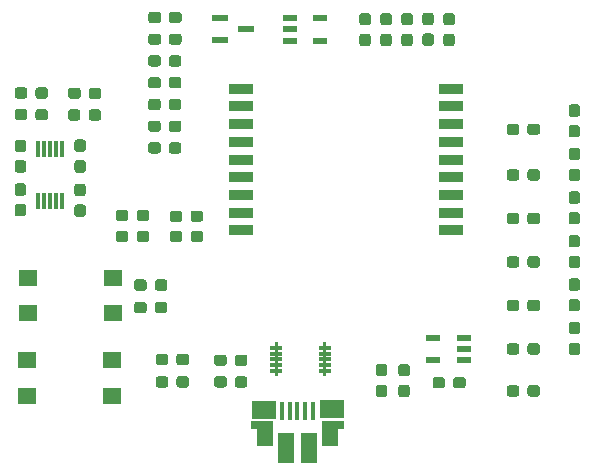
<source format=gbr>
G04 #@! TF.GenerationSoftware,KiCad,Pcbnew,(5.1.5)-2*
G04 #@! TF.CreationDate,2020-02-26T12:35:05-06:00*
G04 #@! TF.ProjectId,WirelessEStop_Tx,57697265-6c65-4737-9345-53746f705f54,rev?*
G04 #@! TF.SameCoordinates,Original*
G04 #@! TF.FileFunction,Paste,Top*
G04 #@! TF.FilePolarity,Positive*
%FSLAX46Y46*%
G04 Gerber Fmt 4.6, Leading zero omitted, Abs format (unit mm)*
G04 Created by KiCad (PCBNEW (5.1.5)-2) date 2020-02-26 12:35:05*
%MOMM*%
%LPD*%
G04 APERTURE LIST*
%ADD10C,0.100000*%
%ADD11R,2.000000X0.900000*%
%ADD12R,1.600000X1.400000*%
%ADD13R,1.210000X0.590000*%
%ADD14R,1.320800X0.558800*%
%ADD15R,1.270000X0.558800*%
%ADD16R,1.000000X0.300000*%
%ADD17R,1.350000X2.000000*%
%ADD18R,1.825000X0.700000*%
%ADD19R,2.000000X1.500000*%
%ADD20R,0.400000X1.650000*%
%ADD21R,1.430000X2.500000*%
%ADD22R,0.300000X1.400000*%
G04 APERTURE END LIST*
D10*
G36*
X129191500Y-155534500D02*
G01*
X129441500Y-155534500D01*
X129441500Y-156409500D01*
X129191500Y-156409500D01*
X129191500Y-155534500D01*
G37*
G36*
X129191500Y-156034500D02*
G01*
X129441500Y-156034500D01*
X129441500Y-156909500D01*
X129191500Y-156909500D01*
X129191500Y-156034500D01*
G37*
G36*
X129191500Y-156534500D02*
G01*
X129441500Y-156534500D01*
X129441500Y-157409500D01*
X129191500Y-157409500D01*
X129191500Y-156534500D01*
G37*
G36*
X129191500Y-157034500D02*
G01*
X129441500Y-157034500D01*
X129441500Y-157909500D01*
X129191500Y-157909500D01*
X129191500Y-157034500D01*
G37*
G36*
X129191500Y-157534500D02*
G01*
X129441500Y-157534500D01*
X129441500Y-158409500D01*
X129191500Y-158409500D01*
X129191500Y-157534500D01*
G37*
G36*
X125066500Y-157534500D02*
G01*
X125316500Y-157534500D01*
X125316500Y-158409500D01*
X125066500Y-158409500D01*
X125066500Y-157534500D01*
G37*
G36*
X125066500Y-157034500D02*
G01*
X125316500Y-157034500D01*
X125316500Y-157909500D01*
X125066500Y-157909500D01*
X125066500Y-157034500D01*
G37*
G36*
X125066500Y-156534500D02*
G01*
X125316500Y-156534500D01*
X125316500Y-157409500D01*
X125066500Y-157409500D01*
X125066500Y-156534500D01*
G37*
G36*
X125066500Y-156034500D02*
G01*
X125316500Y-156034500D01*
X125316500Y-156909500D01*
X125066500Y-156909500D01*
X125066500Y-156034500D01*
G37*
G36*
X125066500Y-155534500D02*
G01*
X125316500Y-155534500D01*
X125316500Y-156409500D01*
X125066500Y-156409500D01*
X125066500Y-155534500D01*
G37*
D11*
X122171500Y-134054000D03*
X122171500Y-135554000D03*
X122171500Y-137054000D03*
X122171500Y-138554000D03*
X122171500Y-140054000D03*
X122171500Y-141554000D03*
X122171500Y-143054000D03*
X122171500Y-144554000D03*
X122171500Y-146054000D03*
X139956500Y-146054000D03*
X139956500Y-144554000D03*
X139956500Y-143054000D03*
X139956500Y-141554000D03*
X139956500Y-140054000D03*
X139956500Y-138554000D03*
X139956500Y-137054000D03*
X139956500Y-135554000D03*
X139956500Y-134054000D03*
D12*
X104159500Y-153074500D03*
X111359500Y-153074500D03*
X104159500Y-150074500D03*
X111359500Y-150074500D03*
D10*
G36*
X115196279Y-134908144D02*
G01*
X115219334Y-134911563D01*
X115241943Y-134917227D01*
X115263887Y-134925079D01*
X115284957Y-134935044D01*
X115304948Y-134947026D01*
X115323668Y-134960910D01*
X115340938Y-134976562D01*
X115356590Y-134993832D01*
X115370474Y-135012552D01*
X115382456Y-135032543D01*
X115392421Y-135053613D01*
X115400273Y-135075557D01*
X115405937Y-135098166D01*
X115409356Y-135121221D01*
X115410500Y-135144500D01*
X115410500Y-135619500D01*
X115409356Y-135642779D01*
X115405937Y-135665834D01*
X115400273Y-135688443D01*
X115392421Y-135710387D01*
X115382456Y-135731457D01*
X115370474Y-135751448D01*
X115356590Y-135770168D01*
X115340938Y-135787438D01*
X115323668Y-135803090D01*
X115304948Y-135816974D01*
X115284957Y-135828956D01*
X115263887Y-135838921D01*
X115241943Y-135846773D01*
X115219334Y-135852437D01*
X115196279Y-135855856D01*
X115173000Y-135857000D01*
X114598000Y-135857000D01*
X114574721Y-135855856D01*
X114551666Y-135852437D01*
X114529057Y-135846773D01*
X114507113Y-135838921D01*
X114486043Y-135828956D01*
X114466052Y-135816974D01*
X114447332Y-135803090D01*
X114430062Y-135787438D01*
X114414410Y-135770168D01*
X114400526Y-135751448D01*
X114388544Y-135731457D01*
X114378579Y-135710387D01*
X114370727Y-135688443D01*
X114365063Y-135665834D01*
X114361644Y-135642779D01*
X114360500Y-135619500D01*
X114360500Y-135144500D01*
X114361644Y-135121221D01*
X114365063Y-135098166D01*
X114370727Y-135075557D01*
X114378579Y-135053613D01*
X114388544Y-135032543D01*
X114400526Y-135012552D01*
X114414410Y-134993832D01*
X114430062Y-134976562D01*
X114447332Y-134960910D01*
X114466052Y-134947026D01*
X114486043Y-134935044D01*
X114507113Y-134925079D01*
X114529057Y-134917227D01*
X114551666Y-134911563D01*
X114574721Y-134908144D01*
X114598000Y-134907000D01*
X115173000Y-134907000D01*
X115196279Y-134908144D01*
G37*
G36*
X116946279Y-134908144D02*
G01*
X116969334Y-134911563D01*
X116991943Y-134917227D01*
X117013887Y-134925079D01*
X117034957Y-134935044D01*
X117054948Y-134947026D01*
X117073668Y-134960910D01*
X117090938Y-134976562D01*
X117106590Y-134993832D01*
X117120474Y-135012552D01*
X117132456Y-135032543D01*
X117142421Y-135053613D01*
X117150273Y-135075557D01*
X117155937Y-135098166D01*
X117159356Y-135121221D01*
X117160500Y-135144500D01*
X117160500Y-135619500D01*
X117159356Y-135642779D01*
X117155937Y-135665834D01*
X117150273Y-135688443D01*
X117142421Y-135710387D01*
X117132456Y-135731457D01*
X117120474Y-135751448D01*
X117106590Y-135770168D01*
X117090938Y-135787438D01*
X117073668Y-135803090D01*
X117054948Y-135816974D01*
X117034957Y-135828956D01*
X117013887Y-135838921D01*
X116991943Y-135846773D01*
X116969334Y-135852437D01*
X116946279Y-135855856D01*
X116923000Y-135857000D01*
X116348000Y-135857000D01*
X116324721Y-135855856D01*
X116301666Y-135852437D01*
X116279057Y-135846773D01*
X116257113Y-135838921D01*
X116236043Y-135828956D01*
X116216052Y-135816974D01*
X116197332Y-135803090D01*
X116180062Y-135787438D01*
X116164410Y-135770168D01*
X116150526Y-135751448D01*
X116138544Y-135731457D01*
X116128579Y-135710387D01*
X116120727Y-135688443D01*
X116115063Y-135665834D01*
X116111644Y-135642779D01*
X116110500Y-135619500D01*
X116110500Y-135144500D01*
X116111644Y-135121221D01*
X116115063Y-135098166D01*
X116120727Y-135075557D01*
X116128579Y-135053613D01*
X116138544Y-135032543D01*
X116150526Y-135012552D01*
X116164410Y-134993832D01*
X116180062Y-134976562D01*
X116197332Y-134960910D01*
X116216052Y-134947026D01*
X116236043Y-134935044D01*
X116257113Y-134925079D01*
X116279057Y-134917227D01*
X116301666Y-134911563D01*
X116324721Y-134908144D01*
X116348000Y-134907000D01*
X116923000Y-134907000D01*
X116946279Y-134908144D01*
G37*
D13*
X128890000Y-128082000D03*
X128890000Y-129982000D03*
X126380000Y-129982000D03*
X126380000Y-129032000D03*
X126380000Y-128082000D03*
D10*
G36*
X116946279Y-136749644D02*
G01*
X116969334Y-136753063D01*
X116991943Y-136758727D01*
X117013887Y-136766579D01*
X117034957Y-136776544D01*
X117054948Y-136788526D01*
X117073668Y-136802410D01*
X117090938Y-136818062D01*
X117106590Y-136835332D01*
X117120474Y-136854052D01*
X117132456Y-136874043D01*
X117142421Y-136895113D01*
X117150273Y-136917057D01*
X117155937Y-136939666D01*
X117159356Y-136962721D01*
X117160500Y-136986000D01*
X117160500Y-137461000D01*
X117159356Y-137484279D01*
X117155937Y-137507334D01*
X117150273Y-137529943D01*
X117142421Y-137551887D01*
X117132456Y-137572957D01*
X117120474Y-137592948D01*
X117106590Y-137611668D01*
X117090938Y-137628938D01*
X117073668Y-137644590D01*
X117054948Y-137658474D01*
X117034957Y-137670456D01*
X117013887Y-137680421D01*
X116991943Y-137688273D01*
X116969334Y-137693937D01*
X116946279Y-137697356D01*
X116923000Y-137698500D01*
X116348000Y-137698500D01*
X116324721Y-137697356D01*
X116301666Y-137693937D01*
X116279057Y-137688273D01*
X116257113Y-137680421D01*
X116236043Y-137670456D01*
X116216052Y-137658474D01*
X116197332Y-137644590D01*
X116180062Y-137628938D01*
X116164410Y-137611668D01*
X116150526Y-137592948D01*
X116138544Y-137572957D01*
X116128579Y-137551887D01*
X116120727Y-137529943D01*
X116115063Y-137507334D01*
X116111644Y-137484279D01*
X116110500Y-137461000D01*
X116110500Y-136986000D01*
X116111644Y-136962721D01*
X116115063Y-136939666D01*
X116120727Y-136917057D01*
X116128579Y-136895113D01*
X116138544Y-136874043D01*
X116150526Y-136854052D01*
X116164410Y-136835332D01*
X116180062Y-136818062D01*
X116197332Y-136802410D01*
X116216052Y-136788526D01*
X116236043Y-136776544D01*
X116257113Y-136766579D01*
X116279057Y-136758727D01*
X116301666Y-136753063D01*
X116324721Y-136749644D01*
X116348000Y-136748500D01*
X116923000Y-136748500D01*
X116946279Y-136749644D01*
G37*
G36*
X115196279Y-136749644D02*
G01*
X115219334Y-136753063D01*
X115241943Y-136758727D01*
X115263887Y-136766579D01*
X115284957Y-136776544D01*
X115304948Y-136788526D01*
X115323668Y-136802410D01*
X115340938Y-136818062D01*
X115356590Y-136835332D01*
X115370474Y-136854052D01*
X115382456Y-136874043D01*
X115392421Y-136895113D01*
X115400273Y-136917057D01*
X115405937Y-136939666D01*
X115409356Y-136962721D01*
X115410500Y-136986000D01*
X115410500Y-137461000D01*
X115409356Y-137484279D01*
X115405937Y-137507334D01*
X115400273Y-137529943D01*
X115392421Y-137551887D01*
X115382456Y-137572957D01*
X115370474Y-137592948D01*
X115356590Y-137611668D01*
X115340938Y-137628938D01*
X115323668Y-137644590D01*
X115304948Y-137658474D01*
X115284957Y-137670456D01*
X115263887Y-137680421D01*
X115241943Y-137688273D01*
X115219334Y-137693937D01*
X115196279Y-137697356D01*
X115173000Y-137698500D01*
X114598000Y-137698500D01*
X114574721Y-137697356D01*
X114551666Y-137693937D01*
X114529057Y-137688273D01*
X114507113Y-137680421D01*
X114486043Y-137670456D01*
X114466052Y-137658474D01*
X114447332Y-137644590D01*
X114430062Y-137628938D01*
X114414410Y-137611668D01*
X114400526Y-137592948D01*
X114388544Y-137572957D01*
X114378579Y-137551887D01*
X114370727Y-137529943D01*
X114365063Y-137507334D01*
X114361644Y-137484279D01*
X114360500Y-137461000D01*
X114360500Y-136986000D01*
X114361644Y-136962721D01*
X114365063Y-136939666D01*
X114370727Y-136917057D01*
X114378579Y-136895113D01*
X114388544Y-136874043D01*
X114400526Y-136854052D01*
X114414410Y-136835332D01*
X114430062Y-136818062D01*
X114447332Y-136802410D01*
X114466052Y-136788526D01*
X114486043Y-136776544D01*
X114507113Y-136766579D01*
X114529057Y-136758727D01*
X114551666Y-136753063D01*
X114574721Y-136749644D01*
X114598000Y-136748500D01*
X115173000Y-136748500D01*
X115196279Y-136749644D01*
G37*
G36*
X115196279Y-133066644D02*
G01*
X115219334Y-133070063D01*
X115241943Y-133075727D01*
X115263887Y-133083579D01*
X115284957Y-133093544D01*
X115304948Y-133105526D01*
X115323668Y-133119410D01*
X115340938Y-133135062D01*
X115356590Y-133152332D01*
X115370474Y-133171052D01*
X115382456Y-133191043D01*
X115392421Y-133212113D01*
X115400273Y-133234057D01*
X115405937Y-133256666D01*
X115409356Y-133279721D01*
X115410500Y-133303000D01*
X115410500Y-133778000D01*
X115409356Y-133801279D01*
X115405937Y-133824334D01*
X115400273Y-133846943D01*
X115392421Y-133868887D01*
X115382456Y-133889957D01*
X115370474Y-133909948D01*
X115356590Y-133928668D01*
X115340938Y-133945938D01*
X115323668Y-133961590D01*
X115304948Y-133975474D01*
X115284957Y-133987456D01*
X115263887Y-133997421D01*
X115241943Y-134005273D01*
X115219334Y-134010937D01*
X115196279Y-134014356D01*
X115173000Y-134015500D01*
X114598000Y-134015500D01*
X114574721Y-134014356D01*
X114551666Y-134010937D01*
X114529057Y-134005273D01*
X114507113Y-133997421D01*
X114486043Y-133987456D01*
X114466052Y-133975474D01*
X114447332Y-133961590D01*
X114430062Y-133945938D01*
X114414410Y-133928668D01*
X114400526Y-133909948D01*
X114388544Y-133889957D01*
X114378579Y-133868887D01*
X114370727Y-133846943D01*
X114365063Y-133824334D01*
X114361644Y-133801279D01*
X114360500Y-133778000D01*
X114360500Y-133303000D01*
X114361644Y-133279721D01*
X114365063Y-133256666D01*
X114370727Y-133234057D01*
X114378579Y-133212113D01*
X114388544Y-133191043D01*
X114400526Y-133171052D01*
X114414410Y-133152332D01*
X114430062Y-133135062D01*
X114447332Y-133119410D01*
X114466052Y-133105526D01*
X114486043Y-133093544D01*
X114507113Y-133083579D01*
X114529057Y-133075727D01*
X114551666Y-133070063D01*
X114574721Y-133066644D01*
X114598000Y-133065500D01*
X115173000Y-133065500D01*
X115196279Y-133066644D01*
G37*
G36*
X116946279Y-133066644D02*
G01*
X116969334Y-133070063D01*
X116991943Y-133075727D01*
X117013887Y-133083579D01*
X117034957Y-133093544D01*
X117054948Y-133105526D01*
X117073668Y-133119410D01*
X117090938Y-133135062D01*
X117106590Y-133152332D01*
X117120474Y-133171052D01*
X117132456Y-133191043D01*
X117142421Y-133212113D01*
X117150273Y-133234057D01*
X117155937Y-133256666D01*
X117159356Y-133279721D01*
X117160500Y-133303000D01*
X117160500Y-133778000D01*
X117159356Y-133801279D01*
X117155937Y-133824334D01*
X117150273Y-133846943D01*
X117142421Y-133868887D01*
X117132456Y-133889957D01*
X117120474Y-133909948D01*
X117106590Y-133928668D01*
X117090938Y-133945938D01*
X117073668Y-133961590D01*
X117054948Y-133975474D01*
X117034957Y-133987456D01*
X117013887Y-133997421D01*
X116991943Y-134005273D01*
X116969334Y-134010937D01*
X116946279Y-134014356D01*
X116923000Y-134015500D01*
X116348000Y-134015500D01*
X116324721Y-134014356D01*
X116301666Y-134010937D01*
X116279057Y-134005273D01*
X116257113Y-133997421D01*
X116236043Y-133987456D01*
X116216052Y-133975474D01*
X116197332Y-133961590D01*
X116180062Y-133945938D01*
X116164410Y-133928668D01*
X116150526Y-133909948D01*
X116138544Y-133889957D01*
X116128579Y-133868887D01*
X116120727Y-133846943D01*
X116115063Y-133824334D01*
X116111644Y-133801279D01*
X116110500Y-133778000D01*
X116110500Y-133303000D01*
X116111644Y-133279721D01*
X116115063Y-133256666D01*
X116120727Y-133234057D01*
X116128579Y-133212113D01*
X116138544Y-133191043D01*
X116150526Y-133171052D01*
X116164410Y-133152332D01*
X116180062Y-133135062D01*
X116197332Y-133119410D01*
X116216052Y-133105526D01*
X116236043Y-133093544D01*
X116257113Y-133083579D01*
X116279057Y-133075727D01*
X116301666Y-133070063D01*
X116324721Y-133066644D01*
X116348000Y-133065500D01*
X116923000Y-133065500D01*
X116946279Y-133066644D01*
G37*
G36*
X116946279Y-138591144D02*
G01*
X116969334Y-138594563D01*
X116991943Y-138600227D01*
X117013887Y-138608079D01*
X117034957Y-138618044D01*
X117054948Y-138630026D01*
X117073668Y-138643910D01*
X117090938Y-138659562D01*
X117106590Y-138676832D01*
X117120474Y-138695552D01*
X117132456Y-138715543D01*
X117142421Y-138736613D01*
X117150273Y-138758557D01*
X117155937Y-138781166D01*
X117159356Y-138804221D01*
X117160500Y-138827500D01*
X117160500Y-139302500D01*
X117159356Y-139325779D01*
X117155937Y-139348834D01*
X117150273Y-139371443D01*
X117142421Y-139393387D01*
X117132456Y-139414457D01*
X117120474Y-139434448D01*
X117106590Y-139453168D01*
X117090938Y-139470438D01*
X117073668Y-139486090D01*
X117054948Y-139499974D01*
X117034957Y-139511956D01*
X117013887Y-139521921D01*
X116991943Y-139529773D01*
X116969334Y-139535437D01*
X116946279Y-139538856D01*
X116923000Y-139540000D01*
X116348000Y-139540000D01*
X116324721Y-139538856D01*
X116301666Y-139535437D01*
X116279057Y-139529773D01*
X116257113Y-139521921D01*
X116236043Y-139511956D01*
X116216052Y-139499974D01*
X116197332Y-139486090D01*
X116180062Y-139470438D01*
X116164410Y-139453168D01*
X116150526Y-139434448D01*
X116138544Y-139414457D01*
X116128579Y-139393387D01*
X116120727Y-139371443D01*
X116115063Y-139348834D01*
X116111644Y-139325779D01*
X116110500Y-139302500D01*
X116110500Y-138827500D01*
X116111644Y-138804221D01*
X116115063Y-138781166D01*
X116120727Y-138758557D01*
X116128579Y-138736613D01*
X116138544Y-138715543D01*
X116150526Y-138695552D01*
X116164410Y-138676832D01*
X116180062Y-138659562D01*
X116197332Y-138643910D01*
X116216052Y-138630026D01*
X116236043Y-138618044D01*
X116257113Y-138608079D01*
X116279057Y-138600227D01*
X116301666Y-138594563D01*
X116324721Y-138591144D01*
X116348000Y-138590000D01*
X116923000Y-138590000D01*
X116946279Y-138591144D01*
G37*
G36*
X115196279Y-138591144D02*
G01*
X115219334Y-138594563D01*
X115241943Y-138600227D01*
X115263887Y-138608079D01*
X115284957Y-138618044D01*
X115304948Y-138630026D01*
X115323668Y-138643910D01*
X115340938Y-138659562D01*
X115356590Y-138676832D01*
X115370474Y-138695552D01*
X115382456Y-138715543D01*
X115392421Y-138736613D01*
X115400273Y-138758557D01*
X115405937Y-138781166D01*
X115409356Y-138804221D01*
X115410500Y-138827500D01*
X115410500Y-139302500D01*
X115409356Y-139325779D01*
X115405937Y-139348834D01*
X115400273Y-139371443D01*
X115392421Y-139393387D01*
X115382456Y-139414457D01*
X115370474Y-139434448D01*
X115356590Y-139453168D01*
X115340938Y-139470438D01*
X115323668Y-139486090D01*
X115304948Y-139499974D01*
X115284957Y-139511956D01*
X115263887Y-139521921D01*
X115241943Y-139529773D01*
X115219334Y-139535437D01*
X115196279Y-139538856D01*
X115173000Y-139540000D01*
X114598000Y-139540000D01*
X114574721Y-139538856D01*
X114551666Y-139535437D01*
X114529057Y-139529773D01*
X114507113Y-139521921D01*
X114486043Y-139511956D01*
X114466052Y-139499974D01*
X114447332Y-139486090D01*
X114430062Y-139470438D01*
X114414410Y-139453168D01*
X114400526Y-139434448D01*
X114388544Y-139414457D01*
X114378579Y-139393387D01*
X114370727Y-139371443D01*
X114365063Y-139348834D01*
X114361644Y-139325779D01*
X114360500Y-139302500D01*
X114360500Y-138827500D01*
X114361644Y-138804221D01*
X114365063Y-138781166D01*
X114370727Y-138758557D01*
X114378579Y-138736613D01*
X114388544Y-138715543D01*
X114400526Y-138695552D01*
X114414410Y-138676832D01*
X114430062Y-138659562D01*
X114447332Y-138643910D01*
X114466052Y-138630026D01*
X114486043Y-138618044D01*
X114507113Y-138608079D01*
X114529057Y-138600227D01*
X114551666Y-138594563D01*
X114574721Y-138591144D01*
X114598000Y-138590000D01*
X115173000Y-138590000D01*
X115196279Y-138591144D01*
G37*
D14*
X122631200Y-128968500D03*
X120446800Y-129908300D03*
X120446800Y-128028700D03*
D15*
X138468100Y-157022800D03*
X138468100Y-155143200D03*
X141058900Y-155143200D03*
X141058900Y-156083000D03*
X141058900Y-157022800D03*
D16*
X129304000Y-155972000D03*
X129304000Y-156472000D03*
X129304000Y-156972000D03*
X129304000Y-157472000D03*
X129304000Y-157972000D03*
X125204000Y-157972000D03*
X125204000Y-157472000D03*
X125204000Y-156972000D03*
X125204000Y-156472000D03*
X125204000Y-155972000D03*
D12*
X104096000Y-160059500D03*
X111296000Y-160059500D03*
X104096000Y-157059500D03*
X111296000Y-157059500D03*
D10*
G36*
X134753779Y-127633144D02*
G01*
X134776834Y-127636563D01*
X134799443Y-127642227D01*
X134821387Y-127650079D01*
X134842457Y-127660044D01*
X134862448Y-127672026D01*
X134881168Y-127685910D01*
X134898438Y-127701562D01*
X134914090Y-127718832D01*
X134927974Y-127737552D01*
X134939956Y-127757543D01*
X134949921Y-127778613D01*
X134957773Y-127800557D01*
X134963437Y-127823166D01*
X134966856Y-127846221D01*
X134968000Y-127869500D01*
X134968000Y-128444500D01*
X134966856Y-128467779D01*
X134963437Y-128490834D01*
X134957773Y-128513443D01*
X134949921Y-128535387D01*
X134939956Y-128556457D01*
X134927974Y-128576448D01*
X134914090Y-128595168D01*
X134898438Y-128612438D01*
X134881168Y-128628090D01*
X134862448Y-128641974D01*
X134842457Y-128653956D01*
X134821387Y-128663921D01*
X134799443Y-128671773D01*
X134776834Y-128677437D01*
X134753779Y-128680856D01*
X134730500Y-128682000D01*
X134255500Y-128682000D01*
X134232221Y-128680856D01*
X134209166Y-128677437D01*
X134186557Y-128671773D01*
X134164613Y-128663921D01*
X134143543Y-128653956D01*
X134123552Y-128641974D01*
X134104832Y-128628090D01*
X134087562Y-128612438D01*
X134071910Y-128595168D01*
X134058026Y-128576448D01*
X134046044Y-128556457D01*
X134036079Y-128535387D01*
X134028227Y-128513443D01*
X134022563Y-128490834D01*
X134019144Y-128467779D01*
X134018000Y-128444500D01*
X134018000Y-127869500D01*
X134019144Y-127846221D01*
X134022563Y-127823166D01*
X134028227Y-127800557D01*
X134036079Y-127778613D01*
X134046044Y-127757543D01*
X134058026Y-127737552D01*
X134071910Y-127718832D01*
X134087562Y-127701562D01*
X134104832Y-127685910D01*
X134123552Y-127672026D01*
X134143543Y-127660044D01*
X134164613Y-127650079D01*
X134186557Y-127642227D01*
X134209166Y-127636563D01*
X134232221Y-127633144D01*
X134255500Y-127632000D01*
X134730500Y-127632000D01*
X134753779Y-127633144D01*
G37*
G36*
X134753779Y-129383144D02*
G01*
X134776834Y-129386563D01*
X134799443Y-129392227D01*
X134821387Y-129400079D01*
X134842457Y-129410044D01*
X134862448Y-129422026D01*
X134881168Y-129435910D01*
X134898438Y-129451562D01*
X134914090Y-129468832D01*
X134927974Y-129487552D01*
X134939956Y-129507543D01*
X134949921Y-129528613D01*
X134957773Y-129550557D01*
X134963437Y-129573166D01*
X134966856Y-129596221D01*
X134968000Y-129619500D01*
X134968000Y-130194500D01*
X134966856Y-130217779D01*
X134963437Y-130240834D01*
X134957773Y-130263443D01*
X134949921Y-130285387D01*
X134939956Y-130306457D01*
X134927974Y-130326448D01*
X134914090Y-130345168D01*
X134898438Y-130362438D01*
X134881168Y-130378090D01*
X134862448Y-130391974D01*
X134842457Y-130403956D01*
X134821387Y-130413921D01*
X134799443Y-130421773D01*
X134776834Y-130427437D01*
X134753779Y-130430856D01*
X134730500Y-130432000D01*
X134255500Y-130432000D01*
X134232221Y-130430856D01*
X134209166Y-130427437D01*
X134186557Y-130421773D01*
X134164613Y-130413921D01*
X134143543Y-130403956D01*
X134123552Y-130391974D01*
X134104832Y-130378090D01*
X134087562Y-130362438D01*
X134071910Y-130345168D01*
X134058026Y-130326448D01*
X134046044Y-130306457D01*
X134036079Y-130285387D01*
X134028227Y-130263443D01*
X134022563Y-130240834D01*
X134019144Y-130217779D01*
X134018000Y-130194500D01*
X134018000Y-129619500D01*
X134019144Y-129596221D01*
X134022563Y-129573166D01*
X134028227Y-129550557D01*
X134036079Y-129528613D01*
X134046044Y-129507543D01*
X134058026Y-129487552D01*
X134071910Y-129468832D01*
X134087562Y-129451562D01*
X134104832Y-129435910D01*
X134123552Y-129422026D01*
X134143543Y-129410044D01*
X134164613Y-129400079D01*
X134186557Y-129392227D01*
X134209166Y-129386563D01*
X134232221Y-129383144D01*
X134255500Y-129382000D01*
X134730500Y-129382000D01*
X134753779Y-129383144D01*
G37*
G36*
X132975779Y-129383144D02*
G01*
X132998834Y-129386563D01*
X133021443Y-129392227D01*
X133043387Y-129400079D01*
X133064457Y-129410044D01*
X133084448Y-129422026D01*
X133103168Y-129435910D01*
X133120438Y-129451562D01*
X133136090Y-129468832D01*
X133149974Y-129487552D01*
X133161956Y-129507543D01*
X133171921Y-129528613D01*
X133179773Y-129550557D01*
X133185437Y-129573166D01*
X133188856Y-129596221D01*
X133190000Y-129619500D01*
X133190000Y-130194500D01*
X133188856Y-130217779D01*
X133185437Y-130240834D01*
X133179773Y-130263443D01*
X133171921Y-130285387D01*
X133161956Y-130306457D01*
X133149974Y-130326448D01*
X133136090Y-130345168D01*
X133120438Y-130362438D01*
X133103168Y-130378090D01*
X133084448Y-130391974D01*
X133064457Y-130403956D01*
X133043387Y-130413921D01*
X133021443Y-130421773D01*
X132998834Y-130427437D01*
X132975779Y-130430856D01*
X132952500Y-130432000D01*
X132477500Y-130432000D01*
X132454221Y-130430856D01*
X132431166Y-130427437D01*
X132408557Y-130421773D01*
X132386613Y-130413921D01*
X132365543Y-130403956D01*
X132345552Y-130391974D01*
X132326832Y-130378090D01*
X132309562Y-130362438D01*
X132293910Y-130345168D01*
X132280026Y-130326448D01*
X132268044Y-130306457D01*
X132258079Y-130285387D01*
X132250227Y-130263443D01*
X132244563Y-130240834D01*
X132241144Y-130217779D01*
X132240000Y-130194500D01*
X132240000Y-129619500D01*
X132241144Y-129596221D01*
X132244563Y-129573166D01*
X132250227Y-129550557D01*
X132258079Y-129528613D01*
X132268044Y-129507543D01*
X132280026Y-129487552D01*
X132293910Y-129468832D01*
X132309562Y-129451562D01*
X132326832Y-129435910D01*
X132345552Y-129422026D01*
X132365543Y-129410044D01*
X132386613Y-129400079D01*
X132408557Y-129392227D01*
X132431166Y-129386563D01*
X132454221Y-129383144D01*
X132477500Y-129382000D01*
X132952500Y-129382000D01*
X132975779Y-129383144D01*
G37*
G36*
X132975779Y-127633144D02*
G01*
X132998834Y-127636563D01*
X133021443Y-127642227D01*
X133043387Y-127650079D01*
X133064457Y-127660044D01*
X133084448Y-127672026D01*
X133103168Y-127685910D01*
X133120438Y-127701562D01*
X133136090Y-127718832D01*
X133149974Y-127737552D01*
X133161956Y-127757543D01*
X133171921Y-127778613D01*
X133179773Y-127800557D01*
X133185437Y-127823166D01*
X133188856Y-127846221D01*
X133190000Y-127869500D01*
X133190000Y-128444500D01*
X133188856Y-128467779D01*
X133185437Y-128490834D01*
X133179773Y-128513443D01*
X133171921Y-128535387D01*
X133161956Y-128556457D01*
X133149974Y-128576448D01*
X133136090Y-128595168D01*
X133120438Y-128612438D01*
X133103168Y-128628090D01*
X133084448Y-128641974D01*
X133064457Y-128653956D01*
X133043387Y-128663921D01*
X133021443Y-128671773D01*
X132998834Y-128677437D01*
X132975779Y-128680856D01*
X132952500Y-128682000D01*
X132477500Y-128682000D01*
X132454221Y-128680856D01*
X132431166Y-128677437D01*
X132408557Y-128671773D01*
X132386613Y-128663921D01*
X132365543Y-128653956D01*
X132345552Y-128641974D01*
X132326832Y-128628090D01*
X132309562Y-128612438D01*
X132293910Y-128595168D01*
X132280026Y-128576448D01*
X132268044Y-128556457D01*
X132258079Y-128535387D01*
X132250227Y-128513443D01*
X132244563Y-128490834D01*
X132241144Y-128467779D01*
X132240000Y-128444500D01*
X132240000Y-127869500D01*
X132241144Y-127846221D01*
X132244563Y-127823166D01*
X132250227Y-127800557D01*
X132258079Y-127778613D01*
X132268044Y-127757543D01*
X132280026Y-127737552D01*
X132293910Y-127718832D01*
X132309562Y-127701562D01*
X132326832Y-127685910D01*
X132345552Y-127672026D01*
X132365543Y-127660044D01*
X132386613Y-127650079D01*
X132408557Y-127642227D01*
X132431166Y-127636563D01*
X132454221Y-127633144D01*
X132477500Y-127632000D01*
X132952500Y-127632000D01*
X132975779Y-127633144D01*
G37*
G36*
X117581279Y-156498144D02*
G01*
X117604334Y-156501563D01*
X117626943Y-156507227D01*
X117648887Y-156515079D01*
X117669957Y-156525044D01*
X117689948Y-156537026D01*
X117708668Y-156550910D01*
X117725938Y-156566562D01*
X117741590Y-156583832D01*
X117755474Y-156602552D01*
X117767456Y-156622543D01*
X117777421Y-156643613D01*
X117785273Y-156665557D01*
X117790937Y-156688166D01*
X117794356Y-156711221D01*
X117795500Y-156734500D01*
X117795500Y-157209500D01*
X117794356Y-157232779D01*
X117790937Y-157255834D01*
X117785273Y-157278443D01*
X117777421Y-157300387D01*
X117767456Y-157321457D01*
X117755474Y-157341448D01*
X117741590Y-157360168D01*
X117725938Y-157377438D01*
X117708668Y-157393090D01*
X117689948Y-157406974D01*
X117669957Y-157418956D01*
X117648887Y-157428921D01*
X117626943Y-157436773D01*
X117604334Y-157442437D01*
X117581279Y-157445856D01*
X117558000Y-157447000D01*
X116983000Y-157447000D01*
X116959721Y-157445856D01*
X116936666Y-157442437D01*
X116914057Y-157436773D01*
X116892113Y-157428921D01*
X116871043Y-157418956D01*
X116851052Y-157406974D01*
X116832332Y-157393090D01*
X116815062Y-157377438D01*
X116799410Y-157360168D01*
X116785526Y-157341448D01*
X116773544Y-157321457D01*
X116763579Y-157300387D01*
X116755727Y-157278443D01*
X116750063Y-157255834D01*
X116746644Y-157232779D01*
X116745500Y-157209500D01*
X116745500Y-156734500D01*
X116746644Y-156711221D01*
X116750063Y-156688166D01*
X116755727Y-156665557D01*
X116763579Y-156643613D01*
X116773544Y-156622543D01*
X116785526Y-156602552D01*
X116799410Y-156583832D01*
X116815062Y-156566562D01*
X116832332Y-156550910D01*
X116851052Y-156537026D01*
X116871043Y-156525044D01*
X116892113Y-156515079D01*
X116914057Y-156507227D01*
X116936666Y-156501563D01*
X116959721Y-156498144D01*
X116983000Y-156497000D01*
X117558000Y-156497000D01*
X117581279Y-156498144D01*
G37*
G36*
X115831279Y-156498144D02*
G01*
X115854334Y-156501563D01*
X115876943Y-156507227D01*
X115898887Y-156515079D01*
X115919957Y-156525044D01*
X115939948Y-156537026D01*
X115958668Y-156550910D01*
X115975938Y-156566562D01*
X115991590Y-156583832D01*
X116005474Y-156602552D01*
X116017456Y-156622543D01*
X116027421Y-156643613D01*
X116035273Y-156665557D01*
X116040937Y-156688166D01*
X116044356Y-156711221D01*
X116045500Y-156734500D01*
X116045500Y-157209500D01*
X116044356Y-157232779D01*
X116040937Y-157255834D01*
X116035273Y-157278443D01*
X116027421Y-157300387D01*
X116017456Y-157321457D01*
X116005474Y-157341448D01*
X115991590Y-157360168D01*
X115975938Y-157377438D01*
X115958668Y-157393090D01*
X115939948Y-157406974D01*
X115919957Y-157418956D01*
X115898887Y-157428921D01*
X115876943Y-157436773D01*
X115854334Y-157442437D01*
X115831279Y-157445856D01*
X115808000Y-157447000D01*
X115233000Y-157447000D01*
X115209721Y-157445856D01*
X115186666Y-157442437D01*
X115164057Y-157436773D01*
X115142113Y-157428921D01*
X115121043Y-157418956D01*
X115101052Y-157406974D01*
X115082332Y-157393090D01*
X115065062Y-157377438D01*
X115049410Y-157360168D01*
X115035526Y-157341448D01*
X115023544Y-157321457D01*
X115013579Y-157300387D01*
X115005727Y-157278443D01*
X115000063Y-157255834D01*
X114996644Y-157232779D01*
X114995500Y-157209500D01*
X114995500Y-156734500D01*
X114996644Y-156711221D01*
X115000063Y-156688166D01*
X115005727Y-156665557D01*
X115013579Y-156643613D01*
X115023544Y-156622543D01*
X115035526Y-156602552D01*
X115049410Y-156583832D01*
X115065062Y-156566562D01*
X115082332Y-156550910D01*
X115101052Y-156537026D01*
X115121043Y-156525044D01*
X115142113Y-156515079D01*
X115164057Y-156507227D01*
X115186666Y-156501563D01*
X115209721Y-156498144D01*
X115233000Y-156497000D01*
X115808000Y-156497000D01*
X115831279Y-156498144D01*
G37*
G36*
X150692279Y-139063144D02*
G01*
X150715334Y-139066563D01*
X150737943Y-139072227D01*
X150759887Y-139080079D01*
X150780957Y-139090044D01*
X150800948Y-139102026D01*
X150819668Y-139115910D01*
X150836938Y-139131562D01*
X150852590Y-139148832D01*
X150866474Y-139167552D01*
X150878456Y-139187543D01*
X150888421Y-139208613D01*
X150896273Y-139230557D01*
X150901937Y-139253166D01*
X150905356Y-139276221D01*
X150906500Y-139299500D01*
X150906500Y-139874500D01*
X150905356Y-139897779D01*
X150901937Y-139920834D01*
X150896273Y-139943443D01*
X150888421Y-139965387D01*
X150878456Y-139986457D01*
X150866474Y-140006448D01*
X150852590Y-140025168D01*
X150836938Y-140042438D01*
X150819668Y-140058090D01*
X150800948Y-140071974D01*
X150780957Y-140083956D01*
X150759887Y-140093921D01*
X150737943Y-140101773D01*
X150715334Y-140107437D01*
X150692279Y-140110856D01*
X150669000Y-140112000D01*
X150194000Y-140112000D01*
X150170721Y-140110856D01*
X150147666Y-140107437D01*
X150125057Y-140101773D01*
X150103113Y-140093921D01*
X150082043Y-140083956D01*
X150062052Y-140071974D01*
X150043332Y-140058090D01*
X150026062Y-140042438D01*
X150010410Y-140025168D01*
X149996526Y-140006448D01*
X149984544Y-139986457D01*
X149974579Y-139965387D01*
X149966727Y-139943443D01*
X149961063Y-139920834D01*
X149957644Y-139897779D01*
X149956500Y-139874500D01*
X149956500Y-139299500D01*
X149957644Y-139276221D01*
X149961063Y-139253166D01*
X149966727Y-139230557D01*
X149974579Y-139208613D01*
X149984544Y-139187543D01*
X149996526Y-139167552D01*
X150010410Y-139148832D01*
X150026062Y-139131562D01*
X150043332Y-139115910D01*
X150062052Y-139102026D01*
X150082043Y-139090044D01*
X150103113Y-139080079D01*
X150125057Y-139072227D01*
X150147666Y-139066563D01*
X150170721Y-139063144D01*
X150194000Y-139062000D01*
X150669000Y-139062000D01*
X150692279Y-139063144D01*
G37*
G36*
X150692279Y-140813144D02*
G01*
X150715334Y-140816563D01*
X150737943Y-140822227D01*
X150759887Y-140830079D01*
X150780957Y-140840044D01*
X150800948Y-140852026D01*
X150819668Y-140865910D01*
X150836938Y-140881562D01*
X150852590Y-140898832D01*
X150866474Y-140917552D01*
X150878456Y-140937543D01*
X150888421Y-140958613D01*
X150896273Y-140980557D01*
X150901937Y-141003166D01*
X150905356Y-141026221D01*
X150906500Y-141049500D01*
X150906500Y-141624500D01*
X150905356Y-141647779D01*
X150901937Y-141670834D01*
X150896273Y-141693443D01*
X150888421Y-141715387D01*
X150878456Y-141736457D01*
X150866474Y-141756448D01*
X150852590Y-141775168D01*
X150836938Y-141792438D01*
X150819668Y-141808090D01*
X150800948Y-141821974D01*
X150780957Y-141833956D01*
X150759887Y-141843921D01*
X150737943Y-141851773D01*
X150715334Y-141857437D01*
X150692279Y-141860856D01*
X150669000Y-141862000D01*
X150194000Y-141862000D01*
X150170721Y-141860856D01*
X150147666Y-141857437D01*
X150125057Y-141851773D01*
X150103113Y-141843921D01*
X150082043Y-141833956D01*
X150062052Y-141821974D01*
X150043332Y-141808090D01*
X150026062Y-141792438D01*
X150010410Y-141775168D01*
X149996526Y-141756448D01*
X149984544Y-141736457D01*
X149974579Y-141715387D01*
X149966727Y-141693443D01*
X149961063Y-141670834D01*
X149957644Y-141647779D01*
X149956500Y-141624500D01*
X149956500Y-141049500D01*
X149957644Y-141026221D01*
X149961063Y-141003166D01*
X149966727Y-140980557D01*
X149974579Y-140958613D01*
X149984544Y-140937543D01*
X149996526Y-140917552D01*
X150010410Y-140898832D01*
X150026062Y-140881562D01*
X150043332Y-140865910D01*
X150062052Y-140852026D01*
X150082043Y-140840044D01*
X150103113Y-140830079D01*
X150125057Y-140822227D01*
X150147666Y-140816563D01*
X150170721Y-140813144D01*
X150194000Y-140812000D01*
X150669000Y-140812000D01*
X150692279Y-140813144D01*
G37*
G36*
X150692279Y-142746144D02*
G01*
X150715334Y-142749563D01*
X150737943Y-142755227D01*
X150759887Y-142763079D01*
X150780957Y-142773044D01*
X150800948Y-142785026D01*
X150819668Y-142798910D01*
X150836938Y-142814562D01*
X150852590Y-142831832D01*
X150866474Y-142850552D01*
X150878456Y-142870543D01*
X150888421Y-142891613D01*
X150896273Y-142913557D01*
X150901937Y-142936166D01*
X150905356Y-142959221D01*
X150906500Y-142982500D01*
X150906500Y-143557500D01*
X150905356Y-143580779D01*
X150901937Y-143603834D01*
X150896273Y-143626443D01*
X150888421Y-143648387D01*
X150878456Y-143669457D01*
X150866474Y-143689448D01*
X150852590Y-143708168D01*
X150836938Y-143725438D01*
X150819668Y-143741090D01*
X150800948Y-143754974D01*
X150780957Y-143766956D01*
X150759887Y-143776921D01*
X150737943Y-143784773D01*
X150715334Y-143790437D01*
X150692279Y-143793856D01*
X150669000Y-143795000D01*
X150194000Y-143795000D01*
X150170721Y-143793856D01*
X150147666Y-143790437D01*
X150125057Y-143784773D01*
X150103113Y-143776921D01*
X150082043Y-143766956D01*
X150062052Y-143754974D01*
X150043332Y-143741090D01*
X150026062Y-143725438D01*
X150010410Y-143708168D01*
X149996526Y-143689448D01*
X149984544Y-143669457D01*
X149974579Y-143648387D01*
X149966727Y-143626443D01*
X149961063Y-143603834D01*
X149957644Y-143580779D01*
X149956500Y-143557500D01*
X149956500Y-142982500D01*
X149957644Y-142959221D01*
X149961063Y-142936166D01*
X149966727Y-142913557D01*
X149974579Y-142891613D01*
X149984544Y-142870543D01*
X149996526Y-142850552D01*
X150010410Y-142831832D01*
X150026062Y-142814562D01*
X150043332Y-142798910D01*
X150062052Y-142785026D01*
X150082043Y-142773044D01*
X150103113Y-142763079D01*
X150125057Y-142755227D01*
X150147666Y-142749563D01*
X150170721Y-142746144D01*
X150194000Y-142745000D01*
X150669000Y-142745000D01*
X150692279Y-142746144D01*
G37*
G36*
X150692279Y-144496144D02*
G01*
X150715334Y-144499563D01*
X150737943Y-144505227D01*
X150759887Y-144513079D01*
X150780957Y-144523044D01*
X150800948Y-144535026D01*
X150819668Y-144548910D01*
X150836938Y-144564562D01*
X150852590Y-144581832D01*
X150866474Y-144600552D01*
X150878456Y-144620543D01*
X150888421Y-144641613D01*
X150896273Y-144663557D01*
X150901937Y-144686166D01*
X150905356Y-144709221D01*
X150906500Y-144732500D01*
X150906500Y-145307500D01*
X150905356Y-145330779D01*
X150901937Y-145353834D01*
X150896273Y-145376443D01*
X150888421Y-145398387D01*
X150878456Y-145419457D01*
X150866474Y-145439448D01*
X150852590Y-145458168D01*
X150836938Y-145475438D01*
X150819668Y-145491090D01*
X150800948Y-145504974D01*
X150780957Y-145516956D01*
X150759887Y-145526921D01*
X150737943Y-145534773D01*
X150715334Y-145540437D01*
X150692279Y-145543856D01*
X150669000Y-145545000D01*
X150194000Y-145545000D01*
X150170721Y-145543856D01*
X150147666Y-145540437D01*
X150125057Y-145534773D01*
X150103113Y-145526921D01*
X150082043Y-145516956D01*
X150062052Y-145504974D01*
X150043332Y-145491090D01*
X150026062Y-145475438D01*
X150010410Y-145458168D01*
X149996526Y-145439448D01*
X149984544Y-145419457D01*
X149974579Y-145398387D01*
X149966727Y-145376443D01*
X149961063Y-145353834D01*
X149957644Y-145330779D01*
X149956500Y-145307500D01*
X149956500Y-144732500D01*
X149957644Y-144709221D01*
X149961063Y-144686166D01*
X149966727Y-144663557D01*
X149974579Y-144641613D01*
X149984544Y-144620543D01*
X149996526Y-144600552D01*
X150010410Y-144581832D01*
X150026062Y-144564562D01*
X150043332Y-144548910D01*
X150062052Y-144535026D01*
X150082043Y-144523044D01*
X150103113Y-144513079D01*
X150125057Y-144505227D01*
X150147666Y-144499563D01*
X150170721Y-144496144D01*
X150194000Y-144495000D01*
X150669000Y-144495000D01*
X150692279Y-144496144D01*
G37*
G36*
X110151779Y-135797144D02*
G01*
X110174834Y-135800563D01*
X110197443Y-135806227D01*
X110219387Y-135814079D01*
X110240457Y-135824044D01*
X110260448Y-135836026D01*
X110279168Y-135849910D01*
X110296438Y-135865562D01*
X110312090Y-135882832D01*
X110325974Y-135901552D01*
X110337956Y-135921543D01*
X110347921Y-135942613D01*
X110355773Y-135964557D01*
X110361437Y-135987166D01*
X110364856Y-136010221D01*
X110366000Y-136033500D01*
X110366000Y-136508500D01*
X110364856Y-136531779D01*
X110361437Y-136554834D01*
X110355773Y-136577443D01*
X110347921Y-136599387D01*
X110337956Y-136620457D01*
X110325974Y-136640448D01*
X110312090Y-136659168D01*
X110296438Y-136676438D01*
X110279168Y-136692090D01*
X110260448Y-136705974D01*
X110240457Y-136717956D01*
X110219387Y-136727921D01*
X110197443Y-136735773D01*
X110174834Y-136741437D01*
X110151779Y-136744856D01*
X110128500Y-136746000D01*
X109553500Y-136746000D01*
X109530221Y-136744856D01*
X109507166Y-136741437D01*
X109484557Y-136735773D01*
X109462613Y-136727921D01*
X109441543Y-136717956D01*
X109421552Y-136705974D01*
X109402832Y-136692090D01*
X109385562Y-136676438D01*
X109369910Y-136659168D01*
X109356026Y-136640448D01*
X109344044Y-136620457D01*
X109334079Y-136599387D01*
X109326227Y-136577443D01*
X109320563Y-136554834D01*
X109317144Y-136531779D01*
X109316000Y-136508500D01*
X109316000Y-136033500D01*
X109317144Y-136010221D01*
X109320563Y-135987166D01*
X109326227Y-135964557D01*
X109334079Y-135942613D01*
X109344044Y-135921543D01*
X109356026Y-135901552D01*
X109369910Y-135882832D01*
X109385562Y-135865562D01*
X109402832Y-135849910D01*
X109421552Y-135836026D01*
X109441543Y-135824044D01*
X109462613Y-135814079D01*
X109484557Y-135806227D01*
X109507166Y-135800563D01*
X109530221Y-135797144D01*
X109553500Y-135796000D01*
X110128500Y-135796000D01*
X110151779Y-135797144D01*
G37*
G36*
X108401779Y-135797144D02*
G01*
X108424834Y-135800563D01*
X108447443Y-135806227D01*
X108469387Y-135814079D01*
X108490457Y-135824044D01*
X108510448Y-135836026D01*
X108529168Y-135849910D01*
X108546438Y-135865562D01*
X108562090Y-135882832D01*
X108575974Y-135901552D01*
X108587956Y-135921543D01*
X108597921Y-135942613D01*
X108605773Y-135964557D01*
X108611437Y-135987166D01*
X108614856Y-136010221D01*
X108616000Y-136033500D01*
X108616000Y-136508500D01*
X108614856Y-136531779D01*
X108611437Y-136554834D01*
X108605773Y-136577443D01*
X108597921Y-136599387D01*
X108587956Y-136620457D01*
X108575974Y-136640448D01*
X108562090Y-136659168D01*
X108546438Y-136676438D01*
X108529168Y-136692090D01*
X108510448Y-136705974D01*
X108490457Y-136717956D01*
X108469387Y-136727921D01*
X108447443Y-136735773D01*
X108424834Y-136741437D01*
X108401779Y-136744856D01*
X108378500Y-136746000D01*
X107803500Y-136746000D01*
X107780221Y-136744856D01*
X107757166Y-136741437D01*
X107734557Y-136735773D01*
X107712613Y-136727921D01*
X107691543Y-136717956D01*
X107671552Y-136705974D01*
X107652832Y-136692090D01*
X107635562Y-136676438D01*
X107619910Y-136659168D01*
X107606026Y-136640448D01*
X107594044Y-136620457D01*
X107584079Y-136599387D01*
X107576227Y-136577443D01*
X107570563Y-136554834D01*
X107567144Y-136531779D01*
X107566000Y-136508500D01*
X107566000Y-136033500D01*
X107567144Y-136010221D01*
X107570563Y-135987166D01*
X107576227Y-135964557D01*
X107584079Y-135942613D01*
X107594044Y-135921543D01*
X107606026Y-135901552D01*
X107619910Y-135882832D01*
X107635562Y-135865562D01*
X107652832Y-135849910D01*
X107671552Y-135836026D01*
X107691543Y-135824044D01*
X107712613Y-135814079D01*
X107734557Y-135806227D01*
X107757166Y-135800563D01*
X107780221Y-135797144D01*
X107803500Y-135796000D01*
X108378500Y-135796000D01*
X108401779Y-135797144D01*
G37*
G36*
X114003779Y-152103944D02*
G01*
X114026834Y-152107363D01*
X114049443Y-152113027D01*
X114071387Y-152120879D01*
X114092457Y-152130844D01*
X114112448Y-152142826D01*
X114131168Y-152156710D01*
X114148438Y-152172362D01*
X114164090Y-152189632D01*
X114177974Y-152208352D01*
X114189956Y-152228343D01*
X114199921Y-152249413D01*
X114207773Y-152271357D01*
X114213437Y-152293966D01*
X114216856Y-152317021D01*
X114218000Y-152340300D01*
X114218000Y-152815300D01*
X114216856Y-152838579D01*
X114213437Y-152861634D01*
X114207773Y-152884243D01*
X114199921Y-152906187D01*
X114189956Y-152927257D01*
X114177974Y-152947248D01*
X114164090Y-152965968D01*
X114148438Y-152983238D01*
X114131168Y-152998890D01*
X114112448Y-153012774D01*
X114092457Y-153024756D01*
X114071387Y-153034721D01*
X114049443Y-153042573D01*
X114026834Y-153048237D01*
X114003779Y-153051656D01*
X113980500Y-153052800D01*
X113405500Y-153052800D01*
X113382221Y-153051656D01*
X113359166Y-153048237D01*
X113336557Y-153042573D01*
X113314613Y-153034721D01*
X113293543Y-153024756D01*
X113273552Y-153012774D01*
X113254832Y-152998890D01*
X113237562Y-152983238D01*
X113221910Y-152965968D01*
X113208026Y-152947248D01*
X113196044Y-152927257D01*
X113186079Y-152906187D01*
X113178227Y-152884243D01*
X113172563Y-152861634D01*
X113169144Y-152838579D01*
X113168000Y-152815300D01*
X113168000Y-152340300D01*
X113169144Y-152317021D01*
X113172563Y-152293966D01*
X113178227Y-152271357D01*
X113186079Y-152249413D01*
X113196044Y-152228343D01*
X113208026Y-152208352D01*
X113221910Y-152189632D01*
X113237562Y-152172362D01*
X113254832Y-152156710D01*
X113273552Y-152142826D01*
X113293543Y-152130844D01*
X113314613Y-152120879D01*
X113336557Y-152113027D01*
X113359166Y-152107363D01*
X113382221Y-152103944D01*
X113405500Y-152102800D01*
X113980500Y-152102800D01*
X114003779Y-152103944D01*
G37*
G36*
X115753779Y-152103944D02*
G01*
X115776834Y-152107363D01*
X115799443Y-152113027D01*
X115821387Y-152120879D01*
X115842457Y-152130844D01*
X115862448Y-152142826D01*
X115881168Y-152156710D01*
X115898438Y-152172362D01*
X115914090Y-152189632D01*
X115927974Y-152208352D01*
X115939956Y-152228343D01*
X115949921Y-152249413D01*
X115957773Y-152271357D01*
X115963437Y-152293966D01*
X115966856Y-152317021D01*
X115968000Y-152340300D01*
X115968000Y-152815300D01*
X115966856Y-152838579D01*
X115963437Y-152861634D01*
X115957773Y-152884243D01*
X115949921Y-152906187D01*
X115939956Y-152927257D01*
X115927974Y-152947248D01*
X115914090Y-152965968D01*
X115898438Y-152983238D01*
X115881168Y-152998890D01*
X115862448Y-153012774D01*
X115842457Y-153024756D01*
X115821387Y-153034721D01*
X115799443Y-153042573D01*
X115776834Y-153048237D01*
X115753779Y-153051656D01*
X115730500Y-153052800D01*
X115155500Y-153052800D01*
X115132221Y-153051656D01*
X115109166Y-153048237D01*
X115086557Y-153042573D01*
X115064613Y-153034721D01*
X115043543Y-153024756D01*
X115023552Y-153012774D01*
X115004832Y-152998890D01*
X114987562Y-152983238D01*
X114971910Y-152965968D01*
X114958026Y-152947248D01*
X114946044Y-152927257D01*
X114936079Y-152906187D01*
X114928227Y-152884243D01*
X114922563Y-152861634D01*
X114919144Y-152838579D01*
X114918000Y-152815300D01*
X114918000Y-152340300D01*
X114919144Y-152317021D01*
X114922563Y-152293966D01*
X114928227Y-152271357D01*
X114936079Y-152249413D01*
X114946044Y-152228343D01*
X114958026Y-152208352D01*
X114971910Y-152189632D01*
X114987562Y-152172362D01*
X115004832Y-152156710D01*
X115023552Y-152142826D01*
X115043543Y-152130844D01*
X115064613Y-152120879D01*
X115086557Y-152113027D01*
X115109166Y-152107363D01*
X115132221Y-152103944D01*
X115155500Y-152102800D01*
X115730500Y-152102800D01*
X115753779Y-152103944D01*
G37*
G36*
X112451779Y-146084144D02*
G01*
X112474834Y-146087563D01*
X112497443Y-146093227D01*
X112519387Y-146101079D01*
X112540457Y-146111044D01*
X112560448Y-146123026D01*
X112579168Y-146136910D01*
X112596438Y-146152562D01*
X112612090Y-146169832D01*
X112625974Y-146188552D01*
X112637956Y-146208543D01*
X112647921Y-146229613D01*
X112655773Y-146251557D01*
X112661437Y-146274166D01*
X112664856Y-146297221D01*
X112666000Y-146320500D01*
X112666000Y-146795500D01*
X112664856Y-146818779D01*
X112661437Y-146841834D01*
X112655773Y-146864443D01*
X112647921Y-146886387D01*
X112637956Y-146907457D01*
X112625974Y-146927448D01*
X112612090Y-146946168D01*
X112596438Y-146963438D01*
X112579168Y-146979090D01*
X112560448Y-146992974D01*
X112540457Y-147004956D01*
X112519387Y-147014921D01*
X112497443Y-147022773D01*
X112474834Y-147028437D01*
X112451779Y-147031856D01*
X112428500Y-147033000D01*
X111853500Y-147033000D01*
X111830221Y-147031856D01*
X111807166Y-147028437D01*
X111784557Y-147022773D01*
X111762613Y-147014921D01*
X111741543Y-147004956D01*
X111721552Y-146992974D01*
X111702832Y-146979090D01*
X111685562Y-146963438D01*
X111669910Y-146946168D01*
X111656026Y-146927448D01*
X111644044Y-146907457D01*
X111634079Y-146886387D01*
X111626227Y-146864443D01*
X111620563Y-146841834D01*
X111617144Y-146818779D01*
X111616000Y-146795500D01*
X111616000Y-146320500D01*
X111617144Y-146297221D01*
X111620563Y-146274166D01*
X111626227Y-146251557D01*
X111634079Y-146229613D01*
X111644044Y-146208543D01*
X111656026Y-146188552D01*
X111669910Y-146169832D01*
X111685562Y-146152562D01*
X111702832Y-146136910D01*
X111721552Y-146123026D01*
X111741543Y-146111044D01*
X111762613Y-146101079D01*
X111784557Y-146093227D01*
X111807166Y-146087563D01*
X111830221Y-146084144D01*
X111853500Y-146083000D01*
X112428500Y-146083000D01*
X112451779Y-146084144D01*
G37*
G36*
X114201779Y-146084144D02*
G01*
X114224834Y-146087563D01*
X114247443Y-146093227D01*
X114269387Y-146101079D01*
X114290457Y-146111044D01*
X114310448Y-146123026D01*
X114329168Y-146136910D01*
X114346438Y-146152562D01*
X114362090Y-146169832D01*
X114375974Y-146188552D01*
X114387956Y-146208543D01*
X114397921Y-146229613D01*
X114405773Y-146251557D01*
X114411437Y-146274166D01*
X114414856Y-146297221D01*
X114416000Y-146320500D01*
X114416000Y-146795500D01*
X114414856Y-146818779D01*
X114411437Y-146841834D01*
X114405773Y-146864443D01*
X114397921Y-146886387D01*
X114387956Y-146907457D01*
X114375974Y-146927448D01*
X114362090Y-146946168D01*
X114346438Y-146963438D01*
X114329168Y-146979090D01*
X114310448Y-146992974D01*
X114290457Y-147004956D01*
X114269387Y-147014921D01*
X114247443Y-147022773D01*
X114224834Y-147028437D01*
X114201779Y-147031856D01*
X114178500Y-147033000D01*
X113603500Y-147033000D01*
X113580221Y-147031856D01*
X113557166Y-147028437D01*
X113534557Y-147022773D01*
X113512613Y-147014921D01*
X113491543Y-147004956D01*
X113471552Y-146992974D01*
X113452832Y-146979090D01*
X113435562Y-146963438D01*
X113419910Y-146946168D01*
X113406026Y-146927448D01*
X113394044Y-146907457D01*
X113384079Y-146886387D01*
X113376227Y-146864443D01*
X113370563Y-146841834D01*
X113367144Y-146818779D01*
X113366000Y-146795500D01*
X113366000Y-146320500D01*
X113367144Y-146297221D01*
X113370563Y-146274166D01*
X113376227Y-146251557D01*
X113384079Y-146229613D01*
X113394044Y-146208543D01*
X113406026Y-146188552D01*
X113419910Y-146169832D01*
X113435562Y-146152562D01*
X113452832Y-146136910D01*
X113471552Y-146123026D01*
X113491543Y-146111044D01*
X113512613Y-146101079D01*
X113534557Y-146093227D01*
X113557166Y-146087563D01*
X113580221Y-146084144D01*
X113603500Y-146083000D01*
X114178500Y-146083000D01*
X114201779Y-146084144D01*
G37*
G36*
X105643279Y-135771744D02*
G01*
X105666334Y-135775163D01*
X105688943Y-135780827D01*
X105710887Y-135788679D01*
X105731957Y-135798644D01*
X105751948Y-135810626D01*
X105770668Y-135824510D01*
X105787938Y-135840162D01*
X105803590Y-135857432D01*
X105817474Y-135876152D01*
X105829456Y-135896143D01*
X105839421Y-135917213D01*
X105847273Y-135939157D01*
X105852937Y-135961766D01*
X105856356Y-135984821D01*
X105857500Y-136008100D01*
X105857500Y-136483100D01*
X105856356Y-136506379D01*
X105852937Y-136529434D01*
X105847273Y-136552043D01*
X105839421Y-136573987D01*
X105829456Y-136595057D01*
X105817474Y-136615048D01*
X105803590Y-136633768D01*
X105787938Y-136651038D01*
X105770668Y-136666690D01*
X105751948Y-136680574D01*
X105731957Y-136692556D01*
X105710887Y-136702521D01*
X105688943Y-136710373D01*
X105666334Y-136716037D01*
X105643279Y-136719456D01*
X105620000Y-136720600D01*
X105045000Y-136720600D01*
X105021721Y-136719456D01*
X104998666Y-136716037D01*
X104976057Y-136710373D01*
X104954113Y-136702521D01*
X104933043Y-136692556D01*
X104913052Y-136680574D01*
X104894332Y-136666690D01*
X104877062Y-136651038D01*
X104861410Y-136633768D01*
X104847526Y-136615048D01*
X104835544Y-136595057D01*
X104825579Y-136573987D01*
X104817727Y-136552043D01*
X104812063Y-136529434D01*
X104808644Y-136506379D01*
X104807500Y-136483100D01*
X104807500Y-136008100D01*
X104808644Y-135984821D01*
X104812063Y-135961766D01*
X104817727Y-135939157D01*
X104825579Y-135917213D01*
X104835544Y-135896143D01*
X104847526Y-135876152D01*
X104861410Y-135857432D01*
X104877062Y-135840162D01*
X104894332Y-135824510D01*
X104913052Y-135810626D01*
X104933043Y-135798644D01*
X104954113Y-135788679D01*
X104976057Y-135780827D01*
X104998666Y-135775163D01*
X105021721Y-135771744D01*
X105045000Y-135770600D01*
X105620000Y-135770600D01*
X105643279Y-135771744D01*
G37*
G36*
X103893279Y-135771744D02*
G01*
X103916334Y-135775163D01*
X103938943Y-135780827D01*
X103960887Y-135788679D01*
X103981957Y-135798644D01*
X104001948Y-135810626D01*
X104020668Y-135824510D01*
X104037938Y-135840162D01*
X104053590Y-135857432D01*
X104067474Y-135876152D01*
X104079456Y-135896143D01*
X104089421Y-135917213D01*
X104097273Y-135939157D01*
X104102937Y-135961766D01*
X104106356Y-135984821D01*
X104107500Y-136008100D01*
X104107500Y-136483100D01*
X104106356Y-136506379D01*
X104102937Y-136529434D01*
X104097273Y-136552043D01*
X104089421Y-136573987D01*
X104079456Y-136595057D01*
X104067474Y-136615048D01*
X104053590Y-136633768D01*
X104037938Y-136651038D01*
X104020668Y-136666690D01*
X104001948Y-136680574D01*
X103981957Y-136692556D01*
X103960887Y-136702521D01*
X103938943Y-136710373D01*
X103916334Y-136716037D01*
X103893279Y-136719456D01*
X103870000Y-136720600D01*
X103295000Y-136720600D01*
X103271721Y-136719456D01*
X103248666Y-136716037D01*
X103226057Y-136710373D01*
X103204113Y-136702521D01*
X103183043Y-136692556D01*
X103163052Y-136680574D01*
X103144332Y-136666690D01*
X103127062Y-136651038D01*
X103111410Y-136633768D01*
X103097526Y-136615048D01*
X103085544Y-136595057D01*
X103075579Y-136573987D01*
X103067727Y-136552043D01*
X103062063Y-136529434D01*
X103058644Y-136506379D01*
X103057500Y-136483100D01*
X103057500Y-136008100D01*
X103058644Y-135984821D01*
X103062063Y-135961766D01*
X103067727Y-135939157D01*
X103075579Y-135917213D01*
X103085544Y-135896143D01*
X103097526Y-135876152D01*
X103111410Y-135857432D01*
X103127062Y-135840162D01*
X103144332Y-135824510D01*
X103163052Y-135810626D01*
X103183043Y-135798644D01*
X103204113Y-135788679D01*
X103226057Y-135780827D01*
X103248666Y-135775163D01*
X103271721Y-135771744D01*
X103295000Y-135770600D01*
X103870000Y-135770600D01*
X103893279Y-135771744D01*
G37*
G36*
X150692279Y-135380144D02*
G01*
X150715334Y-135383563D01*
X150737943Y-135389227D01*
X150759887Y-135397079D01*
X150780957Y-135407044D01*
X150800948Y-135419026D01*
X150819668Y-135432910D01*
X150836938Y-135448562D01*
X150852590Y-135465832D01*
X150866474Y-135484552D01*
X150878456Y-135504543D01*
X150888421Y-135525613D01*
X150896273Y-135547557D01*
X150901937Y-135570166D01*
X150905356Y-135593221D01*
X150906500Y-135616500D01*
X150906500Y-136191500D01*
X150905356Y-136214779D01*
X150901937Y-136237834D01*
X150896273Y-136260443D01*
X150888421Y-136282387D01*
X150878456Y-136303457D01*
X150866474Y-136323448D01*
X150852590Y-136342168D01*
X150836938Y-136359438D01*
X150819668Y-136375090D01*
X150800948Y-136388974D01*
X150780957Y-136400956D01*
X150759887Y-136410921D01*
X150737943Y-136418773D01*
X150715334Y-136424437D01*
X150692279Y-136427856D01*
X150669000Y-136429000D01*
X150194000Y-136429000D01*
X150170721Y-136427856D01*
X150147666Y-136424437D01*
X150125057Y-136418773D01*
X150103113Y-136410921D01*
X150082043Y-136400956D01*
X150062052Y-136388974D01*
X150043332Y-136375090D01*
X150026062Y-136359438D01*
X150010410Y-136342168D01*
X149996526Y-136323448D01*
X149984544Y-136303457D01*
X149974579Y-136282387D01*
X149966727Y-136260443D01*
X149961063Y-136237834D01*
X149957644Y-136214779D01*
X149956500Y-136191500D01*
X149956500Y-135616500D01*
X149957644Y-135593221D01*
X149961063Y-135570166D01*
X149966727Y-135547557D01*
X149974579Y-135525613D01*
X149984544Y-135504543D01*
X149996526Y-135484552D01*
X150010410Y-135465832D01*
X150026062Y-135448562D01*
X150043332Y-135432910D01*
X150062052Y-135419026D01*
X150082043Y-135407044D01*
X150103113Y-135397079D01*
X150125057Y-135389227D01*
X150147666Y-135383563D01*
X150170721Y-135380144D01*
X150194000Y-135379000D01*
X150669000Y-135379000D01*
X150692279Y-135380144D01*
G37*
G36*
X150692279Y-137130144D02*
G01*
X150715334Y-137133563D01*
X150737943Y-137139227D01*
X150759887Y-137147079D01*
X150780957Y-137157044D01*
X150800948Y-137169026D01*
X150819668Y-137182910D01*
X150836938Y-137198562D01*
X150852590Y-137215832D01*
X150866474Y-137234552D01*
X150878456Y-137254543D01*
X150888421Y-137275613D01*
X150896273Y-137297557D01*
X150901937Y-137320166D01*
X150905356Y-137343221D01*
X150906500Y-137366500D01*
X150906500Y-137941500D01*
X150905356Y-137964779D01*
X150901937Y-137987834D01*
X150896273Y-138010443D01*
X150888421Y-138032387D01*
X150878456Y-138053457D01*
X150866474Y-138073448D01*
X150852590Y-138092168D01*
X150836938Y-138109438D01*
X150819668Y-138125090D01*
X150800948Y-138138974D01*
X150780957Y-138150956D01*
X150759887Y-138160921D01*
X150737943Y-138168773D01*
X150715334Y-138174437D01*
X150692279Y-138177856D01*
X150669000Y-138179000D01*
X150194000Y-138179000D01*
X150170721Y-138177856D01*
X150147666Y-138174437D01*
X150125057Y-138168773D01*
X150103113Y-138160921D01*
X150082043Y-138150956D01*
X150062052Y-138138974D01*
X150043332Y-138125090D01*
X150026062Y-138109438D01*
X150010410Y-138092168D01*
X149996526Y-138073448D01*
X149984544Y-138053457D01*
X149974579Y-138032387D01*
X149966727Y-138010443D01*
X149961063Y-137987834D01*
X149957644Y-137964779D01*
X149956500Y-137941500D01*
X149956500Y-137366500D01*
X149957644Y-137343221D01*
X149961063Y-137320166D01*
X149966727Y-137297557D01*
X149974579Y-137275613D01*
X149984544Y-137254543D01*
X149996526Y-137234552D01*
X150010410Y-137215832D01*
X150026062Y-137198562D01*
X150043332Y-137182910D01*
X150062052Y-137169026D01*
X150082043Y-137157044D01*
X150103113Y-137147079D01*
X150125057Y-137139227D01*
X150147666Y-137133563D01*
X150170721Y-137130144D01*
X150194000Y-137129000D01*
X150669000Y-137129000D01*
X150692279Y-137130144D01*
G37*
G36*
X139262779Y-158466644D02*
G01*
X139285834Y-158470063D01*
X139308443Y-158475727D01*
X139330387Y-158483579D01*
X139351457Y-158493544D01*
X139371448Y-158505526D01*
X139390168Y-158519410D01*
X139407438Y-158535062D01*
X139423090Y-158552332D01*
X139436974Y-158571052D01*
X139448956Y-158591043D01*
X139458921Y-158612113D01*
X139466773Y-158634057D01*
X139472437Y-158656666D01*
X139475856Y-158679721D01*
X139477000Y-158703000D01*
X139477000Y-159178000D01*
X139475856Y-159201279D01*
X139472437Y-159224334D01*
X139466773Y-159246943D01*
X139458921Y-159268887D01*
X139448956Y-159289957D01*
X139436974Y-159309948D01*
X139423090Y-159328668D01*
X139407438Y-159345938D01*
X139390168Y-159361590D01*
X139371448Y-159375474D01*
X139351457Y-159387456D01*
X139330387Y-159397421D01*
X139308443Y-159405273D01*
X139285834Y-159410937D01*
X139262779Y-159414356D01*
X139239500Y-159415500D01*
X138664500Y-159415500D01*
X138641221Y-159414356D01*
X138618166Y-159410937D01*
X138595557Y-159405273D01*
X138573613Y-159397421D01*
X138552543Y-159387456D01*
X138532552Y-159375474D01*
X138513832Y-159361590D01*
X138496562Y-159345938D01*
X138480910Y-159328668D01*
X138467026Y-159309948D01*
X138455044Y-159289957D01*
X138445079Y-159268887D01*
X138437227Y-159246943D01*
X138431563Y-159224334D01*
X138428144Y-159201279D01*
X138427000Y-159178000D01*
X138427000Y-158703000D01*
X138428144Y-158679721D01*
X138431563Y-158656666D01*
X138437227Y-158634057D01*
X138445079Y-158612113D01*
X138455044Y-158591043D01*
X138467026Y-158571052D01*
X138480910Y-158552332D01*
X138496562Y-158535062D01*
X138513832Y-158519410D01*
X138532552Y-158505526D01*
X138552543Y-158493544D01*
X138573613Y-158483579D01*
X138595557Y-158475727D01*
X138618166Y-158470063D01*
X138641221Y-158466644D01*
X138664500Y-158465500D01*
X139239500Y-158465500D01*
X139262779Y-158466644D01*
G37*
G36*
X141012779Y-158466644D02*
G01*
X141035834Y-158470063D01*
X141058443Y-158475727D01*
X141080387Y-158483579D01*
X141101457Y-158493544D01*
X141121448Y-158505526D01*
X141140168Y-158519410D01*
X141157438Y-158535062D01*
X141173090Y-158552332D01*
X141186974Y-158571052D01*
X141198956Y-158591043D01*
X141208921Y-158612113D01*
X141216773Y-158634057D01*
X141222437Y-158656666D01*
X141225856Y-158679721D01*
X141227000Y-158703000D01*
X141227000Y-159178000D01*
X141225856Y-159201279D01*
X141222437Y-159224334D01*
X141216773Y-159246943D01*
X141208921Y-159268887D01*
X141198956Y-159289957D01*
X141186974Y-159309948D01*
X141173090Y-159328668D01*
X141157438Y-159345938D01*
X141140168Y-159361590D01*
X141121448Y-159375474D01*
X141101457Y-159387456D01*
X141080387Y-159397421D01*
X141058443Y-159405273D01*
X141035834Y-159410937D01*
X141012779Y-159414356D01*
X140989500Y-159415500D01*
X140414500Y-159415500D01*
X140391221Y-159414356D01*
X140368166Y-159410937D01*
X140345557Y-159405273D01*
X140323613Y-159397421D01*
X140302543Y-159387456D01*
X140282552Y-159375474D01*
X140263832Y-159361590D01*
X140246562Y-159345938D01*
X140230910Y-159328668D01*
X140217026Y-159309948D01*
X140205044Y-159289957D01*
X140195079Y-159268887D01*
X140187227Y-159246943D01*
X140181563Y-159224334D01*
X140178144Y-159201279D01*
X140177000Y-159178000D01*
X140177000Y-158703000D01*
X140178144Y-158679721D01*
X140181563Y-158656666D01*
X140187227Y-158634057D01*
X140195079Y-158612113D01*
X140205044Y-158591043D01*
X140217026Y-158571052D01*
X140230910Y-158552332D01*
X140246562Y-158535062D01*
X140263832Y-158519410D01*
X140282552Y-158505526D01*
X140302543Y-158493544D01*
X140323613Y-158483579D01*
X140345557Y-158475727D01*
X140368166Y-158470063D01*
X140391221Y-158466644D01*
X140414500Y-158465500D01*
X140989500Y-158465500D01*
X141012779Y-158466644D01*
G37*
G36*
X150692279Y-153795144D02*
G01*
X150715334Y-153798563D01*
X150737943Y-153804227D01*
X150759887Y-153812079D01*
X150780957Y-153822044D01*
X150800948Y-153834026D01*
X150819668Y-153847910D01*
X150836938Y-153863562D01*
X150852590Y-153880832D01*
X150866474Y-153899552D01*
X150878456Y-153919543D01*
X150888421Y-153940613D01*
X150896273Y-153962557D01*
X150901937Y-153985166D01*
X150905356Y-154008221D01*
X150906500Y-154031500D01*
X150906500Y-154606500D01*
X150905356Y-154629779D01*
X150901937Y-154652834D01*
X150896273Y-154675443D01*
X150888421Y-154697387D01*
X150878456Y-154718457D01*
X150866474Y-154738448D01*
X150852590Y-154757168D01*
X150836938Y-154774438D01*
X150819668Y-154790090D01*
X150800948Y-154803974D01*
X150780957Y-154815956D01*
X150759887Y-154825921D01*
X150737943Y-154833773D01*
X150715334Y-154839437D01*
X150692279Y-154842856D01*
X150669000Y-154844000D01*
X150194000Y-154844000D01*
X150170721Y-154842856D01*
X150147666Y-154839437D01*
X150125057Y-154833773D01*
X150103113Y-154825921D01*
X150082043Y-154815956D01*
X150062052Y-154803974D01*
X150043332Y-154790090D01*
X150026062Y-154774438D01*
X150010410Y-154757168D01*
X149996526Y-154738448D01*
X149984544Y-154718457D01*
X149974579Y-154697387D01*
X149966727Y-154675443D01*
X149961063Y-154652834D01*
X149957644Y-154629779D01*
X149956500Y-154606500D01*
X149956500Y-154031500D01*
X149957644Y-154008221D01*
X149961063Y-153985166D01*
X149966727Y-153962557D01*
X149974579Y-153940613D01*
X149984544Y-153919543D01*
X149996526Y-153899552D01*
X150010410Y-153880832D01*
X150026062Y-153863562D01*
X150043332Y-153847910D01*
X150062052Y-153834026D01*
X150082043Y-153822044D01*
X150103113Y-153812079D01*
X150125057Y-153804227D01*
X150147666Y-153798563D01*
X150170721Y-153795144D01*
X150194000Y-153794000D01*
X150669000Y-153794000D01*
X150692279Y-153795144D01*
G37*
G36*
X150692279Y-155545144D02*
G01*
X150715334Y-155548563D01*
X150737943Y-155554227D01*
X150759887Y-155562079D01*
X150780957Y-155572044D01*
X150800948Y-155584026D01*
X150819668Y-155597910D01*
X150836938Y-155613562D01*
X150852590Y-155630832D01*
X150866474Y-155649552D01*
X150878456Y-155669543D01*
X150888421Y-155690613D01*
X150896273Y-155712557D01*
X150901937Y-155735166D01*
X150905356Y-155758221D01*
X150906500Y-155781500D01*
X150906500Y-156356500D01*
X150905356Y-156379779D01*
X150901937Y-156402834D01*
X150896273Y-156425443D01*
X150888421Y-156447387D01*
X150878456Y-156468457D01*
X150866474Y-156488448D01*
X150852590Y-156507168D01*
X150836938Y-156524438D01*
X150819668Y-156540090D01*
X150800948Y-156553974D01*
X150780957Y-156565956D01*
X150759887Y-156575921D01*
X150737943Y-156583773D01*
X150715334Y-156589437D01*
X150692279Y-156592856D01*
X150669000Y-156594000D01*
X150194000Y-156594000D01*
X150170721Y-156592856D01*
X150147666Y-156589437D01*
X150125057Y-156583773D01*
X150103113Y-156575921D01*
X150082043Y-156565956D01*
X150062052Y-156553974D01*
X150043332Y-156540090D01*
X150026062Y-156524438D01*
X150010410Y-156507168D01*
X149996526Y-156488448D01*
X149984544Y-156468457D01*
X149974579Y-156447387D01*
X149966727Y-156425443D01*
X149961063Y-156402834D01*
X149957644Y-156379779D01*
X149956500Y-156356500D01*
X149956500Y-155781500D01*
X149957644Y-155758221D01*
X149961063Y-155735166D01*
X149966727Y-155712557D01*
X149974579Y-155690613D01*
X149984544Y-155669543D01*
X149996526Y-155649552D01*
X150010410Y-155630832D01*
X150026062Y-155613562D01*
X150043332Y-155597910D01*
X150062052Y-155584026D01*
X150082043Y-155572044D01*
X150103113Y-155562079D01*
X150125057Y-155554227D01*
X150147666Y-155548563D01*
X150170721Y-155545144D01*
X150194000Y-155544000D01*
X150669000Y-155544000D01*
X150692279Y-155545144D01*
G37*
G36*
X136277779Y-159101144D02*
G01*
X136300834Y-159104563D01*
X136323443Y-159110227D01*
X136345387Y-159118079D01*
X136366457Y-159128044D01*
X136386448Y-159140026D01*
X136405168Y-159153910D01*
X136422438Y-159169562D01*
X136438090Y-159186832D01*
X136451974Y-159205552D01*
X136463956Y-159225543D01*
X136473921Y-159246613D01*
X136481773Y-159268557D01*
X136487437Y-159291166D01*
X136490856Y-159314221D01*
X136492000Y-159337500D01*
X136492000Y-159912500D01*
X136490856Y-159935779D01*
X136487437Y-159958834D01*
X136481773Y-159981443D01*
X136473921Y-160003387D01*
X136463956Y-160024457D01*
X136451974Y-160044448D01*
X136438090Y-160063168D01*
X136422438Y-160080438D01*
X136405168Y-160096090D01*
X136386448Y-160109974D01*
X136366457Y-160121956D01*
X136345387Y-160131921D01*
X136323443Y-160139773D01*
X136300834Y-160145437D01*
X136277779Y-160148856D01*
X136254500Y-160150000D01*
X135779500Y-160150000D01*
X135756221Y-160148856D01*
X135733166Y-160145437D01*
X135710557Y-160139773D01*
X135688613Y-160131921D01*
X135667543Y-160121956D01*
X135647552Y-160109974D01*
X135628832Y-160096090D01*
X135611562Y-160080438D01*
X135595910Y-160063168D01*
X135582026Y-160044448D01*
X135570044Y-160024457D01*
X135560079Y-160003387D01*
X135552227Y-159981443D01*
X135546563Y-159958834D01*
X135543144Y-159935779D01*
X135542000Y-159912500D01*
X135542000Y-159337500D01*
X135543144Y-159314221D01*
X135546563Y-159291166D01*
X135552227Y-159268557D01*
X135560079Y-159246613D01*
X135570044Y-159225543D01*
X135582026Y-159205552D01*
X135595910Y-159186832D01*
X135611562Y-159169562D01*
X135628832Y-159153910D01*
X135647552Y-159140026D01*
X135667543Y-159128044D01*
X135688613Y-159118079D01*
X135710557Y-159110227D01*
X135733166Y-159104563D01*
X135756221Y-159101144D01*
X135779500Y-159100000D01*
X136254500Y-159100000D01*
X136277779Y-159101144D01*
G37*
G36*
X136277779Y-157351144D02*
G01*
X136300834Y-157354563D01*
X136323443Y-157360227D01*
X136345387Y-157368079D01*
X136366457Y-157378044D01*
X136386448Y-157390026D01*
X136405168Y-157403910D01*
X136422438Y-157419562D01*
X136438090Y-157436832D01*
X136451974Y-157455552D01*
X136463956Y-157475543D01*
X136473921Y-157496613D01*
X136481773Y-157518557D01*
X136487437Y-157541166D01*
X136490856Y-157564221D01*
X136492000Y-157587500D01*
X136492000Y-158162500D01*
X136490856Y-158185779D01*
X136487437Y-158208834D01*
X136481773Y-158231443D01*
X136473921Y-158253387D01*
X136463956Y-158274457D01*
X136451974Y-158294448D01*
X136438090Y-158313168D01*
X136422438Y-158330438D01*
X136405168Y-158346090D01*
X136386448Y-158359974D01*
X136366457Y-158371956D01*
X136345387Y-158381921D01*
X136323443Y-158389773D01*
X136300834Y-158395437D01*
X136277779Y-158398856D01*
X136254500Y-158400000D01*
X135779500Y-158400000D01*
X135756221Y-158398856D01*
X135733166Y-158395437D01*
X135710557Y-158389773D01*
X135688613Y-158381921D01*
X135667543Y-158371956D01*
X135647552Y-158359974D01*
X135628832Y-158346090D01*
X135611562Y-158330438D01*
X135595910Y-158313168D01*
X135582026Y-158294448D01*
X135570044Y-158274457D01*
X135560079Y-158253387D01*
X135552227Y-158231443D01*
X135546563Y-158208834D01*
X135543144Y-158185779D01*
X135542000Y-158162500D01*
X135542000Y-157587500D01*
X135543144Y-157564221D01*
X135546563Y-157541166D01*
X135552227Y-157518557D01*
X135560079Y-157496613D01*
X135570044Y-157475543D01*
X135582026Y-157455552D01*
X135595910Y-157436832D01*
X135611562Y-157419562D01*
X135628832Y-157403910D01*
X135647552Y-157390026D01*
X135667543Y-157378044D01*
X135688613Y-157368079D01*
X135710557Y-157360227D01*
X135733166Y-157354563D01*
X135756221Y-157351144D01*
X135779500Y-157350000D01*
X136254500Y-157350000D01*
X136277779Y-157351144D01*
G37*
G36*
X140087779Y-127633144D02*
G01*
X140110834Y-127636563D01*
X140133443Y-127642227D01*
X140155387Y-127650079D01*
X140176457Y-127660044D01*
X140196448Y-127672026D01*
X140215168Y-127685910D01*
X140232438Y-127701562D01*
X140248090Y-127718832D01*
X140261974Y-127737552D01*
X140273956Y-127757543D01*
X140283921Y-127778613D01*
X140291773Y-127800557D01*
X140297437Y-127823166D01*
X140300856Y-127846221D01*
X140302000Y-127869500D01*
X140302000Y-128444500D01*
X140300856Y-128467779D01*
X140297437Y-128490834D01*
X140291773Y-128513443D01*
X140283921Y-128535387D01*
X140273956Y-128556457D01*
X140261974Y-128576448D01*
X140248090Y-128595168D01*
X140232438Y-128612438D01*
X140215168Y-128628090D01*
X140196448Y-128641974D01*
X140176457Y-128653956D01*
X140155387Y-128663921D01*
X140133443Y-128671773D01*
X140110834Y-128677437D01*
X140087779Y-128680856D01*
X140064500Y-128682000D01*
X139589500Y-128682000D01*
X139566221Y-128680856D01*
X139543166Y-128677437D01*
X139520557Y-128671773D01*
X139498613Y-128663921D01*
X139477543Y-128653956D01*
X139457552Y-128641974D01*
X139438832Y-128628090D01*
X139421562Y-128612438D01*
X139405910Y-128595168D01*
X139392026Y-128576448D01*
X139380044Y-128556457D01*
X139370079Y-128535387D01*
X139362227Y-128513443D01*
X139356563Y-128490834D01*
X139353144Y-128467779D01*
X139352000Y-128444500D01*
X139352000Y-127869500D01*
X139353144Y-127846221D01*
X139356563Y-127823166D01*
X139362227Y-127800557D01*
X139370079Y-127778613D01*
X139380044Y-127757543D01*
X139392026Y-127737552D01*
X139405910Y-127718832D01*
X139421562Y-127701562D01*
X139438832Y-127685910D01*
X139457552Y-127672026D01*
X139477543Y-127660044D01*
X139498613Y-127650079D01*
X139520557Y-127642227D01*
X139543166Y-127636563D01*
X139566221Y-127633144D01*
X139589500Y-127632000D01*
X140064500Y-127632000D01*
X140087779Y-127633144D01*
G37*
G36*
X140087779Y-129383144D02*
G01*
X140110834Y-129386563D01*
X140133443Y-129392227D01*
X140155387Y-129400079D01*
X140176457Y-129410044D01*
X140196448Y-129422026D01*
X140215168Y-129435910D01*
X140232438Y-129451562D01*
X140248090Y-129468832D01*
X140261974Y-129487552D01*
X140273956Y-129507543D01*
X140283921Y-129528613D01*
X140291773Y-129550557D01*
X140297437Y-129573166D01*
X140300856Y-129596221D01*
X140302000Y-129619500D01*
X140302000Y-130194500D01*
X140300856Y-130217779D01*
X140297437Y-130240834D01*
X140291773Y-130263443D01*
X140283921Y-130285387D01*
X140273956Y-130306457D01*
X140261974Y-130326448D01*
X140248090Y-130345168D01*
X140232438Y-130362438D01*
X140215168Y-130378090D01*
X140196448Y-130391974D01*
X140176457Y-130403956D01*
X140155387Y-130413921D01*
X140133443Y-130421773D01*
X140110834Y-130427437D01*
X140087779Y-130430856D01*
X140064500Y-130432000D01*
X139589500Y-130432000D01*
X139566221Y-130430856D01*
X139543166Y-130427437D01*
X139520557Y-130421773D01*
X139498613Y-130413921D01*
X139477543Y-130403956D01*
X139457552Y-130391974D01*
X139438832Y-130378090D01*
X139421562Y-130362438D01*
X139405910Y-130345168D01*
X139392026Y-130326448D01*
X139380044Y-130306457D01*
X139370079Y-130285387D01*
X139362227Y-130263443D01*
X139356563Y-130240834D01*
X139353144Y-130217779D01*
X139352000Y-130194500D01*
X139352000Y-129619500D01*
X139353144Y-129596221D01*
X139356563Y-129573166D01*
X139362227Y-129550557D01*
X139370079Y-129528613D01*
X139380044Y-129507543D01*
X139392026Y-129487552D01*
X139405910Y-129468832D01*
X139421562Y-129451562D01*
X139438832Y-129435910D01*
X139457552Y-129422026D01*
X139477543Y-129410044D01*
X139498613Y-129400079D01*
X139520557Y-129392227D01*
X139543166Y-129386563D01*
X139566221Y-129383144D01*
X139589500Y-129382000D01*
X140064500Y-129382000D01*
X140087779Y-129383144D01*
G37*
G36*
X138309779Y-127619144D02*
G01*
X138332834Y-127622563D01*
X138355443Y-127628227D01*
X138377387Y-127636079D01*
X138398457Y-127646044D01*
X138418448Y-127658026D01*
X138437168Y-127671910D01*
X138454438Y-127687562D01*
X138470090Y-127704832D01*
X138483974Y-127723552D01*
X138495956Y-127743543D01*
X138505921Y-127764613D01*
X138513773Y-127786557D01*
X138519437Y-127809166D01*
X138522856Y-127832221D01*
X138524000Y-127855500D01*
X138524000Y-128430500D01*
X138522856Y-128453779D01*
X138519437Y-128476834D01*
X138513773Y-128499443D01*
X138505921Y-128521387D01*
X138495956Y-128542457D01*
X138483974Y-128562448D01*
X138470090Y-128581168D01*
X138454438Y-128598438D01*
X138437168Y-128614090D01*
X138418448Y-128627974D01*
X138398457Y-128639956D01*
X138377387Y-128649921D01*
X138355443Y-128657773D01*
X138332834Y-128663437D01*
X138309779Y-128666856D01*
X138286500Y-128668000D01*
X137811500Y-128668000D01*
X137788221Y-128666856D01*
X137765166Y-128663437D01*
X137742557Y-128657773D01*
X137720613Y-128649921D01*
X137699543Y-128639956D01*
X137679552Y-128627974D01*
X137660832Y-128614090D01*
X137643562Y-128598438D01*
X137627910Y-128581168D01*
X137614026Y-128562448D01*
X137602044Y-128542457D01*
X137592079Y-128521387D01*
X137584227Y-128499443D01*
X137578563Y-128476834D01*
X137575144Y-128453779D01*
X137574000Y-128430500D01*
X137574000Y-127855500D01*
X137575144Y-127832221D01*
X137578563Y-127809166D01*
X137584227Y-127786557D01*
X137592079Y-127764613D01*
X137602044Y-127743543D01*
X137614026Y-127723552D01*
X137627910Y-127704832D01*
X137643562Y-127687562D01*
X137660832Y-127671910D01*
X137679552Y-127658026D01*
X137699543Y-127646044D01*
X137720613Y-127636079D01*
X137742557Y-127628227D01*
X137765166Y-127622563D01*
X137788221Y-127619144D01*
X137811500Y-127618000D01*
X138286500Y-127618000D01*
X138309779Y-127619144D01*
G37*
G36*
X138309779Y-129369144D02*
G01*
X138332834Y-129372563D01*
X138355443Y-129378227D01*
X138377387Y-129386079D01*
X138398457Y-129396044D01*
X138418448Y-129408026D01*
X138437168Y-129421910D01*
X138454438Y-129437562D01*
X138470090Y-129454832D01*
X138483974Y-129473552D01*
X138495956Y-129493543D01*
X138505921Y-129514613D01*
X138513773Y-129536557D01*
X138519437Y-129559166D01*
X138522856Y-129582221D01*
X138524000Y-129605500D01*
X138524000Y-130180500D01*
X138522856Y-130203779D01*
X138519437Y-130226834D01*
X138513773Y-130249443D01*
X138505921Y-130271387D01*
X138495956Y-130292457D01*
X138483974Y-130312448D01*
X138470090Y-130331168D01*
X138454438Y-130348438D01*
X138437168Y-130364090D01*
X138418448Y-130377974D01*
X138398457Y-130389956D01*
X138377387Y-130399921D01*
X138355443Y-130407773D01*
X138332834Y-130413437D01*
X138309779Y-130416856D01*
X138286500Y-130418000D01*
X137811500Y-130418000D01*
X137788221Y-130416856D01*
X137765166Y-130413437D01*
X137742557Y-130407773D01*
X137720613Y-130399921D01*
X137699543Y-130389956D01*
X137679552Y-130377974D01*
X137660832Y-130364090D01*
X137643562Y-130348438D01*
X137627910Y-130331168D01*
X137614026Y-130312448D01*
X137602044Y-130292457D01*
X137592079Y-130271387D01*
X137584227Y-130249443D01*
X137578563Y-130226834D01*
X137575144Y-130203779D01*
X137574000Y-130180500D01*
X137574000Y-129605500D01*
X137575144Y-129582221D01*
X137578563Y-129559166D01*
X137584227Y-129536557D01*
X137592079Y-129514613D01*
X137602044Y-129493543D01*
X137614026Y-129473552D01*
X137627910Y-129454832D01*
X137643562Y-129437562D01*
X137660832Y-129421910D01*
X137679552Y-129408026D01*
X137699543Y-129396044D01*
X137720613Y-129386079D01*
X137742557Y-129378227D01*
X137765166Y-129372563D01*
X137788221Y-129369144D01*
X137811500Y-129368000D01*
X138286500Y-129368000D01*
X138309779Y-129369144D01*
G37*
G36*
X122534279Y-156561644D02*
G01*
X122557334Y-156565063D01*
X122579943Y-156570727D01*
X122601887Y-156578579D01*
X122622957Y-156588544D01*
X122642948Y-156600526D01*
X122661668Y-156614410D01*
X122678938Y-156630062D01*
X122694590Y-156647332D01*
X122708474Y-156666052D01*
X122720456Y-156686043D01*
X122730421Y-156707113D01*
X122738273Y-156729057D01*
X122743937Y-156751666D01*
X122747356Y-156774721D01*
X122748500Y-156798000D01*
X122748500Y-157273000D01*
X122747356Y-157296279D01*
X122743937Y-157319334D01*
X122738273Y-157341943D01*
X122730421Y-157363887D01*
X122720456Y-157384957D01*
X122708474Y-157404948D01*
X122694590Y-157423668D01*
X122678938Y-157440938D01*
X122661668Y-157456590D01*
X122642948Y-157470474D01*
X122622957Y-157482456D01*
X122601887Y-157492421D01*
X122579943Y-157500273D01*
X122557334Y-157505937D01*
X122534279Y-157509356D01*
X122511000Y-157510500D01*
X121936000Y-157510500D01*
X121912721Y-157509356D01*
X121889666Y-157505937D01*
X121867057Y-157500273D01*
X121845113Y-157492421D01*
X121824043Y-157482456D01*
X121804052Y-157470474D01*
X121785332Y-157456590D01*
X121768062Y-157440938D01*
X121752410Y-157423668D01*
X121738526Y-157404948D01*
X121726544Y-157384957D01*
X121716579Y-157363887D01*
X121708727Y-157341943D01*
X121703063Y-157319334D01*
X121699644Y-157296279D01*
X121698500Y-157273000D01*
X121698500Y-156798000D01*
X121699644Y-156774721D01*
X121703063Y-156751666D01*
X121708727Y-156729057D01*
X121716579Y-156707113D01*
X121726544Y-156686043D01*
X121738526Y-156666052D01*
X121752410Y-156647332D01*
X121768062Y-156630062D01*
X121785332Y-156614410D01*
X121804052Y-156600526D01*
X121824043Y-156588544D01*
X121845113Y-156578579D01*
X121867057Y-156570727D01*
X121889666Y-156565063D01*
X121912721Y-156561644D01*
X121936000Y-156560500D01*
X122511000Y-156560500D01*
X122534279Y-156561644D01*
G37*
G36*
X120784279Y-156561644D02*
G01*
X120807334Y-156565063D01*
X120829943Y-156570727D01*
X120851887Y-156578579D01*
X120872957Y-156588544D01*
X120892948Y-156600526D01*
X120911668Y-156614410D01*
X120928938Y-156630062D01*
X120944590Y-156647332D01*
X120958474Y-156666052D01*
X120970456Y-156686043D01*
X120980421Y-156707113D01*
X120988273Y-156729057D01*
X120993937Y-156751666D01*
X120997356Y-156774721D01*
X120998500Y-156798000D01*
X120998500Y-157273000D01*
X120997356Y-157296279D01*
X120993937Y-157319334D01*
X120988273Y-157341943D01*
X120980421Y-157363887D01*
X120970456Y-157384957D01*
X120958474Y-157404948D01*
X120944590Y-157423668D01*
X120928938Y-157440938D01*
X120911668Y-157456590D01*
X120892948Y-157470474D01*
X120872957Y-157482456D01*
X120851887Y-157492421D01*
X120829943Y-157500273D01*
X120807334Y-157505937D01*
X120784279Y-157509356D01*
X120761000Y-157510500D01*
X120186000Y-157510500D01*
X120162721Y-157509356D01*
X120139666Y-157505937D01*
X120117057Y-157500273D01*
X120095113Y-157492421D01*
X120074043Y-157482456D01*
X120054052Y-157470474D01*
X120035332Y-157456590D01*
X120018062Y-157440938D01*
X120002410Y-157423668D01*
X119988526Y-157404948D01*
X119976544Y-157384957D01*
X119966579Y-157363887D01*
X119958727Y-157341943D01*
X119953063Y-157319334D01*
X119949644Y-157296279D01*
X119948500Y-157273000D01*
X119948500Y-156798000D01*
X119949644Y-156774721D01*
X119953063Y-156751666D01*
X119958727Y-156729057D01*
X119966579Y-156707113D01*
X119976544Y-156686043D01*
X119988526Y-156666052D01*
X120002410Y-156647332D01*
X120018062Y-156630062D01*
X120035332Y-156614410D01*
X120054052Y-156600526D01*
X120074043Y-156588544D01*
X120095113Y-156578579D01*
X120117057Y-156570727D01*
X120139666Y-156565063D01*
X120162721Y-156561644D01*
X120186000Y-156560500D01*
X120761000Y-156560500D01*
X120784279Y-156561644D01*
G37*
G36*
X150692279Y-151862144D02*
G01*
X150715334Y-151865563D01*
X150737943Y-151871227D01*
X150759887Y-151879079D01*
X150780957Y-151889044D01*
X150800948Y-151901026D01*
X150819668Y-151914910D01*
X150836938Y-151930562D01*
X150852590Y-151947832D01*
X150866474Y-151966552D01*
X150878456Y-151986543D01*
X150888421Y-152007613D01*
X150896273Y-152029557D01*
X150901937Y-152052166D01*
X150905356Y-152075221D01*
X150906500Y-152098500D01*
X150906500Y-152673500D01*
X150905356Y-152696779D01*
X150901937Y-152719834D01*
X150896273Y-152742443D01*
X150888421Y-152764387D01*
X150878456Y-152785457D01*
X150866474Y-152805448D01*
X150852590Y-152824168D01*
X150836938Y-152841438D01*
X150819668Y-152857090D01*
X150800948Y-152870974D01*
X150780957Y-152882956D01*
X150759887Y-152892921D01*
X150737943Y-152900773D01*
X150715334Y-152906437D01*
X150692279Y-152909856D01*
X150669000Y-152911000D01*
X150194000Y-152911000D01*
X150170721Y-152909856D01*
X150147666Y-152906437D01*
X150125057Y-152900773D01*
X150103113Y-152892921D01*
X150082043Y-152882956D01*
X150062052Y-152870974D01*
X150043332Y-152857090D01*
X150026062Y-152841438D01*
X150010410Y-152824168D01*
X149996526Y-152805448D01*
X149984544Y-152785457D01*
X149974579Y-152764387D01*
X149966727Y-152742443D01*
X149961063Y-152719834D01*
X149957644Y-152696779D01*
X149956500Y-152673500D01*
X149956500Y-152098500D01*
X149957644Y-152075221D01*
X149961063Y-152052166D01*
X149966727Y-152029557D01*
X149974579Y-152007613D01*
X149984544Y-151986543D01*
X149996526Y-151966552D01*
X150010410Y-151947832D01*
X150026062Y-151930562D01*
X150043332Y-151914910D01*
X150062052Y-151901026D01*
X150082043Y-151889044D01*
X150103113Y-151879079D01*
X150125057Y-151871227D01*
X150147666Y-151865563D01*
X150170721Y-151862144D01*
X150194000Y-151861000D01*
X150669000Y-151861000D01*
X150692279Y-151862144D01*
G37*
G36*
X150692279Y-150112144D02*
G01*
X150715334Y-150115563D01*
X150737943Y-150121227D01*
X150759887Y-150129079D01*
X150780957Y-150139044D01*
X150800948Y-150151026D01*
X150819668Y-150164910D01*
X150836938Y-150180562D01*
X150852590Y-150197832D01*
X150866474Y-150216552D01*
X150878456Y-150236543D01*
X150888421Y-150257613D01*
X150896273Y-150279557D01*
X150901937Y-150302166D01*
X150905356Y-150325221D01*
X150906500Y-150348500D01*
X150906500Y-150923500D01*
X150905356Y-150946779D01*
X150901937Y-150969834D01*
X150896273Y-150992443D01*
X150888421Y-151014387D01*
X150878456Y-151035457D01*
X150866474Y-151055448D01*
X150852590Y-151074168D01*
X150836938Y-151091438D01*
X150819668Y-151107090D01*
X150800948Y-151120974D01*
X150780957Y-151132956D01*
X150759887Y-151142921D01*
X150737943Y-151150773D01*
X150715334Y-151156437D01*
X150692279Y-151159856D01*
X150669000Y-151161000D01*
X150194000Y-151161000D01*
X150170721Y-151159856D01*
X150147666Y-151156437D01*
X150125057Y-151150773D01*
X150103113Y-151142921D01*
X150082043Y-151132956D01*
X150062052Y-151120974D01*
X150043332Y-151107090D01*
X150026062Y-151091438D01*
X150010410Y-151074168D01*
X149996526Y-151055448D01*
X149984544Y-151035457D01*
X149974579Y-151014387D01*
X149966727Y-150992443D01*
X149961063Y-150969834D01*
X149957644Y-150946779D01*
X149956500Y-150923500D01*
X149956500Y-150348500D01*
X149957644Y-150325221D01*
X149961063Y-150302166D01*
X149966727Y-150279557D01*
X149974579Y-150257613D01*
X149984544Y-150236543D01*
X149996526Y-150216552D01*
X150010410Y-150197832D01*
X150026062Y-150180562D01*
X150043332Y-150164910D01*
X150062052Y-150151026D01*
X150082043Y-150139044D01*
X150103113Y-150129079D01*
X150125057Y-150121227D01*
X150147666Y-150115563D01*
X150170721Y-150112144D01*
X150194000Y-150111000D01*
X150669000Y-150111000D01*
X150692279Y-150112144D01*
G37*
G36*
X150692279Y-146443144D02*
G01*
X150715334Y-146446563D01*
X150737943Y-146452227D01*
X150759887Y-146460079D01*
X150780957Y-146470044D01*
X150800948Y-146482026D01*
X150819668Y-146495910D01*
X150836938Y-146511562D01*
X150852590Y-146528832D01*
X150866474Y-146547552D01*
X150878456Y-146567543D01*
X150888421Y-146588613D01*
X150896273Y-146610557D01*
X150901937Y-146633166D01*
X150905356Y-146656221D01*
X150906500Y-146679500D01*
X150906500Y-147254500D01*
X150905356Y-147277779D01*
X150901937Y-147300834D01*
X150896273Y-147323443D01*
X150888421Y-147345387D01*
X150878456Y-147366457D01*
X150866474Y-147386448D01*
X150852590Y-147405168D01*
X150836938Y-147422438D01*
X150819668Y-147438090D01*
X150800948Y-147451974D01*
X150780957Y-147463956D01*
X150759887Y-147473921D01*
X150737943Y-147481773D01*
X150715334Y-147487437D01*
X150692279Y-147490856D01*
X150669000Y-147492000D01*
X150194000Y-147492000D01*
X150170721Y-147490856D01*
X150147666Y-147487437D01*
X150125057Y-147481773D01*
X150103113Y-147473921D01*
X150082043Y-147463956D01*
X150062052Y-147451974D01*
X150043332Y-147438090D01*
X150026062Y-147422438D01*
X150010410Y-147405168D01*
X149996526Y-147386448D01*
X149984544Y-147366457D01*
X149974579Y-147345387D01*
X149966727Y-147323443D01*
X149961063Y-147300834D01*
X149957644Y-147277779D01*
X149956500Y-147254500D01*
X149956500Y-146679500D01*
X149957644Y-146656221D01*
X149961063Y-146633166D01*
X149966727Y-146610557D01*
X149974579Y-146588613D01*
X149984544Y-146567543D01*
X149996526Y-146547552D01*
X150010410Y-146528832D01*
X150026062Y-146511562D01*
X150043332Y-146495910D01*
X150062052Y-146482026D01*
X150082043Y-146470044D01*
X150103113Y-146460079D01*
X150125057Y-146452227D01*
X150147666Y-146446563D01*
X150170721Y-146443144D01*
X150194000Y-146442000D01*
X150669000Y-146442000D01*
X150692279Y-146443144D01*
G37*
G36*
X150692279Y-148193144D02*
G01*
X150715334Y-148196563D01*
X150737943Y-148202227D01*
X150759887Y-148210079D01*
X150780957Y-148220044D01*
X150800948Y-148232026D01*
X150819668Y-148245910D01*
X150836938Y-148261562D01*
X150852590Y-148278832D01*
X150866474Y-148297552D01*
X150878456Y-148317543D01*
X150888421Y-148338613D01*
X150896273Y-148360557D01*
X150901937Y-148383166D01*
X150905356Y-148406221D01*
X150906500Y-148429500D01*
X150906500Y-149004500D01*
X150905356Y-149027779D01*
X150901937Y-149050834D01*
X150896273Y-149073443D01*
X150888421Y-149095387D01*
X150878456Y-149116457D01*
X150866474Y-149136448D01*
X150852590Y-149155168D01*
X150836938Y-149172438D01*
X150819668Y-149188090D01*
X150800948Y-149201974D01*
X150780957Y-149213956D01*
X150759887Y-149223921D01*
X150737943Y-149231773D01*
X150715334Y-149237437D01*
X150692279Y-149240856D01*
X150669000Y-149242000D01*
X150194000Y-149242000D01*
X150170721Y-149240856D01*
X150147666Y-149237437D01*
X150125057Y-149231773D01*
X150103113Y-149223921D01*
X150082043Y-149213956D01*
X150062052Y-149201974D01*
X150043332Y-149188090D01*
X150026062Y-149172438D01*
X150010410Y-149155168D01*
X149996526Y-149136448D01*
X149984544Y-149116457D01*
X149974579Y-149095387D01*
X149966727Y-149073443D01*
X149961063Y-149050834D01*
X149957644Y-149027779D01*
X149956500Y-149004500D01*
X149956500Y-148429500D01*
X149957644Y-148406221D01*
X149961063Y-148383166D01*
X149966727Y-148360557D01*
X149974579Y-148338613D01*
X149984544Y-148317543D01*
X149996526Y-148297552D01*
X150010410Y-148278832D01*
X150026062Y-148261562D01*
X150043332Y-148245910D01*
X150062052Y-148232026D01*
X150082043Y-148220044D01*
X150103113Y-148210079D01*
X150125057Y-148202227D01*
X150147666Y-148196563D01*
X150170721Y-148193144D01*
X150194000Y-148192000D01*
X150669000Y-148192000D01*
X150692279Y-148193144D01*
G37*
G36*
X117026319Y-146084144D02*
G01*
X117049374Y-146087563D01*
X117071983Y-146093227D01*
X117093927Y-146101079D01*
X117114997Y-146111044D01*
X117134988Y-146123026D01*
X117153708Y-146136910D01*
X117170978Y-146152562D01*
X117186630Y-146169832D01*
X117200514Y-146188552D01*
X117212496Y-146208543D01*
X117222461Y-146229613D01*
X117230313Y-146251557D01*
X117235977Y-146274166D01*
X117239396Y-146297221D01*
X117240540Y-146320500D01*
X117240540Y-146795500D01*
X117239396Y-146818779D01*
X117235977Y-146841834D01*
X117230313Y-146864443D01*
X117222461Y-146886387D01*
X117212496Y-146907457D01*
X117200514Y-146927448D01*
X117186630Y-146946168D01*
X117170978Y-146963438D01*
X117153708Y-146979090D01*
X117134988Y-146992974D01*
X117114997Y-147004956D01*
X117093927Y-147014921D01*
X117071983Y-147022773D01*
X117049374Y-147028437D01*
X117026319Y-147031856D01*
X117003040Y-147033000D01*
X116428040Y-147033000D01*
X116404761Y-147031856D01*
X116381706Y-147028437D01*
X116359097Y-147022773D01*
X116337153Y-147014921D01*
X116316083Y-147004956D01*
X116296092Y-146992974D01*
X116277372Y-146979090D01*
X116260102Y-146963438D01*
X116244450Y-146946168D01*
X116230566Y-146927448D01*
X116218584Y-146907457D01*
X116208619Y-146886387D01*
X116200767Y-146864443D01*
X116195103Y-146841834D01*
X116191684Y-146818779D01*
X116190540Y-146795500D01*
X116190540Y-146320500D01*
X116191684Y-146297221D01*
X116195103Y-146274166D01*
X116200767Y-146251557D01*
X116208619Y-146229613D01*
X116218584Y-146208543D01*
X116230566Y-146188552D01*
X116244450Y-146169832D01*
X116260102Y-146152562D01*
X116277372Y-146136910D01*
X116296092Y-146123026D01*
X116316083Y-146111044D01*
X116337153Y-146101079D01*
X116359097Y-146093227D01*
X116381706Y-146087563D01*
X116404761Y-146084144D01*
X116428040Y-146083000D01*
X117003040Y-146083000D01*
X117026319Y-146084144D01*
G37*
G36*
X118776319Y-146084144D02*
G01*
X118799374Y-146087563D01*
X118821983Y-146093227D01*
X118843927Y-146101079D01*
X118864997Y-146111044D01*
X118884988Y-146123026D01*
X118903708Y-146136910D01*
X118920978Y-146152562D01*
X118936630Y-146169832D01*
X118950514Y-146188552D01*
X118962496Y-146208543D01*
X118972461Y-146229613D01*
X118980313Y-146251557D01*
X118985977Y-146274166D01*
X118989396Y-146297221D01*
X118990540Y-146320500D01*
X118990540Y-146795500D01*
X118989396Y-146818779D01*
X118985977Y-146841834D01*
X118980313Y-146864443D01*
X118972461Y-146886387D01*
X118962496Y-146907457D01*
X118950514Y-146927448D01*
X118936630Y-146946168D01*
X118920978Y-146963438D01*
X118903708Y-146979090D01*
X118884988Y-146992974D01*
X118864997Y-147004956D01*
X118843927Y-147014921D01*
X118821983Y-147022773D01*
X118799374Y-147028437D01*
X118776319Y-147031856D01*
X118753040Y-147033000D01*
X118178040Y-147033000D01*
X118154761Y-147031856D01*
X118131706Y-147028437D01*
X118109097Y-147022773D01*
X118087153Y-147014921D01*
X118066083Y-147004956D01*
X118046092Y-146992974D01*
X118027372Y-146979090D01*
X118010102Y-146963438D01*
X117994450Y-146946168D01*
X117980566Y-146927448D01*
X117968584Y-146907457D01*
X117958619Y-146886387D01*
X117950767Y-146864443D01*
X117945103Y-146841834D01*
X117941684Y-146818779D01*
X117940540Y-146795500D01*
X117940540Y-146320500D01*
X117941684Y-146297221D01*
X117945103Y-146274166D01*
X117950767Y-146251557D01*
X117958619Y-146229613D01*
X117968584Y-146208543D01*
X117980566Y-146188552D01*
X117994450Y-146169832D01*
X118010102Y-146152562D01*
X118027372Y-146136910D01*
X118046092Y-146123026D01*
X118066083Y-146111044D01*
X118087153Y-146101079D01*
X118109097Y-146093227D01*
X118131706Y-146087563D01*
X118154761Y-146084144D01*
X118178040Y-146083000D01*
X118753040Y-146083000D01*
X118776319Y-146084144D01*
G37*
G36*
X108845779Y-142097144D02*
G01*
X108868834Y-142100563D01*
X108891443Y-142106227D01*
X108913387Y-142114079D01*
X108934457Y-142124044D01*
X108954448Y-142136026D01*
X108973168Y-142149910D01*
X108990438Y-142165562D01*
X109006090Y-142182832D01*
X109019974Y-142201552D01*
X109031956Y-142221543D01*
X109041921Y-142242613D01*
X109049773Y-142264557D01*
X109055437Y-142287166D01*
X109058856Y-142310221D01*
X109060000Y-142333500D01*
X109060000Y-142908500D01*
X109058856Y-142931779D01*
X109055437Y-142954834D01*
X109049773Y-142977443D01*
X109041921Y-142999387D01*
X109031956Y-143020457D01*
X109019974Y-143040448D01*
X109006090Y-143059168D01*
X108990438Y-143076438D01*
X108973168Y-143092090D01*
X108954448Y-143105974D01*
X108934457Y-143117956D01*
X108913387Y-143127921D01*
X108891443Y-143135773D01*
X108868834Y-143141437D01*
X108845779Y-143144856D01*
X108822500Y-143146000D01*
X108347500Y-143146000D01*
X108324221Y-143144856D01*
X108301166Y-143141437D01*
X108278557Y-143135773D01*
X108256613Y-143127921D01*
X108235543Y-143117956D01*
X108215552Y-143105974D01*
X108196832Y-143092090D01*
X108179562Y-143076438D01*
X108163910Y-143059168D01*
X108150026Y-143040448D01*
X108138044Y-143020457D01*
X108128079Y-142999387D01*
X108120227Y-142977443D01*
X108114563Y-142954834D01*
X108111144Y-142931779D01*
X108110000Y-142908500D01*
X108110000Y-142333500D01*
X108111144Y-142310221D01*
X108114563Y-142287166D01*
X108120227Y-142264557D01*
X108128079Y-142242613D01*
X108138044Y-142221543D01*
X108150026Y-142201552D01*
X108163910Y-142182832D01*
X108179562Y-142165562D01*
X108196832Y-142149910D01*
X108215552Y-142136026D01*
X108235543Y-142124044D01*
X108256613Y-142114079D01*
X108278557Y-142106227D01*
X108301166Y-142100563D01*
X108324221Y-142097144D01*
X108347500Y-142096000D01*
X108822500Y-142096000D01*
X108845779Y-142097144D01*
G37*
G36*
X108845779Y-143847144D02*
G01*
X108868834Y-143850563D01*
X108891443Y-143856227D01*
X108913387Y-143864079D01*
X108934457Y-143874044D01*
X108954448Y-143886026D01*
X108973168Y-143899910D01*
X108990438Y-143915562D01*
X109006090Y-143932832D01*
X109019974Y-143951552D01*
X109031956Y-143971543D01*
X109041921Y-143992613D01*
X109049773Y-144014557D01*
X109055437Y-144037166D01*
X109058856Y-144060221D01*
X109060000Y-144083500D01*
X109060000Y-144658500D01*
X109058856Y-144681779D01*
X109055437Y-144704834D01*
X109049773Y-144727443D01*
X109041921Y-144749387D01*
X109031956Y-144770457D01*
X109019974Y-144790448D01*
X109006090Y-144809168D01*
X108990438Y-144826438D01*
X108973168Y-144842090D01*
X108954448Y-144855974D01*
X108934457Y-144867956D01*
X108913387Y-144877921D01*
X108891443Y-144885773D01*
X108868834Y-144891437D01*
X108845779Y-144894856D01*
X108822500Y-144896000D01*
X108347500Y-144896000D01*
X108324221Y-144894856D01*
X108301166Y-144891437D01*
X108278557Y-144885773D01*
X108256613Y-144877921D01*
X108235543Y-144867956D01*
X108215552Y-144855974D01*
X108196832Y-144842090D01*
X108179562Y-144826438D01*
X108163910Y-144809168D01*
X108150026Y-144790448D01*
X108138044Y-144770457D01*
X108128079Y-144749387D01*
X108120227Y-144727443D01*
X108114563Y-144704834D01*
X108111144Y-144681779D01*
X108110000Y-144658500D01*
X108110000Y-144083500D01*
X108111144Y-144060221D01*
X108114563Y-144037166D01*
X108120227Y-144014557D01*
X108128079Y-143992613D01*
X108138044Y-143971543D01*
X108150026Y-143951552D01*
X108163910Y-143932832D01*
X108179562Y-143915562D01*
X108196832Y-143899910D01*
X108215552Y-143886026D01*
X108235543Y-143874044D01*
X108256613Y-143864079D01*
X108278557Y-143856227D01*
X108301166Y-143850563D01*
X108324221Y-143847144D01*
X108347500Y-143846000D01*
X108822500Y-143846000D01*
X108845779Y-143847144D01*
G37*
G36*
X108845779Y-138350644D02*
G01*
X108868834Y-138354063D01*
X108891443Y-138359727D01*
X108913387Y-138367579D01*
X108934457Y-138377544D01*
X108954448Y-138389526D01*
X108973168Y-138403410D01*
X108990438Y-138419062D01*
X109006090Y-138436332D01*
X109019974Y-138455052D01*
X109031956Y-138475043D01*
X109041921Y-138496113D01*
X109049773Y-138518057D01*
X109055437Y-138540666D01*
X109058856Y-138563721D01*
X109060000Y-138587000D01*
X109060000Y-139162000D01*
X109058856Y-139185279D01*
X109055437Y-139208334D01*
X109049773Y-139230943D01*
X109041921Y-139252887D01*
X109031956Y-139273957D01*
X109019974Y-139293948D01*
X109006090Y-139312668D01*
X108990438Y-139329938D01*
X108973168Y-139345590D01*
X108954448Y-139359474D01*
X108934457Y-139371456D01*
X108913387Y-139381421D01*
X108891443Y-139389273D01*
X108868834Y-139394937D01*
X108845779Y-139398356D01*
X108822500Y-139399500D01*
X108347500Y-139399500D01*
X108324221Y-139398356D01*
X108301166Y-139394937D01*
X108278557Y-139389273D01*
X108256613Y-139381421D01*
X108235543Y-139371456D01*
X108215552Y-139359474D01*
X108196832Y-139345590D01*
X108179562Y-139329938D01*
X108163910Y-139312668D01*
X108150026Y-139293948D01*
X108138044Y-139273957D01*
X108128079Y-139252887D01*
X108120227Y-139230943D01*
X108114563Y-139208334D01*
X108111144Y-139185279D01*
X108110000Y-139162000D01*
X108110000Y-138587000D01*
X108111144Y-138563721D01*
X108114563Y-138540666D01*
X108120227Y-138518057D01*
X108128079Y-138496113D01*
X108138044Y-138475043D01*
X108150026Y-138455052D01*
X108163910Y-138436332D01*
X108179562Y-138419062D01*
X108196832Y-138403410D01*
X108215552Y-138389526D01*
X108235543Y-138377544D01*
X108256613Y-138367579D01*
X108278557Y-138359727D01*
X108301166Y-138354063D01*
X108324221Y-138350644D01*
X108347500Y-138349500D01*
X108822500Y-138349500D01*
X108845779Y-138350644D01*
G37*
G36*
X108845779Y-140100644D02*
G01*
X108868834Y-140104063D01*
X108891443Y-140109727D01*
X108913387Y-140117579D01*
X108934457Y-140127544D01*
X108954448Y-140139526D01*
X108973168Y-140153410D01*
X108990438Y-140169062D01*
X109006090Y-140186332D01*
X109019974Y-140205052D01*
X109031956Y-140225043D01*
X109041921Y-140246113D01*
X109049773Y-140268057D01*
X109055437Y-140290666D01*
X109058856Y-140313721D01*
X109060000Y-140337000D01*
X109060000Y-140912000D01*
X109058856Y-140935279D01*
X109055437Y-140958334D01*
X109049773Y-140980943D01*
X109041921Y-141002887D01*
X109031956Y-141023957D01*
X109019974Y-141043948D01*
X109006090Y-141062668D01*
X108990438Y-141079938D01*
X108973168Y-141095590D01*
X108954448Y-141109474D01*
X108934457Y-141121456D01*
X108913387Y-141131421D01*
X108891443Y-141139273D01*
X108868834Y-141144937D01*
X108845779Y-141148356D01*
X108822500Y-141149500D01*
X108347500Y-141149500D01*
X108324221Y-141148356D01*
X108301166Y-141144937D01*
X108278557Y-141139273D01*
X108256613Y-141131421D01*
X108235543Y-141121456D01*
X108215552Y-141109474D01*
X108196832Y-141095590D01*
X108179562Y-141079938D01*
X108163910Y-141062668D01*
X108150026Y-141043948D01*
X108138044Y-141023957D01*
X108128079Y-141002887D01*
X108120227Y-140980943D01*
X108114563Y-140958334D01*
X108111144Y-140935279D01*
X108110000Y-140912000D01*
X108110000Y-140337000D01*
X108111144Y-140313721D01*
X108114563Y-140290666D01*
X108120227Y-140268057D01*
X108128079Y-140246113D01*
X108138044Y-140225043D01*
X108150026Y-140205052D01*
X108163910Y-140186332D01*
X108179562Y-140169062D01*
X108196832Y-140153410D01*
X108215552Y-140139526D01*
X108235543Y-140127544D01*
X108256613Y-140117579D01*
X108278557Y-140109727D01*
X108301166Y-140104063D01*
X108324221Y-140100644D01*
X108347500Y-140099500D01*
X108822500Y-140099500D01*
X108845779Y-140100644D01*
G37*
G36*
X115210279Y-127542144D02*
G01*
X115233334Y-127545563D01*
X115255943Y-127551227D01*
X115277887Y-127559079D01*
X115298957Y-127569044D01*
X115318948Y-127581026D01*
X115337668Y-127594910D01*
X115354938Y-127610562D01*
X115370590Y-127627832D01*
X115384474Y-127646552D01*
X115396456Y-127666543D01*
X115406421Y-127687613D01*
X115414273Y-127709557D01*
X115419937Y-127732166D01*
X115423356Y-127755221D01*
X115424500Y-127778500D01*
X115424500Y-128253500D01*
X115423356Y-128276779D01*
X115419937Y-128299834D01*
X115414273Y-128322443D01*
X115406421Y-128344387D01*
X115396456Y-128365457D01*
X115384474Y-128385448D01*
X115370590Y-128404168D01*
X115354938Y-128421438D01*
X115337668Y-128437090D01*
X115318948Y-128450974D01*
X115298957Y-128462956D01*
X115277887Y-128472921D01*
X115255943Y-128480773D01*
X115233334Y-128486437D01*
X115210279Y-128489856D01*
X115187000Y-128491000D01*
X114612000Y-128491000D01*
X114588721Y-128489856D01*
X114565666Y-128486437D01*
X114543057Y-128480773D01*
X114521113Y-128472921D01*
X114500043Y-128462956D01*
X114480052Y-128450974D01*
X114461332Y-128437090D01*
X114444062Y-128421438D01*
X114428410Y-128404168D01*
X114414526Y-128385448D01*
X114402544Y-128365457D01*
X114392579Y-128344387D01*
X114384727Y-128322443D01*
X114379063Y-128299834D01*
X114375644Y-128276779D01*
X114374500Y-128253500D01*
X114374500Y-127778500D01*
X114375644Y-127755221D01*
X114379063Y-127732166D01*
X114384727Y-127709557D01*
X114392579Y-127687613D01*
X114402544Y-127666543D01*
X114414526Y-127646552D01*
X114428410Y-127627832D01*
X114444062Y-127610562D01*
X114461332Y-127594910D01*
X114480052Y-127581026D01*
X114500043Y-127569044D01*
X114521113Y-127559079D01*
X114543057Y-127551227D01*
X114565666Y-127545563D01*
X114588721Y-127542144D01*
X114612000Y-127541000D01*
X115187000Y-127541000D01*
X115210279Y-127542144D01*
G37*
G36*
X116960279Y-127542144D02*
G01*
X116983334Y-127545563D01*
X117005943Y-127551227D01*
X117027887Y-127559079D01*
X117048957Y-127569044D01*
X117068948Y-127581026D01*
X117087668Y-127594910D01*
X117104938Y-127610562D01*
X117120590Y-127627832D01*
X117134474Y-127646552D01*
X117146456Y-127666543D01*
X117156421Y-127687613D01*
X117164273Y-127709557D01*
X117169937Y-127732166D01*
X117173356Y-127755221D01*
X117174500Y-127778500D01*
X117174500Y-128253500D01*
X117173356Y-128276779D01*
X117169937Y-128299834D01*
X117164273Y-128322443D01*
X117156421Y-128344387D01*
X117146456Y-128365457D01*
X117134474Y-128385448D01*
X117120590Y-128404168D01*
X117104938Y-128421438D01*
X117087668Y-128437090D01*
X117068948Y-128450974D01*
X117048957Y-128462956D01*
X117027887Y-128472921D01*
X117005943Y-128480773D01*
X116983334Y-128486437D01*
X116960279Y-128489856D01*
X116937000Y-128491000D01*
X116362000Y-128491000D01*
X116338721Y-128489856D01*
X116315666Y-128486437D01*
X116293057Y-128480773D01*
X116271113Y-128472921D01*
X116250043Y-128462956D01*
X116230052Y-128450974D01*
X116211332Y-128437090D01*
X116194062Y-128421438D01*
X116178410Y-128404168D01*
X116164526Y-128385448D01*
X116152544Y-128365457D01*
X116142579Y-128344387D01*
X116134727Y-128322443D01*
X116129063Y-128299834D01*
X116125644Y-128276779D01*
X116124500Y-128253500D01*
X116124500Y-127778500D01*
X116125644Y-127755221D01*
X116129063Y-127732166D01*
X116134727Y-127709557D01*
X116142579Y-127687613D01*
X116152544Y-127666543D01*
X116164526Y-127646552D01*
X116178410Y-127627832D01*
X116194062Y-127610562D01*
X116211332Y-127594910D01*
X116230052Y-127581026D01*
X116250043Y-127569044D01*
X116271113Y-127559079D01*
X116293057Y-127551227D01*
X116315666Y-127545563D01*
X116338721Y-127542144D01*
X116362000Y-127541000D01*
X116937000Y-127541000D01*
X116960279Y-127542144D01*
G37*
G36*
X115208979Y-129383644D02*
G01*
X115232034Y-129387063D01*
X115254643Y-129392727D01*
X115276587Y-129400579D01*
X115297657Y-129410544D01*
X115317648Y-129422526D01*
X115336368Y-129436410D01*
X115353638Y-129452062D01*
X115369290Y-129469332D01*
X115383174Y-129488052D01*
X115395156Y-129508043D01*
X115405121Y-129529113D01*
X115412973Y-129551057D01*
X115418637Y-129573666D01*
X115422056Y-129596721D01*
X115423200Y-129620000D01*
X115423200Y-130095000D01*
X115422056Y-130118279D01*
X115418637Y-130141334D01*
X115412973Y-130163943D01*
X115405121Y-130185887D01*
X115395156Y-130206957D01*
X115383174Y-130226948D01*
X115369290Y-130245668D01*
X115353638Y-130262938D01*
X115336368Y-130278590D01*
X115317648Y-130292474D01*
X115297657Y-130304456D01*
X115276587Y-130314421D01*
X115254643Y-130322273D01*
X115232034Y-130327937D01*
X115208979Y-130331356D01*
X115185700Y-130332500D01*
X114610700Y-130332500D01*
X114587421Y-130331356D01*
X114564366Y-130327937D01*
X114541757Y-130322273D01*
X114519813Y-130314421D01*
X114498743Y-130304456D01*
X114478752Y-130292474D01*
X114460032Y-130278590D01*
X114442762Y-130262938D01*
X114427110Y-130245668D01*
X114413226Y-130226948D01*
X114401244Y-130206957D01*
X114391279Y-130185887D01*
X114383427Y-130163943D01*
X114377763Y-130141334D01*
X114374344Y-130118279D01*
X114373200Y-130095000D01*
X114373200Y-129620000D01*
X114374344Y-129596721D01*
X114377763Y-129573666D01*
X114383427Y-129551057D01*
X114391279Y-129529113D01*
X114401244Y-129508043D01*
X114413226Y-129488052D01*
X114427110Y-129469332D01*
X114442762Y-129452062D01*
X114460032Y-129436410D01*
X114478752Y-129422526D01*
X114498743Y-129410544D01*
X114519813Y-129400579D01*
X114541757Y-129392727D01*
X114564366Y-129387063D01*
X114587421Y-129383644D01*
X114610700Y-129382500D01*
X115185700Y-129382500D01*
X115208979Y-129383644D01*
G37*
G36*
X116958979Y-129383644D02*
G01*
X116982034Y-129387063D01*
X117004643Y-129392727D01*
X117026587Y-129400579D01*
X117047657Y-129410544D01*
X117067648Y-129422526D01*
X117086368Y-129436410D01*
X117103638Y-129452062D01*
X117119290Y-129469332D01*
X117133174Y-129488052D01*
X117145156Y-129508043D01*
X117155121Y-129529113D01*
X117162973Y-129551057D01*
X117168637Y-129573666D01*
X117172056Y-129596721D01*
X117173200Y-129620000D01*
X117173200Y-130095000D01*
X117172056Y-130118279D01*
X117168637Y-130141334D01*
X117162973Y-130163943D01*
X117155121Y-130185887D01*
X117145156Y-130206957D01*
X117133174Y-130226948D01*
X117119290Y-130245668D01*
X117103638Y-130262938D01*
X117086368Y-130278590D01*
X117067648Y-130292474D01*
X117047657Y-130304456D01*
X117026587Y-130314421D01*
X117004643Y-130322273D01*
X116982034Y-130327937D01*
X116958979Y-130331356D01*
X116935700Y-130332500D01*
X116360700Y-130332500D01*
X116337421Y-130331356D01*
X116314366Y-130327937D01*
X116291757Y-130322273D01*
X116269813Y-130314421D01*
X116248743Y-130304456D01*
X116228752Y-130292474D01*
X116210032Y-130278590D01*
X116192762Y-130262938D01*
X116177110Y-130245668D01*
X116163226Y-130226948D01*
X116151244Y-130206957D01*
X116141279Y-130185887D01*
X116133427Y-130163943D01*
X116127763Y-130141334D01*
X116124344Y-130118279D01*
X116123200Y-130095000D01*
X116123200Y-129620000D01*
X116124344Y-129596721D01*
X116127763Y-129573666D01*
X116133427Y-129551057D01*
X116141279Y-129529113D01*
X116151244Y-129508043D01*
X116163226Y-129488052D01*
X116177110Y-129469332D01*
X116192762Y-129452062D01*
X116210032Y-129436410D01*
X116228752Y-129422526D01*
X116248743Y-129410544D01*
X116269813Y-129400579D01*
X116291757Y-129392727D01*
X116314366Y-129387063D01*
X116337421Y-129383644D01*
X116360700Y-129382500D01*
X116935700Y-129382500D01*
X116958979Y-129383644D01*
G37*
G36*
X115196279Y-131225144D02*
G01*
X115219334Y-131228563D01*
X115241943Y-131234227D01*
X115263887Y-131242079D01*
X115284957Y-131252044D01*
X115304948Y-131264026D01*
X115323668Y-131277910D01*
X115340938Y-131293562D01*
X115356590Y-131310832D01*
X115370474Y-131329552D01*
X115382456Y-131349543D01*
X115392421Y-131370613D01*
X115400273Y-131392557D01*
X115405937Y-131415166D01*
X115409356Y-131438221D01*
X115410500Y-131461500D01*
X115410500Y-131936500D01*
X115409356Y-131959779D01*
X115405937Y-131982834D01*
X115400273Y-132005443D01*
X115392421Y-132027387D01*
X115382456Y-132048457D01*
X115370474Y-132068448D01*
X115356590Y-132087168D01*
X115340938Y-132104438D01*
X115323668Y-132120090D01*
X115304948Y-132133974D01*
X115284957Y-132145956D01*
X115263887Y-132155921D01*
X115241943Y-132163773D01*
X115219334Y-132169437D01*
X115196279Y-132172856D01*
X115173000Y-132174000D01*
X114598000Y-132174000D01*
X114574721Y-132172856D01*
X114551666Y-132169437D01*
X114529057Y-132163773D01*
X114507113Y-132155921D01*
X114486043Y-132145956D01*
X114466052Y-132133974D01*
X114447332Y-132120090D01*
X114430062Y-132104438D01*
X114414410Y-132087168D01*
X114400526Y-132068448D01*
X114388544Y-132048457D01*
X114378579Y-132027387D01*
X114370727Y-132005443D01*
X114365063Y-131982834D01*
X114361644Y-131959779D01*
X114360500Y-131936500D01*
X114360500Y-131461500D01*
X114361644Y-131438221D01*
X114365063Y-131415166D01*
X114370727Y-131392557D01*
X114378579Y-131370613D01*
X114388544Y-131349543D01*
X114400526Y-131329552D01*
X114414410Y-131310832D01*
X114430062Y-131293562D01*
X114447332Y-131277910D01*
X114466052Y-131264026D01*
X114486043Y-131252044D01*
X114507113Y-131242079D01*
X114529057Y-131234227D01*
X114551666Y-131228563D01*
X114574721Y-131225144D01*
X114598000Y-131224000D01*
X115173000Y-131224000D01*
X115196279Y-131225144D01*
G37*
G36*
X116946279Y-131225144D02*
G01*
X116969334Y-131228563D01*
X116991943Y-131234227D01*
X117013887Y-131242079D01*
X117034957Y-131252044D01*
X117054948Y-131264026D01*
X117073668Y-131277910D01*
X117090938Y-131293562D01*
X117106590Y-131310832D01*
X117120474Y-131329552D01*
X117132456Y-131349543D01*
X117142421Y-131370613D01*
X117150273Y-131392557D01*
X117155937Y-131415166D01*
X117159356Y-131438221D01*
X117160500Y-131461500D01*
X117160500Y-131936500D01*
X117159356Y-131959779D01*
X117155937Y-131982834D01*
X117150273Y-132005443D01*
X117142421Y-132027387D01*
X117132456Y-132048457D01*
X117120474Y-132068448D01*
X117106590Y-132087168D01*
X117090938Y-132104438D01*
X117073668Y-132120090D01*
X117054948Y-132133974D01*
X117034957Y-132145956D01*
X117013887Y-132155921D01*
X116991943Y-132163773D01*
X116969334Y-132169437D01*
X116946279Y-132172856D01*
X116923000Y-132174000D01*
X116348000Y-132174000D01*
X116324721Y-132172856D01*
X116301666Y-132169437D01*
X116279057Y-132163773D01*
X116257113Y-132155921D01*
X116236043Y-132145956D01*
X116216052Y-132133974D01*
X116197332Y-132120090D01*
X116180062Y-132104438D01*
X116164410Y-132087168D01*
X116150526Y-132068448D01*
X116138544Y-132048457D01*
X116128579Y-132027387D01*
X116120727Y-132005443D01*
X116115063Y-131982834D01*
X116111644Y-131959779D01*
X116110500Y-131936500D01*
X116110500Y-131461500D01*
X116111644Y-131438221D01*
X116115063Y-131415166D01*
X116120727Y-131392557D01*
X116128579Y-131370613D01*
X116138544Y-131349543D01*
X116150526Y-131329552D01*
X116164410Y-131310832D01*
X116180062Y-131293562D01*
X116197332Y-131277910D01*
X116216052Y-131264026D01*
X116236043Y-131252044D01*
X116257113Y-131242079D01*
X116279057Y-131234227D01*
X116301666Y-131228563D01*
X116324721Y-131225144D01*
X116348000Y-131224000D01*
X116923000Y-131224000D01*
X116946279Y-131225144D01*
G37*
D17*
X129725000Y-163265000D03*
X124245000Y-163265000D03*
D18*
X124025000Y-162515000D03*
X129975000Y-162515000D03*
D19*
X124125000Y-161215000D03*
X129875000Y-161195000D03*
D20*
X125675000Y-161315000D03*
X126325000Y-161315000D03*
X126975000Y-161315000D03*
X127625000Y-161315000D03*
X128275000Y-161315000D03*
D21*
X126015000Y-164465000D03*
X127935000Y-164465000D03*
D22*
X105045000Y-139151000D03*
X105545000Y-139151000D03*
X106045000Y-139151000D03*
X106545000Y-139151000D03*
X107045000Y-139151000D03*
X107045000Y-143551000D03*
X106545000Y-143551000D03*
X106045000Y-143551000D03*
X105545000Y-143551000D03*
X105045000Y-143551000D03*
D10*
G36*
X115831279Y-158403144D02*
G01*
X115854334Y-158406563D01*
X115876943Y-158412227D01*
X115898887Y-158420079D01*
X115919957Y-158430044D01*
X115939948Y-158442026D01*
X115958668Y-158455910D01*
X115975938Y-158471562D01*
X115991590Y-158488832D01*
X116005474Y-158507552D01*
X116017456Y-158527543D01*
X116027421Y-158548613D01*
X116035273Y-158570557D01*
X116040937Y-158593166D01*
X116044356Y-158616221D01*
X116045500Y-158639500D01*
X116045500Y-159114500D01*
X116044356Y-159137779D01*
X116040937Y-159160834D01*
X116035273Y-159183443D01*
X116027421Y-159205387D01*
X116017456Y-159226457D01*
X116005474Y-159246448D01*
X115991590Y-159265168D01*
X115975938Y-159282438D01*
X115958668Y-159298090D01*
X115939948Y-159311974D01*
X115919957Y-159323956D01*
X115898887Y-159333921D01*
X115876943Y-159341773D01*
X115854334Y-159347437D01*
X115831279Y-159350856D01*
X115808000Y-159352000D01*
X115233000Y-159352000D01*
X115209721Y-159350856D01*
X115186666Y-159347437D01*
X115164057Y-159341773D01*
X115142113Y-159333921D01*
X115121043Y-159323956D01*
X115101052Y-159311974D01*
X115082332Y-159298090D01*
X115065062Y-159282438D01*
X115049410Y-159265168D01*
X115035526Y-159246448D01*
X115023544Y-159226457D01*
X115013579Y-159205387D01*
X115005727Y-159183443D01*
X115000063Y-159160834D01*
X114996644Y-159137779D01*
X114995500Y-159114500D01*
X114995500Y-158639500D01*
X114996644Y-158616221D01*
X115000063Y-158593166D01*
X115005727Y-158570557D01*
X115013579Y-158548613D01*
X115023544Y-158527543D01*
X115035526Y-158507552D01*
X115049410Y-158488832D01*
X115065062Y-158471562D01*
X115082332Y-158455910D01*
X115101052Y-158442026D01*
X115121043Y-158430044D01*
X115142113Y-158420079D01*
X115164057Y-158412227D01*
X115186666Y-158406563D01*
X115209721Y-158403144D01*
X115233000Y-158402000D01*
X115808000Y-158402000D01*
X115831279Y-158403144D01*
G37*
G36*
X117581279Y-158403144D02*
G01*
X117604334Y-158406563D01*
X117626943Y-158412227D01*
X117648887Y-158420079D01*
X117669957Y-158430044D01*
X117689948Y-158442026D01*
X117708668Y-158455910D01*
X117725938Y-158471562D01*
X117741590Y-158488832D01*
X117755474Y-158507552D01*
X117767456Y-158527543D01*
X117777421Y-158548613D01*
X117785273Y-158570557D01*
X117790937Y-158593166D01*
X117794356Y-158616221D01*
X117795500Y-158639500D01*
X117795500Y-159114500D01*
X117794356Y-159137779D01*
X117790937Y-159160834D01*
X117785273Y-159183443D01*
X117777421Y-159205387D01*
X117767456Y-159226457D01*
X117755474Y-159246448D01*
X117741590Y-159265168D01*
X117725938Y-159282438D01*
X117708668Y-159298090D01*
X117689948Y-159311974D01*
X117669957Y-159323956D01*
X117648887Y-159333921D01*
X117626943Y-159341773D01*
X117604334Y-159347437D01*
X117581279Y-159350856D01*
X117558000Y-159352000D01*
X116983000Y-159352000D01*
X116959721Y-159350856D01*
X116936666Y-159347437D01*
X116914057Y-159341773D01*
X116892113Y-159333921D01*
X116871043Y-159323956D01*
X116851052Y-159311974D01*
X116832332Y-159298090D01*
X116815062Y-159282438D01*
X116799410Y-159265168D01*
X116785526Y-159246448D01*
X116773544Y-159226457D01*
X116763579Y-159205387D01*
X116755727Y-159183443D01*
X116750063Y-159160834D01*
X116746644Y-159137779D01*
X116745500Y-159114500D01*
X116745500Y-158639500D01*
X116746644Y-158616221D01*
X116750063Y-158593166D01*
X116755727Y-158570557D01*
X116763579Y-158548613D01*
X116773544Y-158527543D01*
X116785526Y-158507552D01*
X116799410Y-158488832D01*
X116815062Y-158471562D01*
X116832332Y-158455910D01*
X116851052Y-158442026D01*
X116871043Y-158430044D01*
X116892113Y-158420079D01*
X116914057Y-158412227D01*
X116936666Y-158406563D01*
X116959721Y-158403144D01*
X116983000Y-158402000D01*
X117558000Y-158402000D01*
X117581279Y-158403144D01*
G37*
G36*
X145549279Y-140877144D02*
G01*
X145572334Y-140880563D01*
X145594943Y-140886227D01*
X145616887Y-140894079D01*
X145637957Y-140904044D01*
X145657948Y-140916026D01*
X145676668Y-140929910D01*
X145693938Y-140945562D01*
X145709590Y-140962832D01*
X145723474Y-140981552D01*
X145735456Y-141001543D01*
X145745421Y-141022613D01*
X145753273Y-141044557D01*
X145758937Y-141067166D01*
X145762356Y-141090221D01*
X145763500Y-141113500D01*
X145763500Y-141588500D01*
X145762356Y-141611779D01*
X145758937Y-141634834D01*
X145753273Y-141657443D01*
X145745421Y-141679387D01*
X145735456Y-141700457D01*
X145723474Y-141720448D01*
X145709590Y-141739168D01*
X145693938Y-141756438D01*
X145676668Y-141772090D01*
X145657948Y-141785974D01*
X145637957Y-141797956D01*
X145616887Y-141807921D01*
X145594943Y-141815773D01*
X145572334Y-141821437D01*
X145549279Y-141824856D01*
X145526000Y-141826000D01*
X144951000Y-141826000D01*
X144927721Y-141824856D01*
X144904666Y-141821437D01*
X144882057Y-141815773D01*
X144860113Y-141807921D01*
X144839043Y-141797956D01*
X144819052Y-141785974D01*
X144800332Y-141772090D01*
X144783062Y-141756438D01*
X144767410Y-141739168D01*
X144753526Y-141720448D01*
X144741544Y-141700457D01*
X144731579Y-141679387D01*
X144723727Y-141657443D01*
X144718063Y-141634834D01*
X144714644Y-141611779D01*
X144713500Y-141588500D01*
X144713500Y-141113500D01*
X144714644Y-141090221D01*
X144718063Y-141067166D01*
X144723727Y-141044557D01*
X144731579Y-141022613D01*
X144741544Y-141001543D01*
X144753526Y-140981552D01*
X144767410Y-140962832D01*
X144783062Y-140945562D01*
X144800332Y-140929910D01*
X144819052Y-140916026D01*
X144839043Y-140904044D01*
X144860113Y-140894079D01*
X144882057Y-140886227D01*
X144904666Y-140880563D01*
X144927721Y-140877144D01*
X144951000Y-140876000D01*
X145526000Y-140876000D01*
X145549279Y-140877144D01*
G37*
G36*
X147299279Y-140877144D02*
G01*
X147322334Y-140880563D01*
X147344943Y-140886227D01*
X147366887Y-140894079D01*
X147387957Y-140904044D01*
X147407948Y-140916026D01*
X147426668Y-140929910D01*
X147443938Y-140945562D01*
X147459590Y-140962832D01*
X147473474Y-140981552D01*
X147485456Y-141001543D01*
X147495421Y-141022613D01*
X147503273Y-141044557D01*
X147508937Y-141067166D01*
X147512356Y-141090221D01*
X147513500Y-141113500D01*
X147513500Y-141588500D01*
X147512356Y-141611779D01*
X147508937Y-141634834D01*
X147503273Y-141657443D01*
X147495421Y-141679387D01*
X147485456Y-141700457D01*
X147473474Y-141720448D01*
X147459590Y-141739168D01*
X147443938Y-141756438D01*
X147426668Y-141772090D01*
X147407948Y-141785974D01*
X147387957Y-141797956D01*
X147366887Y-141807921D01*
X147344943Y-141815773D01*
X147322334Y-141821437D01*
X147299279Y-141824856D01*
X147276000Y-141826000D01*
X146701000Y-141826000D01*
X146677721Y-141824856D01*
X146654666Y-141821437D01*
X146632057Y-141815773D01*
X146610113Y-141807921D01*
X146589043Y-141797956D01*
X146569052Y-141785974D01*
X146550332Y-141772090D01*
X146533062Y-141756438D01*
X146517410Y-141739168D01*
X146503526Y-141720448D01*
X146491544Y-141700457D01*
X146481579Y-141679387D01*
X146473727Y-141657443D01*
X146468063Y-141634834D01*
X146464644Y-141611779D01*
X146463500Y-141588500D01*
X146463500Y-141113500D01*
X146464644Y-141090221D01*
X146468063Y-141067166D01*
X146473727Y-141044557D01*
X146481579Y-141022613D01*
X146491544Y-141001543D01*
X146503526Y-140981552D01*
X146517410Y-140962832D01*
X146533062Y-140945562D01*
X146550332Y-140929910D01*
X146569052Y-140916026D01*
X146589043Y-140904044D01*
X146610113Y-140894079D01*
X146632057Y-140886227D01*
X146654666Y-140880563D01*
X146677721Y-140877144D01*
X146701000Y-140876000D01*
X147276000Y-140876000D01*
X147299279Y-140877144D01*
G37*
G36*
X145549279Y-144560144D02*
G01*
X145572334Y-144563563D01*
X145594943Y-144569227D01*
X145616887Y-144577079D01*
X145637957Y-144587044D01*
X145657948Y-144599026D01*
X145676668Y-144612910D01*
X145693938Y-144628562D01*
X145709590Y-144645832D01*
X145723474Y-144664552D01*
X145735456Y-144684543D01*
X145745421Y-144705613D01*
X145753273Y-144727557D01*
X145758937Y-144750166D01*
X145762356Y-144773221D01*
X145763500Y-144796500D01*
X145763500Y-145271500D01*
X145762356Y-145294779D01*
X145758937Y-145317834D01*
X145753273Y-145340443D01*
X145745421Y-145362387D01*
X145735456Y-145383457D01*
X145723474Y-145403448D01*
X145709590Y-145422168D01*
X145693938Y-145439438D01*
X145676668Y-145455090D01*
X145657948Y-145468974D01*
X145637957Y-145480956D01*
X145616887Y-145490921D01*
X145594943Y-145498773D01*
X145572334Y-145504437D01*
X145549279Y-145507856D01*
X145526000Y-145509000D01*
X144951000Y-145509000D01*
X144927721Y-145507856D01*
X144904666Y-145504437D01*
X144882057Y-145498773D01*
X144860113Y-145490921D01*
X144839043Y-145480956D01*
X144819052Y-145468974D01*
X144800332Y-145455090D01*
X144783062Y-145439438D01*
X144767410Y-145422168D01*
X144753526Y-145403448D01*
X144741544Y-145383457D01*
X144731579Y-145362387D01*
X144723727Y-145340443D01*
X144718063Y-145317834D01*
X144714644Y-145294779D01*
X144713500Y-145271500D01*
X144713500Y-144796500D01*
X144714644Y-144773221D01*
X144718063Y-144750166D01*
X144723727Y-144727557D01*
X144731579Y-144705613D01*
X144741544Y-144684543D01*
X144753526Y-144664552D01*
X144767410Y-144645832D01*
X144783062Y-144628562D01*
X144800332Y-144612910D01*
X144819052Y-144599026D01*
X144839043Y-144587044D01*
X144860113Y-144577079D01*
X144882057Y-144569227D01*
X144904666Y-144563563D01*
X144927721Y-144560144D01*
X144951000Y-144559000D01*
X145526000Y-144559000D01*
X145549279Y-144560144D01*
G37*
G36*
X147299279Y-144560144D02*
G01*
X147322334Y-144563563D01*
X147344943Y-144569227D01*
X147366887Y-144577079D01*
X147387957Y-144587044D01*
X147407948Y-144599026D01*
X147426668Y-144612910D01*
X147443938Y-144628562D01*
X147459590Y-144645832D01*
X147473474Y-144664552D01*
X147485456Y-144684543D01*
X147495421Y-144705613D01*
X147503273Y-144727557D01*
X147508937Y-144750166D01*
X147512356Y-144773221D01*
X147513500Y-144796500D01*
X147513500Y-145271500D01*
X147512356Y-145294779D01*
X147508937Y-145317834D01*
X147503273Y-145340443D01*
X147495421Y-145362387D01*
X147485456Y-145383457D01*
X147473474Y-145403448D01*
X147459590Y-145422168D01*
X147443938Y-145439438D01*
X147426668Y-145455090D01*
X147407948Y-145468974D01*
X147387957Y-145480956D01*
X147366887Y-145490921D01*
X147344943Y-145498773D01*
X147322334Y-145504437D01*
X147299279Y-145507856D01*
X147276000Y-145509000D01*
X146701000Y-145509000D01*
X146677721Y-145507856D01*
X146654666Y-145504437D01*
X146632057Y-145498773D01*
X146610113Y-145490921D01*
X146589043Y-145480956D01*
X146569052Y-145468974D01*
X146550332Y-145455090D01*
X146533062Y-145439438D01*
X146517410Y-145422168D01*
X146503526Y-145403448D01*
X146491544Y-145383457D01*
X146481579Y-145362387D01*
X146473727Y-145340443D01*
X146468063Y-145317834D01*
X146464644Y-145294779D01*
X146463500Y-145271500D01*
X146463500Y-144796500D01*
X146464644Y-144773221D01*
X146468063Y-144750166D01*
X146473727Y-144727557D01*
X146481579Y-144705613D01*
X146491544Y-144684543D01*
X146503526Y-144664552D01*
X146517410Y-144645832D01*
X146533062Y-144628562D01*
X146550332Y-144612910D01*
X146569052Y-144599026D01*
X146589043Y-144587044D01*
X146610113Y-144577079D01*
X146632057Y-144569227D01*
X146654666Y-144563563D01*
X146677721Y-144560144D01*
X146701000Y-144559000D01*
X147276000Y-144559000D01*
X147299279Y-144560144D01*
G37*
G36*
X108415779Y-133955644D02*
G01*
X108438834Y-133959063D01*
X108461443Y-133964727D01*
X108483387Y-133972579D01*
X108504457Y-133982544D01*
X108524448Y-133994526D01*
X108543168Y-134008410D01*
X108560438Y-134024062D01*
X108576090Y-134041332D01*
X108589974Y-134060052D01*
X108601956Y-134080043D01*
X108611921Y-134101113D01*
X108619773Y-134123057D01*
X108625437Y-134145666D01*
X108628856Y-134168721D01*
X108630000Y-134192000D01*
X108630000Y-134667000D01*
X108628856Y-134690279D01*
X108625437Y-134713334D01*
X108619773Y-134735943D01*
X108611921Y-134757887D01*
X108601956Y-134778957D01*
X108589974Y-134798948D01*
X108576090Y-134817668D01*
X108560438Y-134834938D01*
X108543168Y-134850590D01*
X108524448Y-134864474D01*
X108504457Y-134876456D01*
X108483387Y-134886421D01*
X108461443Y-134894273D01*
X108438834Y-134899937D01*
X108415779Y-134903356D01*
X108392500Y-134904500D01*
X107817500Y-134904500D01*
X107794221Y-134903356D01*
X107771166Y-134899937D01*
X107748557Y-134894273D01*
X107726613Y-134886421D01*
X107705543Y-134876456D01*
X107685552Y-134864474D01*
X107666832Y-134850590D01*
X107649562Y-134834938D01*
X107633910Y-134817668D01*
X107620026Y-134798948D01*
X107608044Y-134778957D01*
X107598079Y-134757887D01*
X107590227Y-134735943D01*
X107584563Y-134713334D01*
X107581144Y-134690279D01*
X107580000Y-134667000D01*
X107580000Y-134192000D01*
X107581144Y-134168721D01*
X107584563Y-134145666D01*
X107590227Y-134123057D01*
X107598079Y-134101113D01*
X107608044Y-134080043D01*
X107620026Y-134060052D01*
X107633910Y-134041332D01*
X107649562Y-134024062D01*
X107666832Y-134008410D01*
X107685552Y-133994526D01*
X107705543Y-133982544D01*
X107726613Y-133972579D01*
X107748557Y-133964727D01*
X107771166Y-133959063D01*
X107794221Y-133955644D01*
X107817500Y-133954500D01*
X108392500Y-133954500D01*
X108415779Y-133955644D01*
G37*
G36*
X110165779Y-133955644D02*
G01*
X110188834Y-133959063D01*
X110211443Y-133964727D01*
X110233387Y-133972579D01*
X110254457Y-133982544D01*
X110274448Y-133994526D01*
X110293168Y-134008410D01*
X110310438Y-134024062D01*
X110326090Y-134041332D01*
X110339974Y-134060052D01*
X110351956Y-134080043D01*
X110361921Y-134101113D01*
X110369773Y-134123057D01*
X110375437Y-134145666D01*
X110378856Y-134168721D01*
X110380000Y-134192000D01*
X110380000Y-134667000D01*
X110378856Y-134690279D01*
X110375437Y-134713334D01*
X110369773Y-134735943D01*
X110361921Y-134757887D01*
X110351956Y-134778957D01*
X110339974Y-134798948D01*
X110326090Y-134817668D01*
X110310438Y-134834938D01*
X110293168Y-134850590D01*
X110274448Y-134864474D01*
X110254457Y-134876456D01*
X110233387Y-134886421D01*
X110211443Y-134894273D01*
X110188834Y-134899937D01*
X110165779Y-134903356D01*
X110142500Y-134904500D01*
X109567500Y-134904500D01*
X109544221Y-134903356D01*
X109521166Y-134899937D01*
X109498557Y-134894273D01*
X109476613Y-134886421D01*
X109455543Y-134876456D01*
X109435552Y-134864474D01*
X109416832Y-134850590D01*
X109399562Y-134834938D01*
X109383910Y-134817668D01*
X109370026Y-134798948D01*
X109358044Y-134778957D01*
X109348079Y-134757887D01*
X109340227Y-134735943D01*
X109334563Y-134713334D01*
X109331144Y-134690279D01*
X109330000Y-134667000D01*
X109330000Y-134192000D01*
X109331144Y-134168721D01*
X109334563Y-134145666D01*
X109340227Y-134123057D01*
X109348079Y-134101113D01*
X109358044Y-134080043D01*
X109370026Y-134060052D01*
X109383910Y-134041332D01*
X109399562Y-134024062D01*
X109416832Y-134008410D01*
X109435552Y-133994526D01*
X109455543Y-133982544D01*
X109476613Y-133972579D01*
X109498557Y-133964727D01*
X109521166Y-133959063D01*
X109544221Y-133955644D01*
X109567500Y-133954500D01*
X110142500Y-133954500D01*
X110165779Y-133955644D01*
G37*
G36*
X115753779Y-150198944D02*
G01*
X115776834Y-150202363D01*
X115799443Y-150208027D01*
X115821387Y-150215879D01*
X115842457Y-150225844D01*
X115862448Y-150237826D01*
X115881168Y-150251710D01*
X115898438Y-150267362D01*
X115914090Y-150284632D01*
X115927974Y-150303352D01*
X115939956Y-150323343D01*
X115949921Y-150344413D01*
X115957773Y-150366357D01*
X115963437Y-150388966D01*
X115966856Y-150412021D01*
X115968000Y-150435300D01*
X115968000Y-150910300D01*
X115966856Y-150933579D01*
X115963437Y-150956634D01*
X115957773Y-150979243D01*
X115949921Y-151001187D01*
X115939956Y-151022257D01*
X115927974Y-151042248D01*
X115914090Y-151060968D01*
X115898438Y-151078238D01*
X115881168Y-151093890D01*
X115862448Y-151107774D01*
X115842457Y-151119756D01*
X115821387Y-151129721D01*
X115799443Y-151137573D01*
X115776834Y-151143237D01*
X115753779Y-151146656D01*
X115730500Y-151147800D01*
X115155500Y-151147800D01*
X115132221Y-151146656D01*
X115109166Y-151143237D01*
X115086557Y-151137573D01*
X115064613Y-151129721D01*
X115043543Y-151119756D01*
X115023552Y-151107774D01*
X115004832Y-151093890D01*
X114987562Y-151078238D01*
X114971910Y-151060968D01*
X114958026Y-151042248D01*
X114946044Y-151022257D01*
X114936079Y-151001187D01*
X114928227Y-150979243D01*
X114922563Y-150956634D01*
X114919144Y-150933579D01*
X114918000Y-150910300D01*
X114918000Y-150435300D01*
X114919144Y-150412021D01*
X114922563Y-150388966D01*
X114928227Y-150366357D01*
X114936079Y-150344413D01*
X114946044Y-150323343D01*
X114958026Y-150303352D01*
X114971910Y-150284632D01*
X114987562Y-150267362D01*
X115004832Y-150251710D01*
X115023552Y-150237826D01*
X115043543Y-150225844D01*
X115064613Y-150215879D01*
X115086557Y-150208027D01*
X115109166Y-150202363D01*
X115132221Y-150198944D01*
X115155500Y-150197800D01*
X115730500Y-150197800D01*
X115753779Y-150198944D01*
G37*
G36*
X114003779Y-150198944D02*
G01*
X114026834Y-150202363D01*
X114049443Y-150208027D01*
X114071387Y-150215879D01*
X114092457Y-150225844D01*
X114112448Y-150237826D01*
X114131168Y-150251710D01*
X114148438Y-150267362D01*
X114164090Y-150284632D01*
X114177974Y-150303352D01*
X114189956Y-150323343D01*
X114199921Y-150344413D01*
X114207773Y-150366357D01*
X114213437Y-150388966D01*
X114216856Y-150412021D01*
X114218000Y-150435300D01*
X114218000Y-150910300D01*
X114216856Y-150933579D01*
X114213437Y-150956634D01*
X114207773Y-150979243D01*
X114199921Y-151001187D01*
X114189956Y-151022257D01*
X114177974Y-151042248D01*
X114164090Y-151060968D01*
X114148438Y-151078238D01*
X114131168Y-151093890D01*
X114112448Y-151107774D01*
X114092457Y-151119756D01*
X114071387Y-151129721D01*
X114049443Y-151137573D01*
X114026834Y-151143237D01*
X114003779Y-151146656D01*
X113980500Y-151147800D01*
X113405500Y-151147800D01*
X113382221Y-151146656D01*
X113359166Y-151143237D01*
X113336557Y-151137573D01*
X113314613Y-151129721D01*
X113293543Y-151119756D01*
X113273552Y-151107774D01*
X113254832Y-151093890D01*
X113237562Y-151078238D01*
X113221910Y-151060968D01*
X113208026Y-151042248D01*
X113196044Y-151022257D01*
X113186079Y-151001187D01*
X113178227Y-150979243D01*
X113172563Y-150956634D01*
X113169144Y-150933579D01*
X113168000Y-150910300D01*
X113168000Y-150435300D01*
X113169144Y-150412021D01*
X113172563Y-150388966D01*
X113178227Y-150366357D01*
X113186079Y-150344413D01*
X113196044Y-150323343D01*
X113208026Y-150303352D01*
X113221910Y-150284632D01*
X113237562Y-150267362D01*
X113254832Y-150251710D01*
X113273552Y-150237826D01*
X113293543Y-150225844D01*
X113314613Y-150215879D01*
X113336557Y-150208027D01*
X113359166Y-150202363D01*
X113382221Y-150198944D01*
X113405500Y-150197800D01*
X113980500Y-150197800D01*
X114003779Y-150198944D01*
G37*
G36*
X112465779Y-144306144D02*
G01*
X112488834Y-144309563D01*
X112511443Y-144315227D01*
X112533387Y-144323079D01*
X112554457Y-144333044D01*
X112574448Y-144345026D01*
X112593168Y-144358910D01*
X112610438Y-144374562D01*
X112626090Y-144391832D01*
X112639974Y-144410552D01*
X112651956Y-144430543D01*
X112661921Y-144451613D01*
X112669773Y-144473557D01*
X112675437Y-144496166D01*
X112678856Y-144519221D01*
X112680000Y-144542500D01*
X112680000Y-145017500D01*
X112678856Y-145040779D01*
X112675437Y-145063834D01*
X112669773Y-145086443D01*
X112661921Y-145108387D01*
X112651956Y-145129457D01*
X112639974Y-145149448D01*
X112626090Y-145168168D01*
X112610438Y-145185438D01*
X112593168Y-145201090D01*
X112574448Y-145214974D01*
X112554457Y-145226956D01*
X112533387Y-145236921D01*
X112511443Y-145244773D01*
X112488834Y-145250437D01*
X112465779Y-145253856D01*
X112442500Y-145255000D01*
X111867500Y-145255000D01*
X111844221Y-145253856D01*
X111821166Y-145250437D01*
X111798557Y-145244773D01*
X111776613Y-145236921D01*
X111755543Y-145226956D01*
X111735552Y-145214974D01*
X111716832Y-145201090D01*
X111699562Y-145185438D01*
X111683910Y-145168168D01*
X111670026Y-145149448D01*
X111658044Y-145129457D01*
X111648079Y-145108387D01*
X111640227Y-145086443D01*
X111634563Y-145063834D01*
X111631144Y-145040779D01*
X111630000Y-145017500D01*
X111630000Y-144542500D01*
X111631144Y-144519221D01*
X111634563Y-144496166D01*
X111640227Y-144473557D01*
X111648079Y-144451613D01*
X111658044Y-144430543D01*
X111670026Y-144410552D01*
X111683910Y-144391832D01*
X111699562Y-144374562D01*
X111716832Y-144358910D01*
X111735552Y-144345026D01*
X111755543Y-144333044D01*
X111776613Y-144323079D01*
X111798557Y-144315227D01*
X111821166Y-144309563D01*
X111844221Y-144306144D01*
X111867500Y-144305000D01*
X112442500Y-144305000D01*
X112465779Y-144306144D01*
G37*
G36*
X114215779Y-144306144D02*
G01*
X114238834Y-144309563D01*
X114261443Y-144315227D01*
X114283387Y-144323079D01*
X114304457Y-144333044D01*
X114324448Y-144345026D01*
X114343168Y-144358910D01*
X114360438Y-144374562D01*
X114376090Y-144391832D01*
X114389974Y-144410552D01*
X114401956Y-144430543D01*
X114411921Y-144451613D01*
X114419773Y-144473557D01*
X114425437Y-144496166D01*
X114428856Y-144519221D01*
X114430000Y-144542500D01*
X114430000Y-145017500D01*
X114428856Y-145040779D01*
X114425437Y-145063834D01*
X114419773Y-145086443D01*
X114411921Y-145108387D01*
X114401956Y-145129457D01*
X114389974Y-145149448D01*
X114376090Y-145168168D01*
X114360438Y-145185438D01*
X114343168Y-145201090D01*
X114324448Y-145214974D01*
X114304457Y-145226956D01*
X114283387Y-145236921D01*
X114261443Y-145244773D01*
X114238834Y-145250437D01*
X114215779Y-145253856D01*
X114192500Y-145255000D01*
X113617500Y-145255000D01*
X113594221Y-145253856D01*
X113571166Y-145250437D01*
X113548557Y-145244773D01*
X113526613Y-145236921D01*
X113505543Y-145226956D01*
X113485552Y-145214974D01*
X113466832Y-145201090D01*
X113449562Y-145185438D01*
X113433910Y-145168168D01*
X113420026Y-145149448D01*
X113408044Y-145129457D01*
X113398079Y-145108387D01*
X113390227Y-145086443D01*
X113384563Y-145063834D01*
X113381144Y-145040779D01*
X113380000Y-145017500D01*
X113380000Y-144542500D01*
X113381144Y-144519221D01*
X113384563Y-144496166D01*
X113390227Y-144473557D01*
X113398079Y-144451613D01*
X113408044Y-144430543D01*
X113420026Y-144410552D01*
X113433910Y-144391832D01*
X113449562Y-144374562D01*
X113466832Y-144358910D01*
X113485552Y-144345026D01*
X113505543Y-144333044D01*
X113526613Y-144323079D01*
X113548557Y-144315227D01*
X113571166Y-144309563D01*
X113594221Y-144306144D01*
X113617500Y-144305000D01*
X114192500Y-144305000D01*
X114215779Y-144306144D01*
G37*
G36*
X103893279Y-133942944D02*
G01*
X103916334Y-133946363D01*
X103938943Y-133952027D01*
X103960887Y-133959879D01*
X103981957Y-133969844D01*
X104001948Y-133981826D01*
X104020668Y-133995710D01*
X104037938Y-134011362D01*
X104053590Y-134028632D01*
X104067474Y-134047352D01*
X104079456Y-134067343D01*
X104089421Y-134088413D01*
X104097273Y-134110357D01*
X104102937Y-134132966D01*
X104106356Y-134156021D01*
X104107500Y-134179300D01*
X104107500Y-134654300D01*
X104106356Y-134677579D01*
X104102937Y-134700634D01*
X104097273Y-134723243D01*
X104089421Y-134745187D01*
X104079456Y-134766257D01*
X104067474Y-134786248D01*
X104053590Y-134804968D01*
X104037938Y-134822238D01*
X104020668Y-134837890D01*
X104001948Y-134851774D01*
X103981957Y-134863756D01*
X103960887Y-134873721D01*
X103938943Y-134881573D01*
X103916334Y-134887237D01*
X103893279Y-134890656D01*
X103870000Y-134891800D01*
X103295000Y-134891800D01*
X103271721Y-134890656D01*
X103248666Y-134887237D01*
X103226057Y-134881573D01*
X103204113Y-134873721D01*
X103183043Y-134863756D01*
X103163052Y-134851774D01*
X103144332Y-134837890D01*
X103127062Y-134822238D01*
X103111410Y-134804968D01*
X103097526Y-134786248D01*
X103085544Y-134766257D01*
X103075579Y-134745187D01*
X103067727Y-134723243D01*
X103062063Y-134700634D01*
X103058644Y-134677579D01*
X103057500Y-134654300D01*
X103057500Y-134179300D01*
X103058644Y-134156021D01*
X103062063Y-134132966D01*
X103067727Y-134110357D01*
X103075579Y-134088413D01*
X103085544Y-134067343D01*
X103097526Y-134047352D01*
X103111410Y-134028632D01*
X103127062Y-134011362D01*
X103144332Y-133995710D01*
X103163052Y-133981826D01*
X103183043Y-133969844D01*
X103204113Y-133959879D01*
X103226057Y-133952027D01*
X103248666Y-133946363D01*
X103271721Y-133942944D01*
X103295000Y-133941800D01*
X103870000Y-133941800D01*
X103893279Y-133942944D01*
G37*
G36*
X105643279Y-133942944D02*
G01*
X105666334Y-133946363D01*
X105688943Y-133952027D01*
X105710887Y-133959879D01*
X105731957Y-133969844D01*
X105751948Y-133981826D01*
X105770668Y-133995710D01*
X105787938Y-134011362D01*
X105803590Y-134028632D01*
X105817474Y-134047352D01*
X105829456Y-134067343D01*
X105839421Y-134088413D01*
X105847273Y-134110357D01*
X105852937Y-134132966D01*
X105856356Y-134156021D01*
X105857500Y-134179300D01*
X105857500Y-134654300D01*
X105856356Y-134677579D01*
X105852937Y-134700634D01*
X105847273Y-134723243D01*
X105839421Y-134745187D01*
X105829456Y-134766257D01*
X105817474Y-134786248D01*
X105803590Y-134804968D01*
X105787938Y-134822238D01*
X105770668Y-134837890D01*
X105751948Y-134851774D01*
X105731957Y-134863756D01*
X105710887Y-134873721D01*
X105688943Y-134881573D01*
X105666334Y-134887237D01*
X105643279Y-134890656D01*
X105620000Y-134891800D01*
X105045000Y-134891800D01*
X105021721Y-134890656D01*
X104998666Y-134887237D01*
X104976057Y-134881573D01*
X104954113Y-134873721D01*
X104933043Y-134863756D01*
X104913052Y-134851774D01*
X104894332Y-134837890D01*
X104877062Y-134822238D01*
X104861410Y-134804968D01*
X104847526Y-134786248D01*
X104835544Y-134766257D01*
X104825579Y-134745187D01*
X104817727Y-134723243D01*
X104812063Y-134700634D01*
X104808644Y-134677579D01*
X104807500Y-134654300D01*
X104807500Y-134179300D01*
X104808644Y-134156021D01*
X104812063Y-134132966D01*
X104817727Y-134110357D01*
X104825579Y-134088413D01*
X104835544Y-134067343D01*
X104847526Y-134047352D01*
X104861410Y-134028632D01*
X104877062Y-134011362D01*
X104894332Y-133995710D01*
X104913052Y-133981826D01*
X104933043Y-133969844D01*
X104954113Y-133959879D01*
X104976057Y-133952027D01*
X104998666Y-133946363D01*
X105021721Y-133942944D01*
X105045000Y-133941800D01*
X105620000Y-133941800D01*
X105643279Y-133942944D01*
G37*
G36*
X145549279Y-137003644D02*
G01*
X145572334Y-137007063D01*
X145594943Y-137012727D01*
X145616887Y-137020579D01*
X145637957Y-137030544D01*
X145657948Y-137042526D01*
X145676668Y-137056410D01*
X145693938Y-137072062D01*
X145709590Y-137089332D01*
X145723474Y-137108052D01*
X145735456Y-137128043D01*
X145745421Y-137149113D01*
X145753273Y-137171057D01*
X145758937Y-137193666D01*
X145762356Y-137216721D01*
X145763500Y-137240000D01*
X145763500Y-137715000D01*
X145762356Y-137738279D01*
X145758937Y-137761334D01*
X145753273Y-137783943D01*
X145745421Y-137805887D01*
X145735456Y-137826957D01*
X145723474Y-137846948D01*
X145709590Y-137865668D01*
X145693938Y-137882938D01*
X145676668Y-137898590D01*
X145657948Y-137912474D01*
X145637957Y-137924456D01*
X145616887Y-137934421D01*
X145594943Y-137942273D01*
X145572334Y-137947937D01*
X145549279Y-137951356D01*
X145526000Y-137952500D01*
X144951000Y-137952500D01*
X144927721Y-137951356D01*
X144904666Y-137947937D01*
X144882057Y-137942273D01*
X144860113Y-137934421D01*
X144839043Y-137924456D01*
X144819052Y-137912474D01*
X144800332Y-137898590D01*
X144783062Y-137882938D01*
X144767410Y-137865668D01*
X144753526Y-137846948D01*
X144741544Y-137826957D01*
X144731579Y-137805887D01*
X144723727Y-137783943D01*
X144718063Y-137761334D01*
X144714644Y-137738279D01*
X144713500Y-137715000D01*
X144713500Y-137240000D01*
X144714644Y-137216721D01*
X144718063Y-137193666D01*
X144723727Y-137171057D01*
X144731579Y-137149113D01*
X144741544Y-137128043D01*
X144753526Y-137108052D01*
X144767410Y-137089332D01*
X144783062Y-137072062D01*
X144800332Y-137056410D01*
X144819052Y-137042526D01*
X144839043Y-137030544D01*
X144860113Y-137020579D01*
X144882057Y-137012727D01*
X144904666Y-137007063D01*
X144927721Y-137003644D01*
X144951000Y-137002500D01*
X145526000Y-137002500D01*
X145549279Y-137003644D01*
G37*
G36*
X147299279Y-137003644D02*
G01*
X147322334Y-137007063D01*
X147344943Y-137012727D01*
X147366887Y-137020579D01*
X147387957Y-137030544D01*
X147407948Y-137042526D01*
X147426668Y-137056410D01*
X147443938Y-137072062D01*
X147459590Y-137089332D01*
X147473474Y-137108052D01*
X147485456Y-137128043D01*
X147495421Y-137149113D01*
X147503273Y-137171057D01*
X147508937Y-137193666D01*
X147512356Y-137216721D01*
X147513500Y-137240000D01*
X147513500Y-137715000D01*
X147512356Y-137738279D01*
X147508937Y-137761334D01*
X147503273Y-137783943D01*
X147495421Y-137805887D01*
X147485456Y-137826957D01*
X147473474Y-137846948D01*
X147459590Y-137865668D01*
X147443938Y-137882938D01*
X147426668Y-137898590D01*
X147407948Y-137912474D01*
X147387957Y-137924456D01*
X147366887Y-137934421D01*
X147344943Y-137942273D01*
X147322334Y-137947937D01*
X147299279Y-137951356D01*
X147276000Y-137952500D01*
X146701000Y-137952500D01*
X146677721Y-137951356D01*
X146654666Y-137947937D01*
X146632057Y-137942273D01*
X146610113Y-137934421D01*
X146589043Y-137924456D01*
X146569052Y-137912474D01*
X146550332Y-137898590D01*
X146533062Y-137882938D01*
X146517410Y-137865668D01*
X146503526Y-137846948D01*
X146491544Y-137826957D01*
X146481579Y-137805887D01*
X146473727Y-137783943D01*
X146468063Y-137761334D01*
X146464644Y-137738279D01*
X146463500Y-137715000D01*
X146463500Y-137240000D01*
X146464644Y-137216721D01*
X146468063Y-137193666D01*
X146473727Y-137171057D01*
X146481579Y-137149113D01*
X146491544Y-137128043D01*
X146503526Y-137108052D01*
X146517410Y-137089332D01*
X146533062Y-137072062D01*
X146550332Y-137056410D01*
X146569052Y-137042526D01*
X146589043Y-137030544D01*
X146610113Y-137020579D01*
X146632057Y-137012727D01*
X146654666Y-137007063D01*
X146677721Y-137003644D01*
X146701000Y-137002500D01*
X147276000Y-137002500D01*
X147299279Y-137003644D01*
G37*
G36*
X145549279Y-148243144D02*
G01*
X145572334Y-148246563D01*
X145594943Y-148252227D01*
X145616887Y-148260079D01*
X145637957Y-148270044D01*
X145657948Y-148282026D01*
X145676668Y-148295910D01*
X145693938Y-148311562D01*
X145709590Y-148328832D01*
X145723474Y-148347552D01*
X145735456Y-148367543D01*
X145745421Y-148388613D01*
X145753273Y-148410557D01*
X145758937Y-148433166D01*
X145762356Y-148456221D01*
X145763500Y-148479500D01*
X145763500Y-148954500D01*
X145762356Y-148977779D01*
X145758937Y-149000834D01*
X145753273Y-149023443D01*
X145745421Y-149045387D01*
X145735456Y-149066457D01*
X145723474Y-149086448D01*
X145709590Y-149105168D01*
X145693938Y-149122438D01*
X145676668Y-149138090D01*
X145657948Y-149151974D01*
X145637957Y-149163956D01*
X145616887Y-149173921D01*
X145594943Y-149181773D01*
X145572334Y-149187437D01*
X145549279Y-149190856D01*
X145526000Y-149192000D01*
X144951000Y-149192000D01*
X144927721Y-149190856D01*
X144904666Y-149187437D01*
X144882057Y-149181773D01*
X144860113Y-149173921D01*
X144839043Y-149163956D01*
X144819052Y-149151974D01*
X144800332Y-149138090D01*
X144783062Y-149122438D01*
X144767410Y-149105168D01*
X144753526Y-149086448D01*
X144741544Y-149066457D01*
X144731579Y-149045387D01*
X144723727Y-149023443D01*
X144718063Y-149000834D01*
X144714644Y-148977779D01*
X144713500Y-148954500D01*
X144713500Y-148479500D01*
X144714644Y-148456221D01*
X144718063Y-148433166D01*
X144723727Y-148410557D01*
X144731579Y-148388613D01*
X144741544Y-148367543D01*
X144753526Y-148347552D01*
X144767410Y-148328832D01*
X144783062Y-148311562D01*
X144800332Y-148295910D01*
X144819052Y-148282026D01*
X144839043Y-148270044D01*
X144860113Y-148260079D01*
X144882057Y-148252227D01*
X144904666Y-148246563D01*
X144927721Y-148243144D01*
X144951000Y-148242000D01*
X145526000Y-148242000D01*
X145549279Y-148243144D01*
G37*
G36*
X147299279Y-148243144D02*
G01*
X147322334Y-148246563D01*
X147344943Y-148252227D01*
X147366887Y-148260079D01*
X147387957Y-148270044D01*
X147407948Y-148282026D01*
X147426668Y-148295910D01*
X147443938Y-148311562D01*
X147459590Y-148328832D01*
X147473474Y-148347552D01*
X147485456Y-148367543D01*
X147495421Y-148388613D01*
X147503273Y-148410557D01*
X147508937Y-148433166D01*
X147512356Y-148456221D01*
X147513500Y-148479500D01*
X147513500Y-148954500D01*
X147512356Y-148977779D01*
X147508937Y-149000834D01*
X147503273Y-149023443D01*
X147495421Y-149045387D01*
X147485456Y-149066457D01*
X147473474Y-149086448D01*
X147459590Y-149105168D01*
X147443938Y-149122438D01*
X147426668Y-149138090D01*
X147407948Y-149151974D01*
X147387957Y-149163956D01*
X147366887Y-149173921D01*
X147344943Y-149181773D01*
X147322334Y-149187437D01*
X147299279Y-149190856D01*
X147276000Y-149192000D01*
X146701000Y-149192000D01*
X146677721Y-149190856D01*
X146654666Y-149187437D01*
X146632057Y-149181773D01*
X146610113Y-149173921D01*
X146589043Y-149163956D01*
X146569052Y-149151974D01*
X146550332Y-149138090D01*
X146533062Y-149122438D01*
X146517410Y-149105168D01*
X146503526Y-149086448D01*
X146491544Y-149066457D01*
X146481579Y-149045387D01*
X146473727Y-149023443D01*
X146468063Y-149000834D01*
X146464644Y-148977779D01*
X146463500Y-148954500D01*
X146463500Y-148479500D01*
X146464644Y-148456221D01*
X146468063Y-148433166D01*
X146473727Y-148410557D01*
X146481579Y-148388613D01*
X146491544Y-148367543D01*
X146503526Y-148347552D01*
X146517410Y-148328832D01*
X146533062Y-148311562D01*
X146550332Y-148295910D01*
X146569052Y-148282026D01*
X146589043Y-148270044D01*
X146610113Y-148260079D01*
X146632057Y-148252227D01*
X146654666Y-148246563D01*
X146677721Y-148243144D01*
X146701000Y-148242000D01*
X147276000Y-148242000D01*
X147299279Y-148243144D01*
G37*
G36*
X117023779Y-144369644D02*
G01*
X117046834Y-144373063D01*
X117069443Y-144378727D01*
X117091387Y-144386579D01*
X117112457Y-144396544D01*
X117132448Y-144408526D01*
X117151168Y-144422410D01*
X117168438Y-144438062D01*
X117184090Y-144455332D01*
X117197974Y-144474052D01*
X117209956Y-144494043D01*
X117219921Y-144515113D01*
X117227773Y-144537057D01*
X117233437Y-144559666D01*
X117236856Y-144582721D01*
X117238000Y-144606000D01*
X117238000Y-145081000D01*
X117236856Y-145104279D01*
X117233437Y-145127334D01*
X117227773Y-145149943D01*
X117219921Y-145171887D01*
X117209956Y-145192957D01*
X117197974Y-145212948D01*
X117184090Y-145231668D01*
X117168438Y-145248938D01*
X117151168Y-145264590D01*
X117132448Y-145278474D01*
X117112457Y-145290456D01*
X117091387Y-145300421D01*
X117069443Y-145308273D01*
X117046834Y-145313937D01*
X117023779Y-145317356D01*
X117000500Y-145318500D01*
X116425500Y-145318500D01*
X116402221Y-145317356D01*
X116379166Y-145313937D01*
X116356557Y-145308273D01*
X116334613Y-145300421D01*
X116313543Y-145290456D01*
X116293552Y-145278474D01*
X116274832Y-145264590D01*
X116257562Y-145248938D01*
X116241910Y-145231668D01*
X116228026Y-145212948D01*
X116216044Y-145192957D01*
X116206079Y-145171887D01*
X116198227Y-145149943D01*
X116192563Y-145127334D01*
X116189144Y-145104279D01*
X116188000Y-145081000D01*
X116188000Y-144606000D01*
X116189144Y-144582721D01*
X116192563Y-144559666D01*
X116198227Y-144537057D01*
X116206079Y-144515113D01*
X116216044Y-144494043D01*
X116228026Y-144474052D01*
X116241910Y-144455332D01*
X116257562Y-144438062D01*
X116274832Y-144422410D01*
X116293552Y-144408526D01*
X116313543Y-144396544D01*
X116334613Y-144386579D01*
X116356557Y-144378727D01*
X116379166Y-144373063D01*
X116402221Y-144369644D01*
X116425500Y-144368500D01*
X117000500Y-144368500D01*
X117023779Y-144369644D01*
G37*
G36*
X118773779Y-144369644D02*
G01*
X118796834Y-144373063D01*
X118819443Y-144378727D01*
X118841387Y-144386579D01*
X118862457Y-144396544D01*
X118882448Y-144408526D01*
X118901168Y-144422410D01*
X118918438Y-144438062D01*
X118934090Y-144455332D01*
X118947974Y-144474052D01*
X118959956Y-144494043D01*
X118969921Y-144515113D01*
X118977773Y-144537057D01*
X118983437Y-144559666D01*
X118986856Y-144582721D01*
X118988000Y-144606000D01*
X118988000Y-145081000D01*
X118986856Y-145104279D01*
X118983437Y-145127334D01*
X118977773Y-145149943D01*
X118969921Y-145171887D01*
X118959956Y-145192957D01*
X118947974Y-145212948D01*
X118934090Y-145231668D01*
X118918438Y-145248938D01*
X118901168Y-145264590D01*
X118882448Y-145278474D01*
X118862457Y-145290456D01*
X118841387Y-145300421D01*
X118819443Y-145308273D01*
X118796834Y-145313937D01*
X118773779Y-145317356D01*
X118750500Y-145318500D01*
X118175500Y-145318500D01*
X118152221Y-145317356D01*
X118129166Y-145313937D01*
X118106557Y-145308273D01*
X118084613Y-145300421D01*
X118063543Y-145290456D01*
X118043552Y-145278474D01*
X118024832Y-145264590D01*
X118007562Y-145248938D01*
X117991910Y-145231668D01*
X117978026Y-145212948D01*
X117966044Y-145192957D01*
X117956079Y-145171887D01*
X117948227Y-145149943D01*
X117942563Y-145127334D01*
X117939144Y-145104279D01*
X117938000Y-145081000D01*
X117938000Y-144606000D01*
X117939144Y-144582721D01*
X117942563Y-144559666D01*
X117948227Y-144537057D01*
X117956079Y-144515113D01*
X117966044Y-144494043D01*
X117978026Y-144474052D01*
X117991910Y-144455332D01*
X118007562Y-144438062D01*
X118024832Y-144422410D01*
X118043552Y-144408526D01*
X118063543Y-144396544D01*
X118084613Y-144386579D01*
X118106557Y-144378727D01*
X118129166Y-144373063D01*
X118152221Y-144369644D01*
X118175500Y-144368500D01*
X118750500Y-144368500D01*
X118773779Y-144369644D01*
G37*
G36*
X145549279Y-155609144D02*
G01*
X145572334Y-155612563D01*
X145594943Y-155618227D01*
X145616887Y-155626079D01*
X145637957Y-155636044D01*
X145657948Y-155648026D01*
X145676668Y-155661910D01*
X145693938Y-155677562D01*
X145709590Y-155694832D01*
X145723474Y-155713552D01*
X145735456Y-155733543D01*
X145745421Y-155754613D01*
X145753273Y-155776557D01*
X145758937Y-155799166D01*
X145762356Y-155822221D01*
X145763500Y-155845500D01*
X145763500Y-156320500D01*
X145762356Y-156343779D01*
X145758937Y-156366834D01*
X145753273Y-156389443D01*
X145745421Y-156411387D01*
X145735456Y-156432457D01*
X145723474Y-156452448D01*
X145709590Y-156471168D01*
X145693938Y-156488438D01*
X145676668Y-156504090D01*
X145657948Y-156517974D01*
X145637957Y-156529956D01*
X145616887Y-156539921D01*
X145594943Y-156547773D01*
X145572334Y-156553437D01*
X145549279Y-156556856D01*
X145526000Y-156558000D01*
X144951000Y-156558000D01*
X144927721Y-156556856D01*
X144904666Y-156553437D01*
X144882057Y-156547773D01*
X144860113Y-156539921D01*
X144839043Y-156529956D01*
X144819052Y-156517974D01*
X144800332Y-156504090D01*
X144783062Y-156488438D01*
X144767410Y-156471168D01*
X144753526Y-156452448D01*
X144741544Y-156432457D01*
X144731579Y-156411387D01*
X144723727Y-156389443D01*
X144718063Y-156366834D01*
X144714644Y-156343779D01*
X144713500Y-156320500D01*
X144713500Y-155845500D01*
X144714644Y-155822221D01*
X144718063Y-155799166D01*
X144723727Y-155776557D01*
X144731579Y-155754613D01*
X144741544Y-155733543D01*
X144753526Y-155713552D01*
X144767410Y-155694832D01*
X144783062Y-155677562D01*
X144800332Y-155661910D01*
X144819052Y-155648026D01*
X144839043Y-155636044D01*
X144860113Y-155626079D01*
X144882057Y-155618227D01*
X144904666Y-155612563D01*
X144927721Y-155609144D01*
X144951000Y-155608000D01*
X145526000Y-155608000D01*
X145549279Y-155609144D01*
G37*
G36*
X147299279Y-155609144D02*
G01*
X147322334Y-155612563D01*
X147344943Y-155618227D01*
X147366887Y-155626079D01*
X147387957Y-155636044D01*
X147407948Y-155648026D01*
X147426668Y-155661910D01*
X147443938Y-155677562D01*
X147459590Y-155694832D01*
X147473474Y-155713552D01*
X147485456Y-155733543D01*
X147495421Y-155754613D01*
X147503273Y-155776557D01*
X147508937Y-155799166D01*
X147512356Y-155822221D01*
X147513500Y-155845500D01*
X147513500Y-156320500D01*
X147512356Y-156343779D01*
X147508937Y-156366834D01*
X147503273Y-156389443D01*
X147495421Y-156411387D01*
X147485456Y-156432457D01*
X147473474Y-156452448D01*
X147459590Y-156471168D01*
X147443938Y-156488438D01*
X147426668Y-156504090D01*
X147407948Y-156517974D01*
X147387957Y-156529956D01*
X147366887Y-156539921D01*
X147344943Y-156547773D01*
X147322334Y-156553437D01*
X147299279Y-156556856D01*
X147276000Y-156558000D01*
X146701000Y-156558000D01*
X146677721Y-156556856D01*
X146654666Y-156553437D01*
X146632057Y-156547773D01*
X146610113Y-156539921D01*
X146589043Y-156529956D01*
X146569052Y-156517974D01*
X146550332Y-156504090D01*
X146533062Y-156488438D01*
X146517410Y-156471168D01*
X146503526Y-156452448D01*
X146491544Y-156432457D01*
X146481579Y-156411387D01*
X146473727Y-156389443D01*
X146468063Y-156366834D01*
X146464644Y-156343779D01*
X146463500Y-156320500D01*
X146463500Y-155845500D01*
X146464644Y-155822221D01*
X146468063Y-155799166D01*
X146473727Y-155776557D01*
X146481579Y-155754613D01*
X146491544Y-155733543D01*
X146503526Y-155713552D01*
X146517410Y-155694832D01*
X146533062Y-155677562D01*
X146550332Y-155661910D01*
X146569052Y-155648026D01*
X146589043Y-155636044D01*
X146610113Y-155626079D01*
X146632057Y-155618227D01*
X146654666Y-155612563D01*
X146677721Y-155609144D01*
X146701000Y-155608000D01*
X147276000Y-155608000D01*
X147299279Y-155609144D01*
G37*
G36*
X145549279Y-159165144D02*
G01*
X145572334Y-159168563D01*
X145594943Y-159174227D01*
X145616887Y-159182079D01*
X145637957Y-159192044D01*
X145657948Y-159204026D01*
X145676668Y-159217910D01*
X145693938Y-159233562D01*
X145709590Y-159250832D01*
X145723474Y-159269552D01*
X145735456Y-159289543D01*
X145745421Y-159310613D01*
X145753273Y-159332557D01*
X145758937Y-159355166D01*
X145762356Y-159378221D01*
X145763500Y-159401500D01*
X145763500Y-159876500D01*
X145762356Y-159899779D01*
X145758937Y-159922834D01*
X145753273Y-159945443D01*
X145745421Y-159967387D01*
X145735456Y-159988457D01*
X145723474Y-160008448D01*
X145709590Y-160027168D01*
X145693938Y-160044438D01*
X145676668Y-160060090D01*
X145657948Y-160073974D01*
X145637957Y-160085956D01*
X145616887Y-160095921D01*
X145594943Y-160103773D01*
X145572334Y-160109437D01*
X145549279Y-160112856D01*
X145526000Y-160114000D01*
X144951000Y-160114000D01*
X144927721Y-160112856D01*
X144904666Y-160109437D01*
X144882057Y-160103773D01*
X144860113Y-160095921D01*
X144839043Y-160085956D01*
X144819052Y-160073974D01*
X144800332Y-160060090D01*
X144783062Y-160044438D01*
X144767410Y-160027168D01*
X144753526Y-160008448D01*
X144741544Y-159988457D01*
X144731579Y-159967387D01*
X144723727Y-159945443D01*
X144718063Y-159922834D01*
X144714644Y-159899779D01*
X144713500Y-159876500D01*
X144713500Y-159401500D01*
X144714644Y-159378221D01*
X144718063Y-159355166D01*
X144723727Y-159332557D01*
X144731579Y-159310613D01*
X144741544Y-159289543D01*
X144753526Y-159269552D01*
X144767410Y-159250832D01*
X144783062Y-159233562D01*
X144800332Y-159217910D01*
X144819052Y-159204026D01*
X144839043Y-159192044D01*
X144860113Y-159182079D01*
X144882057Y-159174227D01*
X144904666Y-159168563D01*
X144927721Y-159165144D01*
X144951000Y-159164000D01*
X145526000Y-159164000D01*
X145549279Y-159165144D01*
G37*
G36*
X147299279Y-159165144D02*
G01*
X147322334Y-159168563D01*
X147344943Y-159174227D01*
X147366887Y-159182079D01*
X147387957Y-159192044D01*
X147407948Y-159204026D01*
X147426668Y-159217910D01*
X147443938Y-159233562D01*
X147459590Y-159250832D01*
X147473474Y-159269552D01*
X147485456Y-159289543D01*
X147495421Y-159310613D01*
X147503273Y-159332557D01*
X147508937Y-159355166D01*
X147512356Y-159378221D01*
X147513500Y-159401500D01*
X147513500Y-159876500D01*
X147512356Y-159899779D01*
X147508937Y-159922834D01*
X147503273Y-159945443D01*
X147495421Y-159967387D01*
X147485456Y-159988457D01*
X147473474Y-160008448D01*
X147459590Y-160027168D01*
X147443938Y-160044438D01*
X147426668Y-160060090D01*
X147407948Y-160073974D01*
X147387957Y-160085956D01*
X147366887Y-160095921D01*
X147344943Y-160103773D01*
X147322334Y-160109437D01*
X147299279Y-160112856D01*
X147276000Y-160114000D01*
X146701000Y-160114000D01*
X146677721Y-160112856D01*
X146654666Y-160109437D01*
X146632057Y-160103773D01*
X146610113Y-160095921D01*
X146589043Y-160085956D01*
X146569052Y-160073974D01*
X146550332Y-160060090D01*
X146533062Y-160044438D01*
X146517410Y-160027168D01*
X146503526Y-160008448D01*
X146491544Y-159988457D01*
X146481579Y-159967387D01*
X146473727Y-159945443D01*
X146468063Y-159922834D01*
X146464644Y-159899779D01*
X146463500Y-159876500D01*
X146463500Y-159401500D01*
X146464644Y-159378221D01*
X146468063Y-159355166D01*
X146473727Y-159332557D01*
X146481579Y-159310613D01*
X146491544Y-159289543D01*
X146503526Y-159269552D01*
X146517410Y-159250832D01*
X146533062Y-159233562D01*
X146550332Y-159217910D01*
X146569052Y-159204026D01*
X146589043Y-159192044D01*
X146610113Y-159182079D01*
X146632057Y-159174227D01*
X146654666Y-159168563D01*
X146677721Y-159165144D01*
X146701000Y-159164000D01*
X147276000Y-159164000D01*
X147299279Y-159165144D01*
G37*
G36*
X120784279Y-158403144D02*
G01*
X120807334Y-158406563D01*
X120829943Y-158412227D01*
X120851887Y-158420079D01*
X120872957Y-158430044D01*
X120892948Y-158442026D01*
X120911668Y-158455910D01*
X120928938Y-158471562D01*
X120944590Y-158488832D01*
X120958474Y-158507552D01*
X120970456Y-158527543D01*
X120980421Y-158548613D01*
X120988273Y-158570557D01*
X120993937Y-158593166D01*
X120997356Y-158616221D01*
X120998500Y-158639500D01*
X120998500Y-159114500D01*
X120997356Y-159137779D01*
X120993937Y-159160834D01*
X120988273Y-159183443D01*
X120980421Y-159205387D01*
X120970456Y-159226457D01*
X120958474Y-159246448D01*
X120944590Y-159265168D01*
X120928938Y-159282438D01*
X120911668Y-159298090D01*
X120892948Y-159311974D01*
X120872957Y-159323956D01*
X120851887Y-159333921D01*
X120829943Y-159341773D01*
X120807334Y-159347437D01*
X120784279Y-159350856D01*
X120761000Y-159352000D01*
X120186000Y-159352000D01*
X120162721Y-159350856D01*
X120139666Y-159347437D01*
X120117057Y-159341773D01*
X120095113Y-159333921D01*
X120074043Y-159323956D01*
X120054052Y-159311974D01*
X120035332Y-159298090D01*
X120018062Y-159282438D01*
X120002410Y-159265168D01*
X119988526Y-159246448D01*
X119976544Y-159226457D01*
X119966579Y-159205387D01*
X119958727Y-159183443D01*
X119953063Y-159160834D01*
X119949644Y-159137779D01*
X119948500Y-159114500D01*
X119948500Y-158639500D01*
X119949644Y-158616221D01*
X119953063Y-158593166D01*
X119958727Y-158570557D01*
X119966579Y-158548613D01*
X119976544Y-158527543D01*
X119988526Y-158507552D01*
X120002410Y-158488832D01*
X120018062Y-158471562D01*
X120035332Y-158455910D01*
X120054052Y-158442026D01*
X120074043Y-158430044D01*
X120095113Y-158420079D01*
X120117057Y-158412227D01*
X120139666Y-158406563D01*
X120162721Y-158403144D01*
X120186000Y-158402000D01*
X120761000Y-158402000D01*
X120784279Y-158403144D01*
G37*
G36*
X122534279Y-158403144D02*
G01*
X122557334Y-158406563D01*
X122579943Y-158412227D01*
X122601887Y-158420079D01*
X122622957Y-158430044D01*
X122642948Y-158442026D01*
X122661668Y-158455910D01*
X122678938Y-158471562D01*
X122694590Y-158488832D01*
X122708474Y-158507552D01*
X122720456Y-158527543D01*
X122730421Y-158548613D01*
X122738273Y-158570557D01*
X122743937Y-158593166D01*
X122747356Y-158616221D01*
X122748500Y-158639500D01*
X122748500Y-159114500D01*
X122747356Y-159137779D01*
X122743937Y-159160834D01*
X122738273Y-159183443D01*
X122730421Y-159205387D01*
X122720456Y-159226457D01*
X122708474Y-159246448D01*
X122694590Y-159265168D01*
X122678938Y-159282438D01*
X122661668Y-159298090D01*
X122642948Y-159311974D01*
X122622957Y-159323956D01*
X122601887Y-159333921D01*
X122579943Y-159341773D01*
X122557334Y-159347437D01*
X122534279Y-159350856D01*
X122511000Y-159352000D01*
X121936000Y-159352000D01*
X121912721Y-159350856D01*
X121889666Y-159347437D01*
X121867057Y-159341773D01*
X121845113Y-159333921D01*
X121824043Y-159323956D01*
X121804052Y-159311974D01*
X121785332Y-159298090D01*
X121768062Y-159282438D01*
X121752410Y-159265168D01*
X121738526Y-159246448D01*
X121726544Y-159226457D01*
X121716579Y-159205387D01*
X121708727Y-159183443D01*
X121703063Y-159160834D01*
X121699644Y-159137779D01*
X121698500Y-159114500D01*
X121698500Y-158639500D01*
X121699644Y-158616221D01*
X121703063Y-158593166D01*
X121708727Y-158570557D01*
X121716579Y-158548613D01*
X121726544Y-158527543D01*
X121738526Y-158507552D01*
X121752410Y-158488832D01*
X121768062Y-158471562D01*
X121785332Y-158455910D01*
X121804052Y-158442026D01*
X121824043Y-158430044D01*
X121845113Y-158420079D01*
X121867057Y-158412227D01*
X121889666Y-158406563D01*
X121912721Y-158403144D01*
X121936000Y-158402000D01*
X122511000Y-158402000D01*
X122534279Y-158403144D01*
G37*
G36*
X145549279Y-151926144D02*
G01*
X145572334Y-151929563D01*
X145594943Y-151935227D01*
X145616887Y-151943079D01*
X145637957Y-151953044D01*
X145657948Y-151965026D01*
X145676668Y-151978910D01*
X145693938Y-151994562D01*
X145709590Y-152011832D01*
X145723474Y-152030552D01*
X145735456Y-152050543D01*
X145745421Y-152071613D01*
X145753273Y-152093557D01*
X145758937Y-152116166D01*
X145762356Y-152139221D01*
X145763500Y-152162500D01*
X145763500Y-152637500D01*
X145762356Y-152660779D01*
X145758937Y-152683834D01*
X145753273Y-152706443D01*
X145745421Y-152728387D01*
X145735456Y-152749457D01*
X145723474Y-152769448D01*
X145709590Y-152788168D01*
X145693938Y-152805438D01*
X145676668Y-152821090D01*
X145657948Y-152834974D01*
X145637957Y-152846956D01*
X145616887Y-152856921D01*
X145594943Y-152864773D01*
X145572334Y-152870437D01*
X145549279Y-152873856D01*
X145526000Y-152875000D01*
X144951000Y-152875000D01*
X144927721Y-152873856D01*
X144904666Y-152870437D01*
X144882057Y-152864773D01*
X144860113Y-152856921D01*
X144839043Y-152846956D01*
X144819052Y-152834974D01*
X144800332Y-152821090D01*
X144783062Y-152805438D01*
X144767410Y-152788168D01*
X144753526Y-152769448D01*
X144741544Y-152749457D01*
X144731579Y-152728387D01*
X144723727Y-152706443D01*
X144718063Y-152683834D01*
X144714644Y-152660779D01*
X144713500Y-152637500D01*
X144713500Y-152162500D01*
X144714644Y-152139221D01*
X144718063Y-152116166D01*
X144723727Y-152093557D01*
X144731579Y-152071613D01*
X144741544Y-152050543D01*
X144753526Y-152030552D01*
X144767410Y-152011832D01*
X144783062Y-151994562D01*
X144800332Y-151978910D01*
X144819052Y-151965026D01*
X144839043Y-151953044D01*
X144860113Y-151943079D01*
X144882057Y-151935227D01*
X144904666Y-151929563D01*
X144927721Y-151926144D01*
X144951000Y-151925000D01*
X145526000Y-151925000D01*
X145549279Y-151926144D01*
G37*
G36*
X147299279Y-151926144D02*
G01*
X147322334Y-151929563D01*
X147344943Y-151935227D01*
X147366887Y-151943079D01*
X147387957Y-151953044D01*
X147407948Y-151965026D01*
X147426668Y-151978910D01*
X147443938Y-151994562D01*
X147459590Y-152011832D01*
X147473474Y-152030552D01*
X147485456Y-152050543D01*
X147495421Y-152071613D01*
X147503273Y-152093557D01*
X147508937Y-152116166D01*
X147512356Y-152139221D01*
X147513500Y-152162500D01*
X147513500Y-152637500D01*
X147512356Y-152660779D01*
X147508937Y-152683834D01*
X147503273Y-152706443D01*
X147495421Y-152728387D01*
X147485456Y-152749457D01*
X147473474Y-152769448D01*
X147459590Y-152788168D01*
X147443938Y-152805438D01*
X147426668Y-152821090D01*
X147407948Y-152834974D01*
X147387957Y-152846956D01*
X147366887Y-152856921D01*
X147344943Y-152864773D01*
X147322334Y-152870437D01*
X147299279Y-152873856D01*
X147276000Y-152875000D01*
X146701000Y-152875000D01*
X146677721Y-152873856D01*
X146654666Y-152870437D01*
X146632057Y-152864773D01*
X146610113Y-152856921D01*
X146589043Y-152846956D01*
X146569052Y-152834974D01*
X146550332Y-152821090D01*
X146533062Y-152805438D01*
X146517410Y-152788168D01*
X146503526Y-152769448D01*
X146491544Y-152749457D01*
X146481579Y-152728387D01*
X146473727Y-152706443D01*
X146468063Y-152683834D01*
X146464644Y-152660779D01*
X146463500Y-152637500D01*
X146463500Y-152162500D01*
X146464644Y-152139221D01*
X146468063Y-152116166D01*
X146473727Y-152093557D01*
X146481579Y-152071613D01*
X146491544Y-152050543D01*
X146503526Y-152030552D01*
X146517410Y-152011832D01*
X146533062Y-151994562D01*
X146550332Y-151978910D01*
X146569052Y-151965026D01*
X146589043Y-151953044D01*
X146610113Y-151943079D01*
X146632057Y-151935227D01*
X146654666Y-151929563D01*
X146677721Y-151926144D01*
X146701000Y-151925000D01*
X147276000Y-151925000D01*
X147299279Y-151926144D01*
G37*
G36*
X103791179Y-140101944D02*
G01*
X103814234Y-140105363D01*
X103836843Y-140111027D01*
X103858787Y-140118879D01*
X103879857Y-140128844D01*
X103899848Y-140140826D01*
X103918568Y-140154710D01*
X103935838Y-140170362D01*
X103951490Y-140187632D01*
X103965374Y-140206352D01*
X103977356Y-140226343D01*
X103987321Y-140247413D01*
X103995173Y-140269357D01*
X104000837Y-140291966D01*
X104004256Y-140315021D01*
X104005400Y-140338300D01*
X104005400Y-140913300D01*
X104004256Y-140936579D01*
X104000837Y-140959634D01*
X103995173Y-140982243D01*
X103987321Y-141004187D01*
X103977356Y-141025257D01*
X103965374Y-141045248D01*
X103951490Y-141063968D01*
X103935838Y-141081238D01*
X103918568Y-141096890D01*
X103899848Y-141110774D01*
X103879857Y-141122756D01*
X103858787Y-141132721D01*
X103836843Y-141140573D01*
X103814234Y-141146237D01*
X103791179Y-141149656D01*
X103767900Y-141150800D01*
X103292900Y-141150800D01*
X103269621Y-141149656D01*
X103246566Y-141146237D01*
X103223957Y-141140573D01*
X103202013Y-141132721D01*
X103180943Y-141122756D01*
X103160952Y-141110774D01*
X103142232Y-141096890D01*
X103124962Y-141081238D01*
X103109310Y-141063968D01*
X103095426Y-141045248D01*
X103083444Y-141025257D01*
X103073479Y-141004187D01*
X103065627Y-140982243D01*
X103059963Y-140959634D01*
X103056544Y-140936579D01*
X103055400Y-140913300D01*
X103055400Y-140338300D01*
X103056544Y-140315021D01*
X103059963Y-140291966D01*
X103065627Y-140269357D01*
X103073479Y-140247413D01*
X103083444Y-140226343D01*
X103095426Y-140206352D01*
X103109310Y-140187632D01*
X103124962Y-140170362D01*
X103142232Y-140154710D01*
X103160952Y-140140826D01*
X103180943Y-140128844D01*
X103202013Y-140118879D01*
X103223957Y-140111027D01*
X103246566Y-140105363D01*
X103269621Y-140101944D01*
X103292900Y-140100800D01*
X103767900Y-140100800D01*
X103791179Y-140101944D01*
G37*
G36*
X103791179Y-138351944D02*
G01*
X103814234Y-138355363D01*
X103836843Y-138361027D01*
X103858787Y-138368879D01*
X103879857Y-138378844D01*
X103899848Y-138390826D01*
X103918568Y-138404710D01*
X103935838Y-138420362D01*
X103951490Y-138437632D01*
X103965374Y-138456352D01*
X103977356Y-138476343D01*
X103987321Y-138497413D01*
X103995173Y-138519357D01*
X104000837Y-138541966D01*
X104004256Y-138565021D01*
X104005400Y-138588300D01*
X104005400Y-139163300D01*
X104004256Y-139186579D01*
X104000837Y-139209634D01*
X103995173Y-139232243D01*
X103987321Y-139254187D01*
X103977356Y-139275257D01*
X103965374Y-139295248D01*
X103951490Y-139313968D01*
X103935838Y-139331238D01*
X103918568Y-139346890D01*
X103899848Y-139360774D01*
X103879857Y-139372756D01*
X103858787Y-139382721D01*
X103836843Y-139390573D01*
X103814234Y-139396237D01*
X103791179Y-139399656D01*
X103767900Y-139400800D01*
X103292900Y-139400800D01*
X103269621Y-139399656D01*
X103246566Y-139396237D01*
X103223957Y-139390573D01*
X103202013Y-139382721D01*
X103180943Y-139372756D01*
X103160952Y-139360774D01*
X103142232Y-139346890D01*
X103124962Y-139331238D01*
X103109310Y-139313968D01*
X103095426Y-139295248D01*
X103083444Y-139275257D01*
X103073479Y-139254187D01*
X103065627Y-139232243D01*
X103059963Y-139209634D01*
X103056544Y-139186579D01*
X103055400Y-139163300D01*
X103055400Y-138588300D01*
X103056544Y-138565021D01*
X103059963Y-138541966D01*
X103065627Y-138519357D01*
X103073479Y-138497413D01*
X103083444Y-138476343D01*
X103095426Y-138456352D01*
X103109310Y-138437632D01*
X103124962Y-138420362D01*
X103142232Y-138404710D01*
X103160952Y-138390826D01*
X103180943Y-138378844D01*
X103202013Y-138368879D01*
X103223957Y-138361027D01*
X103246566Y-138355363D01*
X103269621Y-138351944D01*
X103292900Y-138350800D01*
X103767900Y-138350800D01*
X103791179Y-138351944D01*
G37*
G36*
X103791179Y-142060344D02*
G01*
X103814234Y-142063763D01*
X103836843Y-142069427D01*
X103858787Y-142077279D01*
X103879857Y-142087244D01*
X103899848Y-142099226D01*
X103918568Y-142113110D01*
X103935838Y-142128762D01*
X103951490Y-142146032D01*
X103965374Y-142164752D01*
X103977356Y-142184743D01*
X103987321Y-142205813D01*
X103995173Y-142227757D01*
X104000837Y-142250366D01*
X104004256Y-142273421D01*
X104005400Y-142296700D01*
X104005400Y-142871700D01*
X104004256Y-142894979D01*
X104000837Y-142918034D01*
X103995173Y-142940643D01*
X103987321Y-142962587D01*
X103977356Y-142983657D01*
X103965374Y-143003648D01*
X103951490Y-143022368D01*
X103935838Y-143039638D01*
X103918568Y-143055290D01*
X103899848Y-143069174D01*
X103879857Y-143081156D01*
X103858787Y-143091121D01*
X103836843Y-143098973D01*
X103814234Y-143104637D01*
X103791179Y-143108056D01*
X103767900Y-143109200D01*
X103292900Y-143109200D01*
X103269621Y-143108056D01*
X103246566Y-143104637D01*
X103223957Y-143098973D01*
X103202013Y-143091121D01*
X103180943Y-143081156D01*
X103160952Y-143069174D01*
X103142232Y-143055290D01*
X103124962Y-143039638D01*
X103109310Y-143022368D01*
X103095426Y-143003648D01*
X103083444Y-142983657D01*
X103073479Y-142962587D01*
X103065627Y-142940643D01*
X103059963Y-142918034D01*
X103056544Y-142894979D01*
X103055400Y-142871700D01*
X103055400Y-142296700D01*
X103056544Y-142273421D01*
X103059963Y-142250366D01*
X103065627Y-142227757D01*
X103073479Y-142205813D01*
X103083444Y-142184743D01*
X103095426Y-142164752D01*
X103109310Y-142146032D01*
X103124962Y-142128762D01*
X103142232Y-142113110D01*
X103160952Y-142099226D01*
X103180943Y-142087244D01*
X103202013Y-142077279D01*
X103223957Y-142069427D01*
X103246566Y-142063763D01*
X103269621Y-142060344D01*
X103292900Y-142059200D01*
X103767900Y-142059200D01*
X103791179Y-142060344D01*
G37*
G36*
X103791179Y-143810344D02*
G01*
X103814234Y-143813763D01*
X103836843Y-143819427D01*
X103858787Y-143827279D01*
X103879857Y-143837244D01*
X103899848Y-143849226D01*
X103918568Y-143863110D01*
X103935838Y-143878762D01*
X103951490Y-143896032D01*
X103965374Y-143914752D01*
X103977356Y-143934743D01*
X103987321Y-143955813D01*
X103995173Y-143977757D01*
X104000837Y-144000366D01*
X104004256Y-144023421D01*
X104005400Y-144046700D01*
X104005400Y-144621700D01*
X104004256Y-144644979D01*
X104000837Y-144668034D01*
X103995173Y-144690643D01*
X103987321Y-144712587D01*
X103977356Y-144733657D01*
X103965374Y-144753648D01*
X103951490Y-144772368D01*
X103935838Y-144789638D01*
X103918568Y-144805290D01*
X103899848Y-144819174D01*
X103879857Y-144831156D01*
X103858787Y-144841121D01*
X103836843Y-144848973D01*
X103814234Y-144854637D01*
X103791179Y-144858056D01*
X103767900Y-144859200D01*
X103292900Y-144859200D01*
X103269621Y-144858056D01*
X103246566Y-144854637D01*
X103223957Y-144848973D01*
X103202013Y-144841121D01*
X103180943Y-144831156D01*
X103160952Y-144819174D01*
X103142232Y-144805290D01*
X103124962Y-144789638D01*
X103109310Y-144772368D01*
X103095426Y-144753648D01*
X103083444Y-144733657D01*
X103073479Y-144712587D01*
X103065627Y-144690643D01*
X103059963Y-144668034D01*
X103056544Y-144644979D01*
X103055400Y-144621700D01*
X103055400Y-144046700D01*
X103056544Y-144023421D01*
X103059963Y-144000366D01*
X103065627Y-143977757D01*
X103073479Y-143955813D01*
X103083444Y-143934743D01*
X103095426Y-143914752D01*
X103109310Y-143896032D01*
X103124962Y-143878762D01*
X103142232Y-143863110D01*
X103160952Y-143849226D01*
X103180943Y-143837244D01*
X103202013Y-143827279D01*
X103223957Y-143819427D01*
X103246566Y-143813763D01*
X103269621Y-143810344D01*
X103292900Y-143809200D01*
X103767900Y-143809200D01*
X103791179Y-143810344D01*
G37*
G36*
X134372779Y-159101144D02*
G01*
X134395834Y-159104563D01*
X134418443Y-159110227D01*
X134440387Y-159118079D01*
X134461457Y-159128044D01*
X134481448Y-159140026D01*
X134500168Y-159153910D01*
X134517438Y-159169562D01*
X134533090Y-159186832D01*
X134546974Y-159205552D01*
X134558956Y-159225543D01*
X134568921Y-159246613D01*
X134576773Y-159268557D01*
X134582437Y-159291166D01*
X134585856Y-159314221D01*
X134587000Y-159337500D01*
X134587000Y-159912500D01*
X134585856Y-159935779D01*
X134582437Y-159958834D01*
X134576773Y-159981443D01*
X134568921Y-160003387D01*
X134558956Y-160024457D01*
X134546974Y-160044448D01*
X134533090Y-160063168D01*
X134517438Y-160080438D01*
X134500168Y-160096090D01*
X134481448Y-160109974D01*
X134461457Y-160121956D01*
X134440387Y-160131921D01*
X134418443Y-160139773D01*
X134395834Y-160145437D01*
X134372779Y-160148856D01*
X134349500Y-160150000D01*
X133874500Y-160150000D01*
X133851221Y-160148856D01*
X133828166Y-160145437D01*
X133805557Y-160139773D01*
X133783613Y-160131921D01*
X133762543Y-160121956D01*
X133742552Y-160109974D01*
X133723832Y-160096090D01*
X133706562Y-160080438D01*
X133690910Y-160063168D01*
X133677026Y-160044448D01*
X133665044Y-160024457D01*
X133655079Y-160003387D01*
X133647227Y-159981443D01*
X133641563Y-159958834D01*
X133638144Y-159935779D01*
X133637000Y-159912500D01*
X133637000Y-159337500D01*
X133638144Y-159314221D01*
X133641563Y-159291166D01*
X133647227Y-159268557D01*
X133655079Y-159246613D01*
X133665044Y-159225543D01*
X133677026Y-159205552D01*
X133690910Y-159186832D01*
X133706562Y-159169562D01*
X133723832Y-159153910D01*
X133742552Y-159140026D01*
X133762543Y-159128044D01*
X133783613Y-159118079D01*
X133805557Y-159110227D01*
X133828166Y-159104563D01*
X133851221Y-159101144D01*
X133874500Y-159100000D01*
X134349500Y-159100000D01*
X134372779Y-159101144D01*
G37*
G36*
X134372779Y-157351144D02*
G01*
X134395834Y-157354563D01*
X134418443Y-157360227D01*
X134440387Y-157368079D01*
X134461457Y-157378044D01*
X134481448Y-157390026D01*
X134500168Y-157403910D01*
X134517438Y-157419562D01*
X134533090Y-157436832D01*
X134546974Y-157455552D01*
X134558956Y-157475543D01*
X134568921Y-157496613D01*
X134576773Y-157518557D01*
X134582437Y-157541166D01*
X134585856Y-157564221D01*
X134587000Y-157587500D01*
X134587000Y-158162500D01*
X134585856Y-158185779D01*
X134582437Y-158208834D01*
X134576773Y-158231443D01*
X134568921Y-158253387D01*
X134558956Y-158274457D01*
X134546974Y-158294448D01*
X134533090Y-158313168D01*
X134517438Y-158330438D01*
X134500168Y-158346090D01*
X134481448Y-158359974D01*
X134461457Y-158371956D01*
X134440387Y-158381921D01*
X134418443Y-158389773D01*
X134395834Y-158395437D01*
X134372779Y-158398856D01*
X134349500Y-158400000D01*
X133874500Y-158400000D01*
X133851221Y-158398856D01*
X133828166Y-158395437D01*
X133805557Y-158389773D01*
X133783613Y-158381921D01*
X133762543Y-158371956D01*
X133742552Y-158359974D01*
X133723832Y-158346090D01*
X133706562Y-158330438D01*
X133690910Y-158313168D01*
X133677026Y-158294448D01*
X133665044Y-158274457D01*
X133655079Y-158253387D01*
X133647227Y-158231443D01*
X133641563Y-158208834D01*
X133638144Y-158185779D01*
X133637000Y-158162500D01*
X133637000Y-157587500D01*
X133638144Y-157564221D01*
X133641563Y-157541166D01*
X133647227Y-157518557D01*
X133655079Y-157496613D01*
X133665044Y-157475543D01*
X133677026Y-157455552D01*
X133690910Y-157436832D01*
X133706562Y-157419562D01*
X133723832Y-157403910D01*
X133742552Y-157390026D01*
X133762543Y-157378044D01*
X133783613Y-157368079D01*
X133805557Y-157360227D01*
X133828166Y-157354563D01*
X133851221Y-157351144D01*
X133874500Y-157350000D01*
X134349500Y-157350000D01*
X134372779Y-157351144D01*
G37*
G36*
X136531779Y-127633144D02*
G01*
X136554834Y-127636563D01*
X136577443Y-127642227D01*
X136599387Y-127650079D01*
X136620457Y-127660044D01*
X136640448Y-127672026D01*
X136659168Y-127685910D01*
X136676438Y-127701562D01*
X136692090Y-127718832D01*
X136705974Y-127737552D01*
X136717956Y-127757543D01*
X136727921Y-127778613D01*
X136735773Y-127800557D01*
X136741437Y-127823166D01*
X136744856Y-127846221D01*
X136746000Y-127869500D01*
X136746000Y-128444500D01*
X136744856Y-128467779D01*
X136741437Y-128490834D01*
X136735773Y-128513443D01*
X136727921Y-128535387D01*
X136717956Y-128556457D01*
X136705974Y-128576448D01*
X136692090Y-128595168D01*
X136676438Y-128612438D01*
X136659168Y-128628090D01*
X136640448Y-128641974D01*
X136620457Y-128653956D01*
X136599387Y-128663921D01*
X136577443Y-128671773D01*
X136554834Y-128677437D01*
X136531779Y-128680856D01*
X136508500Y-128682000D01*
X136033500Y-128682000D01*
X136010221Y-128680856D01*
X135987166Y-128677437D01*
X135964557Y-128671773D01*
X135942613Y-128663921D01*
X135921543Y-128653956D01*
X135901552Y-128641974D01*
X135882832Y-128628090D01*
X135865562Y-128612438D01*
X135849910Y-128595168D01*
X135836026Y-128576448D01*
X135824044Y-128556457D01*
X135814079Y-128535387D01*
X135806227Y-128513443D01*
X135800563Y-128490834D01*
X135797144Y-128467779D01*
X135796000Y-128444500D01*
X135796000Y-127869500D01*
X135797144Y-127846221D01*
X135800563Y-127823166D01*
X135806227Y-127800557D01*
X135814079Y-127778613D01*
X135824044Y-127757543D01*
X135836026Y-127737552D01*
X135849910Y-127718832D01*
X135865562Y-127701562D01*
X135882832Y-127685910D01*
X135901552Y-127672026D01*
X135921543Y-127660044D01*
X135942613Y-127650079D01*
X135964557Y-127642227D01*
X135987166Y-127636563D01*
X136010221Y-127633144D01*
X136033500Y-127632000D01*
X136508500Y-127632000D01*
X136531779Y-127633144D01*
G37*
G36*
X136531779Y-129383144D02*
G01*
X136554834Y-129386563D01*
X136577443Y-129392227D01*
X136599387Y-129400079D01*
X136620457Y-129410044D01*
X136640448Y-129422026D01*
X136659168Y-129435910D01*
X136676438Y-129451562D01*
X136692090Y-129468832D01*
X136705974Y-129487552D01*
X136717956Y-129507543D01*
X136727921Y-129528613D01*
X136735773Y-129550557D01*
X136741437Y-129573166D01*
X136744856Y-129596221D01*
X136746000Y-129619500D01*
X136746000Y-130194500D01*
X136744856Y-130217779D01*
X136741437Y-130240834D01*
X136735773Y-130263443D01*
X136727921Y-130285387D01*
X136717956Y-130306457D01*
X136705974Y-130326448D01*
X136692090Y-130345168D01*
X136676438Y-130362438D01*
X136659168Y-130378090D01*
X136640448Y-130391974D01*
X136620457Y-130403956D01*
X136599387Y-130413921D01*
X136577443Y-130421773D01*
X136554834Y-130427437D01*
X136531779Y-130430856D01*
X136508500Y-130432000D01*
X136033500Y-130432000D01*
X136010221Y-130430856D01*
X135987166Y-130427437D01*
X135964557Y-130421773D01*
X135942613Y-130413921D01*
X135921543Y-130403956D01*
X135901552Y-130391974D01*
X135882832Y-130378090D01*
X135865562Y-130362438D01*
X135849910Y-130345168D01*
X135836026Y-130326448D01*
X135824044Y-130306457D01*
X135814079Y-130285387D01*
X135806227Y-130263443D01*
X135800563Y-130240834D01*
X135797144Y-130217779D01*
X135796000Y-130194500D01*
X135796000Y-129619500D01*
X135797144Y-129596221D01*
X135800563Y-129573166D01*
X135806227Y-129550557D01*
X135814079Y-129528613D01*
X135824044Y-129507543D01*
X135836026Y-129487552D01*
X135849910Y-129468832D01*
X135865562Y-129451562D01*
X135882832Y-129435910D01*
X135901552Y-129422026D01*
X135921543Y-129410044D01*
X135942613Y-129400079D01*
X135964557Y-129392227D01*
X135987166Y-129386563D01*
X136010221Y-129383144D01*
X136033500Y-129382000D01*
X136508500Y-129382000D01*
X136531779Y-129383144D01*
G37*
M02*

</source>
